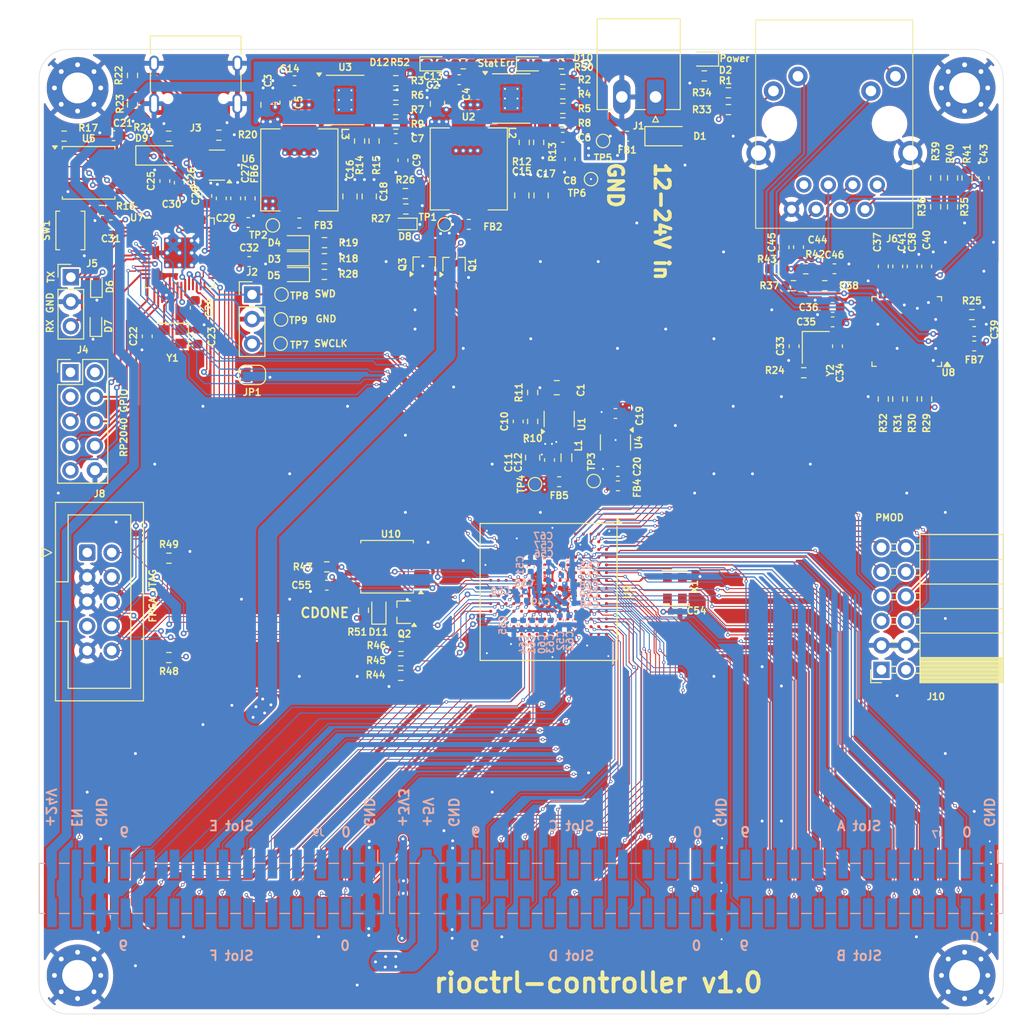
<source format=kicad_pcb>
(kicad_pcb (version 20240108) (generator "pcbnew") (generator_version "8.0")
  (layers (0 "F.Cu" signal) (1 "In1.Cu" signal) (2 "In2.Cu" signal) (31 "B.Cu" signal) (34 "B.Paste" user) (35 "F.Paste" user) (36 "B.SilkS" user "B.Silkscreen") (37 "F.SilkS" user "F.Silkscreen") (38 "B.Mask" user) (39 "F.Mask" user) (44 "Edge.Cuts" user))
  (net 0 "")
  (net 1 "+5V")
  (net 2 "GND")
  (net 3 "+24V")
  (net 4 "Net-(C10-Pad1)")
  (net 5 "Net-(U1-FB)")
  (net 6 "Net-(U2-PH)")
  (net 7 "Net-(U2-BOOT)")
  (net 8 "Net-(U3-BOOT)")
  (net 9 "Net-(U3-PH)")
  (net 10 "Net-(C15-Pad1)")
  (net 11 "Net-(C16-Pad1)")
  (net 12 "+3V3")
  (net 13 "Net-(U4-OUT)")
  (net 14 "Net-(U7-XIN)")
  (net 15 "Net-(U7-XOUT)")
  (net 16 "/RP2040 JTAG/1V1_RP2040")
  (net 17 "Net-(U7-ADC_AVDD)")
  (net 18 "+1V1")
  (net 19 "+2V5")
  (net 20 "Net-(D1-A)")
  (net 21 "Net-(D1-K)")
  (net 22 "Net-(D2-K)")
  (net 23 "/RP2040 JTAG/LED_GRN")
  (net 24 "Net-(D3-K)")
  (net 25 "/RP2040 JTAG/LED_RED")
  (net 26 "Net-(D4-K)")
  (net 27 "/RP2040 JTAG/LED_BLUE")
  (net 28 "Net-(D5-K)")
  (net 29 "/RP2040 JTAG/DBG_UART_TX")
  (net 30 "/RP2040 JTAG/DBG_UART_RX")
  (net 31 "/RP2040 JTAG/VIN_SENSE")
  (net 32 "VBUS")
  (net 33 "Net-(D10-A)")
  (net 34 "Net-(D10-K)")
  (net 35 "/W5500 interface/3V3_ADD")
  (net 36 "/RP2040 JTAG/SWD")
  (net 37 "/RP2040 JTAG/SWCLK")
  (net 38 "Net-(D11-A)")
  (net 39 "/RP2040 JTAG/GPIO10")
  (net 40 "/RP2040 JTAG/GPIO11")
  (net 41 "/RP2040 JTAG/GPIO13")
  (net 43 "Net-(D11-K)")
  (net 44 "/RP2040 JTAG/GPIO12")
  (net 46 "Net-(D12-K)")
  (net 47 "Net-(D12-A)")
  (net 48 "/RP2040 JTAG/GPIO7")
  (net 49 "/RP2040 JTAG/GPIO6")
  (net 50 "Net-(JP1-B)")
  (net 51 "Net-(U1-SW)")
  (net 52 "/FPGA/DONE")
  (net 53 "Net-(SW1-A)")
  (net 54 "/RP2040 JTAG/FLASH_CS")
  (net 55 "Net-(J3-CC1)")
  (net 56 "Net-(J3-CC2)")
  (net 57 "/RP2040 JTAG/VBUS_SENSE")
  (net 58 "/FPGA/FLASH_CS")
  (net 59 "Net-(U2-COMP)")
  (net 60 "Net-(U2-EN)")
  (net 61 "Net-(U2-VSENSE)")
  (net 62 "Net-(U2-RT)")
  (net 63 "Net-(U3-RT)")
  (net 64 "Net-(U3-VSENSE)")
  (net 65 "Net-(U3-EN)")
  (net 66 "Net-(U3-COMP)")
  (net 68 "Net-(U5-DO(IO1))")
  (net 69 "Net-(U5-DI(IO0))")
  (net 70 "Net-(U5-IO3)")
  (net 71 "Net-(U5-IO2)")
  (net 72 "/RP2040 JTAG/FLASH_CLK")
  (net 74 "/RP2040 JTAG/USB_D_P")
  (net 75 "/RP2040 JTAG/USB_D_N")
  (net 78 "Net-(U8-RXP)")
  (net 81 "/W5500 interface/LED_YEL")
  (net 84 "/FPGA/W5500.MISO")
  (net 86 "Net-(U8-PMODE1)")
  (net 87 "Net-(U8-TOCAP)")
  (net 88 "Net-(U8-RXN)")
  (net 91 "/FPGA/W5500.nSCS")
  (net 93 "/FPGA/W5500.SCLK")
  (net 94 "Net-(U8-TXP)")
  (net 97 "/FPGA/W5500.nINT")
  (net 98 "/FPGA/W5500.nRST")
  (net 99 "Net-(U8-XO)")
  (net 101 "/FPGA/W5500.MOSI")
  (net 102 "Net-(U8-XI{slash}CLKIN)")
  (net 103 "Net-(U8-EXRES1)")
  (net 105 "Net-(U8-1V2O)")
  (net 106 "Net-(U8-PMODE0)")
  (net 107 "Net-(U8-PMODE2)")
  (net 109 "Net-(U8-TXN)")
  (net 110 "/W5500 interface/LED_GRN")
  (net 111 "/FPGA/FLASH_IO3")
  (net 112 "/FPGA/FLASH_CLK")
  (net 113 "/FPGA/FLASH_DO")
  (net 114 "/FPGA/FLASH_DI")
  (net 115 "/FPGA/FLASH_IO2")
  (net 116 "/FPGA/MCLK")
  (net 121 "/FPGA/SB9")
  (net 122 "/FPGA/SB0")
  (net 128 "/FPGA/SE9")
  (net 129 "/FPGA/SD8")
  (net 132 "/FPGA/SB8")
  (net 139 "/FPGA/SE6")
  (net 140 "/FPGA/SB7")
  (net 143 "/FPGA/SC2")
  (net 147 "/FPGA/SA0")
  (net 148 "/FPGA/SC4")
  (net 150 "/FPGA/SD3")
  (net 154 "/RP2040 JTAG/JTAG.TDI")
  (net 157 "/FPGA/SA9")
  (net 159 "/FPGA/SC6")
  (net 160 "/FPGA/SF4")
  (net 162 "/FPGA/SF0")
  (net 164 "Net-(U9H-CFG_0)")
  (net 165 "/FPGA/SB1")
  (net 166 "/RP2040 JTAG/JTAG.TCK")
  (net 167 "/FPGA/SD4")
  (net 169 "/FPGA/SD9")
  (net 170 "/FPGA/SA2")
  (net 171 "/RP2040 JTAG/JTAG.TDO")
  (net 172 "/FPGA/SD1")
  (net 173 "/FPGA/SB3")
  (net 175 "/FPGA/SC0")
  (net 179 "/FPGA/SF3")
  (net 180 "/FPGA/SC1")
  (net 184 "/FPGA/SB5")
  (net 186 "/FPGA/SA4")
  (net 190 "/FPGA/CFG_1")
  (net 192 "/FPGA/SE7")
  (net 193 "/FPGA/SE4")
  (net 194 "/FPGA/SA6")
  (net 195 "/FPGA/SF9")
  (net 196 "/FPGA/SD2")
  (net 198 "/RP2040 JTAG/JTAG.TMS")
  (net 203 "/FPGA/SE2")
  (net 205 "/FPGA/SF7")
  (net 206 "/FPGA/SE1")
  (net 207 "/FPGA/SE8")
  (net 208 "/FPGA/SD6")
  (net 209 "/FPGA/SC3")
  (net 215 "/FPGA/SD0")
  (net 216 "/FPGA/SB6")
  (net 217 "/FPGA/SE0")
  (net 220 "/FPGA/SC7")
  (net 221 "/FPGA/SD5")
  (net 224 "/FPGA/SD7")
  (net 226 "/FPGA/SB2")
  (net 229 "/FPGA/SE5")
  (net 230 "/FPGA/SF5")
  (net 239 "/FPGA/SB4")
  (net 242 "/FPGA/SA5")
  (net 244 "/FPGA/SA3")
  (net 245 "/FPGA/CFG_2")
  (net 246 "/FPGA/SC5")
  (net 250 "/FPGA/SF1")
  (net 251 "/FPGA/SA7")
  (net 252 "/FPGA/SC8")
  (net 254 "/FPGA/SA8")
  (net 257 "/FPGA/SC9")
  (net 259 "/FPGA/SF2")
  (net 261 "/FPGA/SF8")
  (net 262 "/FPGA/SA1")
  (net 263 "/RP2040 JTAG/JTAG.RST")
  (net 264 "/FPGA/SF6")
  (net 265 "/FPGA/SE3")
  (net 266 "Net-(C8-Pad1)")
  (net 267 "Net-(C9-Pad1)")
  (net 268 "Net-(J6-TCT)")
  (net 269 "Net-(J6-RD+)")
  (net 270 "Net-(C44-Pad1)")
  (net 271 "Net-(J6-RD-)")
  (net 272 "Net-(C45-Pad1)")
  (net 273 "Net-(J6-RCT)")
  (net 276 "Net-(J6-Pad12)")
  (net 277 "Net-(J6-Pad9)")
  (net 278 "Net-(J6-TD-)")
  (net 279 "Net-(J6-TD+)")
  (net 280 "/RP2040 JTAG/JTAG.RX")
  (net 281 "/RP2040 JTAG/JTAG.TRST")
  (net 285 "/RP2040 JTAG/JTAG.TX")
  (net 289 "/FPGA/PMOD_P4")
  (net 290 "/FPGA/PMOD_P9")
  (net 291 "/FPGA/PMOD_P7")
  (net 292 "/FPGA/PMOD_P10")
  (net 293 "/FPGA/PMOD_P3")
  (net 294 "/FPGA/PMOD_P2")
  (net 295 "/FPGA/PMOD_P1")
  (net 296 "/FPGA/PMOD_P8")
  (net 297 "/FPGA/LED_ERR")
  (net 298 "/FPGA/LED_OK")
  (net 299 "/FPGA/SPI.MOSI")
  (net 300 "/FPGA/SPI.CS")
  (net 301 "/FPGA/SPI.MISO")
  (net 302 "/FPGA/SPI.CLK")
  (net 332 "/Slots/SlotEN")
  (footprint "Capacitor_SMD:C_0603_1608Metric" (layer "F.Cu") (at 207.065 58.5 90)
    (property "Reference" "C41")
    (property "Value" "0.1uF")
  )
  (footprint "Capacitor_SMD:C_0603_1608Metric" (layer "F.Cu") (at 131.05 49.65 90)
    (property "Reference" "C25")
    (property "Value" "0.1uF")
  )
  (footprint "Resistor_SMD:R_0603_1608Metric" (layer "F.Cu") (at 127.7 38.7 90)
    (property "Reference" "R22")
    (property "Value" "5.11K")
  )
  (footprint "Resistor_SMD:R_0603_1608Metric" (layer "F.Cu") (at 214.25 49.33 -90)
    (property "Reference" "R41")
    (property "Value" "10R")
  )
  (footprint "LED_SMD:LED_0603_1608Metric" (layer "F.Cu") (at 153.25 94.1 90)
    (property "Reference" "D11")
    (property "Value" "LED_GREEN")
  )
  (footprint "Resistor_SMD:R_0603_1608Metric" (layer "F.Cu") (at 127.7 41.75 -90)
    (property "Reference" "R23")
    (property "Value" "10K")
  )
  (footprint "Diode_SMD:D_SOD-523" (layer "F.Cu") (at 123.95 60.45 90)
    (property "Reference" "D6")
    (property "Value" "BSD5C031V")
  )
  (footprint "Capacitor_SMD:C_0805_2012Metric" (layer "F.Cu") (at 169.2 78.325 90)
    (property "Reference" "C11")
    (property "Value" "10uF/35V")
  )
  (footprint "hadv-mcu:RP2040-QFN-56" (layer "F.Cu") (at 132.5625 57.1)
    (property "Reference" "U7")
    (property "Value" "RP2040")
  )
  (footprint "TestPoint:TestPoint_Pad_D1.0mm" (layer "F.Cu") (at 143.15 61.4 180)
    (property "Reference" "TP8")
    (property "Value" "TP_1MM")
  )
  (footprint "Resistor_SMD:R_0603_1608Metric" (layer "F.Cu") (at 131.475 88.75)
    (property "Reference" "R49")
    (property "Value" "10K")
  )
  (footprint "Package_TO_SOT_SMD:SOT-23-6" (layer "F.Cu") (at 136.45 48 180)
    (property "Reference" "U6")
    (property "Value" "USBLC6-4SC6")
  )
  (footprint "Resistor_SMD:R_0603_1608Metric" (layer "F.Cu") (at 155.55 97.9)
    (property "Reference" "R46")
    (property "Value" "10K")
  )
  (footprint "Resistor_SMD:R_0603_1608Metric" (layer "F.Cu") (at 197.525 58.75 180)
    (property "Reference" "R42")
    (property "Value" "49.9R")
  )
  (footprint "Resistor_SMD:R_0603_1608Metric" (layer "F.Cu") (at 155 39.25)
    (property "Reference" "R3")
    (property "Value" "47K")
  )
  (footprint "Capacitor_SMD:C_0603_1608Metric" (layer "F.Cu") (at 134.475 65.775 -90)
    (property "Reference" "C23")
    (property "Value" "10pF")
  )
  (footprint "TestPoint:TestPoint_Pad_D1.0mm" (layer "F.Cu") (at 176.5 45.5)
    (property "Reference" "TP5")
    (property "Value" "TP_1MM")
  )
  (footprint "Connector_IDC:IDC-Header_2x05_P2.54mm_Vertical" (layer "F.Cu") (at 122.9975 88.17)
    (property "Reference" "J8")
    (property "Value" "Conn_02x05_PH")
  )
  (footprint "Resistor_SMD:R_0603_1608Metric" (layer "F.Cu") (at 169.2 74.575 90)
    (property "Reference" "R10")
    (property "Value" "47K")
  )
  (footprint "Resistor_SMD:R_0603_1608Metric" (layer "F.Cu") (at 151.25 45.5 90)
    (property "Reference" "R14")
    (property "Value" "100K")
  )
  (footprint "Resistor_SMD:R_0603_1608Metric" (layer "F.Cu") (at 156.05 52.55)
    (property "Reference" "R27")
    (property "Value" "10K")
  )
  (footprint "Inductor_SMD:L_0603_1608Metric" (layer "F.Cu") (at 139.9 51.45 -90)
    (property "Reference" "FB6")
    (property "Value" "FB_100R_3A")
  )
  (footprint "Capacitor_SMD:C_0603_1608Metric" (layer "F.Cu") (at 200.315 62.75 180)
    (property "Reference" "C36")
    (property "Value" "0.1uF")
  )
  (footprint "Diode_SMD:D_SOD-523" (layer "F.Cu") (at 155.95 54.1 180)
    (property "Reference" "D8")
    (property "Value" "BSD5C031V")
  )
  (footprint "Resistor_SMD:R_0603_1608Metric" (layer "F.Cu") (at 147.6 57.7)
    (property "Reference" "R18")
    (property "Value" "1K")
  )
  (footprint "Capacitor_SMD:C_0603_1608Metric" (layer "F.Cu") (at 139.7 53.95)
    (property "Reference" "C29")
    (property "Value" "0.1uF")
  )
  (footprint "Diode_SMD:D_SOD-523" (layer "F.Cu") (at 123.9 64.5 90)
    (property "Reference" "D7")
    (property "Value" "BSD5C031V")
  )
  (footprint "TestPoint:TestPoint_Pad_D1.0mm" (layer "F.Cu") (at 142.25 54.25)
    (property "Reference" "TP2")
    (property "Value" "TP_1MM")
  )
  (footprint "Connector_PinSocket_2.54mm:PinSocket_2x06_P2.54mm_Horizontal" (layer "F.Cu") (at 205.375 100.325 180)
    (property "Reference" "J10")
    (property "Value" "Conn_02x06_Odd_Even")
  )
  (footprint "Diode_SMD:D_SOD-123F" (layer "F.Cu") (at 130.25 47)
    (property "Reference" "D9")
    (property "Value" "DSS34")
  )
  (footprint "Resistor_SMD:R_0603_1608Metric" (layer "F.Cu") (at 212.75 49.33 -90)
    (property "Reference" "R40")
    (property "Value" "49.9R")
  )
  (footprint "Resistor_SMD:R_0603_1608Metric" (layer "F.Cu") (at 172.325 40.62 180)
    (property "Reference" "R4")
    (property "Value" "220K")
  )
  (footprint "Capacitor_SMD:C_0603_1608Metric" (layer "F.Cu") (at 139.8 58)
    (property "Reference" "C32")
    (property "Value" "0.1uF")
  )
  (footprint "Resistor_SMD:R_0603_1608Metric" (layer "F.Cu") (at 205.565 72.25 90)
    (property "Reference" "R32")
    (property "Value" "10K")
  )
  (footprint "LED_SMD:LED_0603_1608Metric" (layer "F.Cu") (at 144.54 57.7 180)
    (property "Reference" "D3")
    (property "Value" "LED_GREEN")
  )
  (footprint "Package_SO:SOIC-8-1EP_3.9x4.9mm_P1.27mm_EP2.29x3mm_ThermalVias" (layer "F.Cu") (at 166.975 41.095)
    (property "Reference" "U2")
    (property "Value" "TPS54335ADDAR")
  )
  (footprint "Capacitor_SMD:C_0603_1608Metric" (layer "F.Cu") (at 161.075 41.895 -90)
    (property "Reference" "C4")
    (property "Value" "0.1uF")
  )
  (footprint "Capacitor_SMD:C_0805_2012Metric" (layer "F.Cu") (at 168.075 51.145 90)
    (property "Reference" "C15")
    (property "Value" "47uF")
  )
  (footprint "hadv-ui:SW_SPST_AR02016" (layer "F.Cu") (at 121.25 54.775 90)
    (property "Reference" "SW1")
    (property "Value" "SW_PUSH_SMALL" (hide yes))
  )
  (footprint "Capacitor_SMD:C_0603_1608Metric" (layer "F.Cu") (at 196.315 66.775 90)
    (property "Reference" "C33")
    (property "Value" "18pF")
  )
  (footprint "Capacitor_SMD:C_0603_1608Metric" (layer "F.Cu") (at 125.45 54.2 180)
    (property "Reference" "C31")
    (property "Value" "0.1uF")
  )
  (footprint "Resistor_SMD:R_0603_1608Metric" (layer "F.Cu") (at 155 40.75 180)
    (property "Reference" "R6")
    (property "Value" "220K")
  )
  (footprint "Resistor_SMD:R_0603_1608Metric" (layer "F.Cu") (at 172.325 42.12)
    (property "Reference" "R5")
    (property "Value" "47K")
  )
  (footprint "Resistor_SMD:R_0603_1608Metric" (layer "F.Cu") (at 162 37.5 180)
    (property "Reference" "R52")
    (property "Value" "330R")
  )
  (footprint "Resistor_SMD:R_0603_1608Metric" (layer "F.Cu") (at 151.65 94.15 90)
    (property "Reference" "R51")
    (property "Value" "330R")
  )
  (footprint "Resistor_SMD:R_0603_1608Metric" (layer "F.Cu") (at 147.5975 59.33)
    (property "Reference" "R28")
    (property "Value" "1K")
  )
  (footprint "Inductor_SMD:L_0603_1608Metric" (layer "F.Cu") (at 145 54 180)
    (property "Reference" "FB3")
    (property "Value" "FB_100R_3A")
  )
  (footprint "Resistor_SMD:R_0603_1608Metric" (layer "F.Cu") (at 211 52.325 90)
    (property "Reference" "R36")
    (property "Value" "0R")
  )
  (footprint "Capacitor_SMD:C_0603_1608Metric" (layer "F.Cu") (at 167.7 74.575 90)
    (property "Reference" "C10")
    (property "Value" "DNP")
  )
  (footprint "Capacitor_SMD:C_0603_1608Metric" (layer "F.Cu") (at 136.9 51.45 90)
    (property "Reference" "C28")
    (property "Value" "0.1uF")
  )
  (footprint "Capacitor_SMD:C_0603_1608Metric" (layer "F.Cu") (at 125.725 44.95 180)
    (property "Reference" "C21")
    (property "Value" "0.1uF")
  )
  (footprint "Inductor_SMD:L_0603_1608Metric" (layer "F.Cu") (at 171.95 80.825 180)
    (property "Reference" "FB5")
    (property "Value" "FB_100R_3A")
  )
  (footprint "Resistor_SMD:R_0603_1608Metric" (layer "F.Cu") (at 124.475 52.7 180)
    (property "Reference" "R16")
    (property "Value" "1K")
  )
  (footprint "Connector_PinHeader_2.54mm:PinHeader_1x03_P2.54mm_Vertical" (layer "F.Cu") (at 140.1 61.425)
    (property "Reference" "J2")
    (property "Value" "PIN_HEADER_3V")
  )
  (footprint "Connector_PinHeader_2.54mm:PinHeader_2x05_P2.54mm_Vertical" (layer "F.Cu") (at 121.26 69.48)
    (property "Reference" "J4")
    (property "Value" "Conn_02x05_Odd_Even")
  )
  (footprint "Package_QFP:LQFP-48_7x7mm_P0.5mm" (layer "F.Cu") (at 208 65.25 180)
    (property "Reference" "U8")
    (property "Value" "W5500")
  )
  (footprint "Capacitor_SMD:C_0603_1608Metric" (layer "F.Cu") (at 147.85 91.55 180)
    (property "Reference" "C55")
    (property "Value" "0.1uF")
  )
  (footprint "Resistor_SMD:R_0603_1608Metric" (layer "F.Cu") (at 208.565 72.25 90)
    (property "Reference" "R30")
    (property "Value" "10K")
  )
  (footprint "Capacitor_SMD:C_0603_1608Metric" (layer "F.Cu") (at 210.065 58.5 90)
    (property "Reference" "C40")
    (property "Value" "0.1uF")
  )
  (footprint "LED_SMD:LED_0603_1608Metric" (layer "F.Cu") (at 187 37 180)
    (property "Reference" "D2")
    (property "Value" "LED_RED")
  )
  (footprint "Resistor_SMD:R_0603_1608Metric" (layer "F.Cu") (at 172.175 37.5 180)
    (property "Reference" "R50")
    (property "Value" "330R")
  )
  (footprint "Resistor_SMD:R_0603_1608Metric" (layer "F.Cu") (at 120.6 45)
    (property "Reference" "R17")
    (property "Value" "10K")
  )
  (footprint "Resistor_SMD:R_0603_1608Metric" (layer "F.Cu") (at 210.065 72.25 90)
    (property "Reference" "R29")
    (property "Value" "10K")
  )
  (footprint "Package_TO_SOT_SMD:SOT-23-5" (layer "F.Cu") (at 171.95 74.325 90)
    (property "Reference" "U1")
    (property "Value" "TD6811")
  )
  (footprint "Capacitor_SMD:C_0805_2012Metric" (layer "F.Cu") (at 170.075 51.145 90)
    (property "Reference" "C17")
    (property "Value" "47uF")
  )
  (footprint "Capacitor_SMD:C_0603_1608Metric" (layer "F.Cu") (at 178.0375 79.75)
    (property "Reference" "C20")
    (property "Value" "1uF")
  )
  (footprint "Resistor_SMD:R_0603_1608Metric" (layer "F.Cu") (at 212.75 52.325 90)
    (property "Reference" "R35")
    (property "Value" "0R")
  )
  (footprint "Capacitor_SMD:C_0603_1608Metric" (layer "F.Cu") (at 200.5 58.75)
    (property "Reference" "C46")
    (property "Value" "10nF")
  )
  (footprint "Resistor_SMD:R_0603_1608Metric" (layer "F.Cu") (at 207.065 72.25 90)
    (property "Reference" "R31")
    (property "Value" "10K")
  )
  (footprint "hadv-connectors:USB_C_Receptacle_HRO_TYPE-C-31-M-12" (layer "F.Cu") (at 134.25 38.5 180)
    (property "Reference" "J3")
    (property "Value" "TYPE-C-31-M-12")
  )
  (footprint "Resistor_SMD:R_0603_1608Metric" (layer "F.Cu") (at 131.475 99.05 180)
    (property "Reference" "R48")
    (property "Value" "10K")
  )
  (footprint "Resistor_SMD:R_0603_1608Metric" (layer "F.Cu") (at 131.45 45 180)
    (property "Reference" "R21")
    (property "Value" "5.11K")
  )
  (footprint "Resistor_SMD:R_0603_1608Metric" (layer "F.Cu") (at 211 49.33 -90)
    (property "Reference" "R39")
    (property "Value" "49.9R")
  )
  (footprint "Capacitor_SMD:C_0805_2012Metric" (layer "F.Cu") (at 141.75 41.75 -90)
    (property "Reference" "C3")
    (property "Value" "10uF")
  )
  (footprint "Capacitor_SMD:C_0402_1005Metric" (layer "F.Cu") (at 184 94.25)
    (property "Reference" "C54")
    (property "Value" "0.1uF")
  )
  (footprint "Inductor_SMD:L_0805_2012Metric" (layer "F.Cu") (at 172.7 78.325 -90)
    (property "Reference" "L1")
    (property "Value" "MLP2012S4R7MT0S1")
  )
  (footprint "Capacitor_SMD:C_0603_1608Metric" (layer "F.Cu") (at 172.325 45.12)
    (property "Reference" "C6")
    (property "Value" "120pF")
  )
  (footprint "MountingHole:MountingHole_3.2mm_M3_Pad_Via" (layer "F.Cu") (at 214 40)
    (property "Reference" "H3" (hide yes))
    (property "Value" "MH_3.2mm")
  )
  (footprint "Resistor_SMD:R_0603_1608Metric" (layer "F.Cu") (at 196.25 60.5 180)
    (property "Reference" "R37")
    (property "Value" "0R")
  )
  (footprint "Inductor_SMD:L_0603_1608Metric" (layer "F.Cu") (at 178.0375 81.25 180)
    (property "Reference" "FB4")
    (property "Value" "FB_100R_3A")
  )
  (footprint "Resistor_SMD:R_0603_1608Metric" (layer "F.Cu") (at 155.525 100.9 180)
    (property "Reference" "R44")
    (property "Value" "10K")
  )
  (footprint "hadv-connectors:RJ45_J0011D21BNL" (layer "F.Cu") (at 204.945 50.046)
    (property "Reference" "J6")
    (property "Value" "RJ45_Pulse_J0011D21BNL")
  )
  (footprint "LED_SMD:LED_0603_1608Metric" (layer "F.Cu") (at 169 37.5)
    (property "Reference" "D10")
    (property "Value" "LED_RED")
  )
  (footprint "Capacitor_SMD:C_0603_1608Metric" (layer "F.Cu") (at 138.4 51.45 90)
    (property "Reference" "C27")
    (property "Value" "0.1uF")
  )
  (footprint "Capacitor_SMD:C_0603_1608Metric" (layer "F.Cu") (at 132.55 49.825 90)
    (property "Reference" "C30")
    (property "Value" "0.1uF")
  )
  (footprint "Capacitor_SMD:C_0603_1608Metric" (layer "F.Cu") (at 195.275 56.525 90)
    (property "Reference" "C45")
    (property "Value" "6.8nF")
  )
  (footprint "TestPoint:TestPoint_Pad_D1.0mm" (layer "F.Cu") (at 175.5375 80.75 -90)
    (property "Reference" "TP3")
    (property "Value" "TP_1MM")
  )
  (footprint "Capacitor_SMD:C_0603_1608Metric" (layer "F.Cu") (at 200.315 64.25 180)
    (property "Reference" "C35")
    (property "Value" "10uF/6.3V")
  )
  (footprint "Resistor_SMD:R_0603_1608Metric" (layer "F.Cu") (at 155 43.75)
    (property "Reference" "R9")
    (property "Value" "3.47K")
  )
  (footprint "Capacitor_SMD:C_0603_1608Metric" (layer "F.Cu") (at 155 45.25)
    (property "Reference" "C7")
    (property "Value" "120pF")
  )
  (footprint "Capacitor_SMD:C_0603_1608Metric" (layer "F.Cu") (at 208.565 58.5 90)
    (property "Reference" "C38")
    (property "Value" "4.7uF")
  )
  (footprint "Resistor_SMD:R_0603_1608Metric" (layer "F.Cu") (at 168.325 45.645 90)
    (property "Reference" "R12")
    (property "Value" "100K")
  )
  (footprint "Package_TO_SOT_SMD:SOT-323_SC-70" (layer "F.Cu") (at 155.85 94.35 180)
    (property "Reference" "Q2")
    (property "Value" "BSS138W")
  )
  (footprint "Resistor_SMD:R_0603_1608Metric" (layer "F.Cu") (at 152.75 45.5 -90)
    (property "Reference" "R15")
    (property "Value" "32K")
  )
  (footprint "MountingHole:MountingHole_3.2mm_M3_Pad_Via" (layer "F.Cu") (at 122 132)
    (property "Reference" "H2" (hide yes))
    (property "Value" "MH_3.2mm")
  )
  (footprint "Capacitor_SMD:C_0805_2012Metric" (layer "F.Cu") (at 171.7 71.075 180)
    (property "Reference" "C1")
    (property "Value" "10uF")
  )
  (footprint "LED_SMD:LED_0603_1608Metric" (layer "F.Cu") (at 159 37.5)
    (property "Reference" "D12")
    (property "Value" "LED_RED")
  )
  (footprint "Capacitor_SMD:C_0603_1608Metric" (layer "F.Cu") (at 134.2 62.8 -90)
    (property "Reference" "C24")
    (property "Value" "0.1uF")
  )
  (footprint "hadv-inductors:SMD_INDUCTOR_8x8.5x5mm" (layer "F.Cu") (at 162.575 48.395 -90)
    (property "Reference" "L2")
    (property "Value" "PSPMAA0805-220M-ANP")
  )
  (footprint "Resistor_SMD:R_0603_1608Metric" (layer "F.Cu") (at 194.525 58.75)
    (property "Reference" "R43")
    (property "Value" "49.9R")
  )
  (footprint "Diode_SMD:D_SOD-123F" (layer "F.Cu") (at 183.05 45)
    (property "Reference" "D1")
    (property "Value" "DSS34")
  )
  (footprint "TestPoint:TestPoint_Pad_D1.0mm" (layer "F.Cu") (at 175.25 49.45)
    (property "Reference" "TP6")
    (property "Value" "TP_1MM")
  )
  (footprint "Package_TO_SOT_SMD:SOT-23-5" (layer "F.Cu") (at 177.7875 76.75 -90)
    (property "Reference" "U4")
    (property "Value" "NCP114ASN250T1G")
  )
  (footprint "Package_SO:SOIC-8_5.23x5.23mm_P1.27mm" (layer "F.Cu") (at 123.15 48.8)
    (property "Reference" "U5")
    (property "Value" "W25Q16JVSS")
  )
  (footprint "Capacitor_SMD:C_0603_1608Metric" (layer "F.Cu") (at 144.5 39.25 180)
    (property "Reference" "C14")
    (property "Value" "0.1uF")
  )
  (footprint "Resistor_SMD:R_0603_1608Metric" (layer "F.Cu") (at 155.525 99.39 180)
    (property "Reference" "R45")
    (property "Value" "10K")
  )
  (footprint "Resistor_SMD:R_0603_1608Metric" (layer "F.Cu") (at 169.825 45.645 -90)
    (property "Reference" "R13")
    (property "Value" "19.1K")
  )
  (footprint "Capacitor_SMD:C_0603_1608Metric" (layer "F.Cu") (at 215 65.25)
    (property "Reference" "C39")
    (property "Value" "10uF/6.3V")
  )
  (footprint "Capacitor_SMD:C_0603_1608Metric" (layer "F.Cu") (at 173.075 47.395 -90)
    (property "Reference" "C8")
    (property "Value" "0.012uF")
  )
  (footprint "Resistor_SMD:R_0603_1608Metric" (layer "F.Cu") (at 189.5 42.25 180)
    (property "Reference" "R33")
    (property "Value" "330R")
  )
  (footprint "Capacitor_SMD:C_0603_1608Metric" (layer "F.Cu") (at 161.575 39.145 180)
    (property "Reference" "C13")
    (property "Value" "0.1uF")
  )
  (footprint "Capacitor_SMD:C_0603_1608Metric" (layer "F.Cu") (at 129.225 65.75 90)
    (property "Reference" "C22")
    (property "Value" "10pF")
  )
  (footprint "Resistor_SMD:R_0603_1608Metric" (layer "F.Cu") (at 172.325 39.12)
    (property "Reference" "R2")
    (property "Value" "47K")
  )
  (footprint "Package_TO_SOT_SMD:SOT-323_SC-70" (layer "F.Cu") (at 157.9525 58.25 90)
    (property "Reference" "Q3")
    (property "Value" "BSS138W")
  )
  (footprint "Capacitor_SMD:C_0603_1608Metric" (layer "F.Cu") (at 135.4 51.2 90)
    (property "Reference" "C26")
    (property "Value" "1uF")
  )
  (footprint "TestPoint:TestPoint_Pad_D1.0mm" (layer "F.Cu") (at 143.05 66.5 180)
    (property "Reference" "TP7")
    (property "Value" "TP_1MM")
  )
  (footprint "Resistor_SMD:R_0603_1608Metric" (layer "F.Cu") (at 147.85 89.65 180)
    (property "Reference" "R47")
    (property "Value" "10K")
  )
  (footprint "MountingHole:MountingHole_3.2mm_M3_Pad_Via" (layer "F.Cu") (at 214 132)
    (property "Reference" "H4" (hide yes))
    (property "Value" "MH_3.2mm")
  )
  (footprint "Resistor_SMD:R_0603_1608Metric" (layer "F.Cu") (at 156 50.95)
    (property "Reference" "R26")
    (property "Value" "100K")
  )
  (footprint "Resistor_SMD:R_0603_1608Metric" (layer "F.Cu") (at 197.315 69.525)
    (property "Reference" "R24")
    (property "Value" "1M")
  )
  (footprint "Resistor_SMD:R_0603_1608Metric" (layer "F.Cu") (at 136.65 44.9 180)
    (property "Reference" "R20")
    (property "Value" "5.11K")
  )
  (footprint "LED_SMD:LED_0603_1608Metric" (layer "F.Cu") (at 144.55 56.05 180)
    (property "Reference" "D4")
    (property "Value" "LED_RED")
  )
  (footprint "Resistor_SMD:R_0603_1608Metric" (layer "F.Cu") (at 199.5 60.5 180)
    (property "Reference" "R38")
    (property "Value" "0R")
  )
  (footprint "Resistor_SMD:R_0603_1608Metric" (layer "F.Cu") (at 147.61 56.04)
    (property "Reference" "R19")
    (property "Value" "1K")
  )
  (footprint "Capacitor_SMD:C_0603_1608Metric" (layer "F.Cu") (at 205.565 58.5 90)
    (property "Reference" "C37")
    (property "Value" "10nF")
  )
  (footprint "LED_SMD:LED_0603_1608Metric" (layer "F.Cu") (at 144.5625 59.35 180)
    (property "Reference" "D5")
    (property "Value" "LED_BLUE")
  )
  (footprint "Resistor_SMD:R_0603_1608Metric" (layer "F.Cu") (at 155 42.25)
    (property "Reference" "R7")
    (property "Value" "47K")
  )
  (footprint "Package_SO:SOIC-8-1EP_3.9x4.9mm_P1.27mm_EP2.29x3mm_ThermalVias" (layer "F.Cu") (at 149.75 41.25)
    (property "Reference" "U3")
    (property "Value" "TPS54335ADDAR")
  )
  (footprint "Capacitor_SMD:C_0603_1608Metric" (layer "F.Cu") (at 177.7875 73.75)
    (property "Reference" "C19")
    (property "Value" "1uF")
  )
  (footprint "TestPoint:TestPoint_Pad_D1.0mm" (layer "F.Cu") (at 169.45 81.075 90)
    (property "Reference" "TP4")
    (property "Value" "TP_1MM")
  )
  (footprint "Resistor_SMD:R_0603_1608Metric" (layer "F.Cu") (at 169.2 71.575 90)
    (property "Reference" "R11")
    (property "Value" "56.2K")
  )
  (footprint "Capacitor_SMD:C_0805_2012Metric" (layer "F.Cu") (at 152.25 51.25 90)
    (property "Reference" "C18")
    (property "Value" "47uF")
  )
  (footprint "Capacitor_SMD:C_0603_1608Metric" (layer "F.Cu") (at 155.75 47.5 -90)
    (property "Reference" "C9")
    (property "Value" "0.012uF")
  )
  (footprint "TestPoint:TestPoint_Pad_D1.0mm" (layer "F.Cu") (at 143.1 64 180)
    (property "Reference" "TP9")
    (property "Value" "TP_1MM")
  )
  (footprint "Oscillator:Oscillator_SMD_EuroQuartz_XO32-4Pin_3.2x2.5mm" (layer "F.Cu") (at 183.95 91.85 180)
    (property "Reference" "X1")
    (property "Value" "OSC_25MHz")
  )
  (footprint "Resistor_SMD:R_0603_1608Metric" (layer "F.Cu") (at 187 38.75 180)
    (property "Reference" "R1")
    (property "Value" "10K")
  )
  (footprint "MountingHole:MountingHole_3.2mm_M3_Pad_Via" (layer "F.Cu") (at 122 40)
    (property "Reference" "H1" (hide yes))
    (property "Value" "MH_3.2mm")
  )
  (footprint "hadv-inductors:SMD_INDUCTOR_8x8.5x5mm" (layer "F.Cu") (at 145 48.5 -90)
    (property "Reference" "L3")
    (property "Value" "PSPMAA0805-220M-ANP")
  )
  (footprint "Inductor_SMD:L_0603_1608Metric" (layer "F.Cu") (at 215 66.75 180)
    (property "Reference" "FB7")
    (property "Value" "FB_100R_3A")
  )
  (footprint "Package_SO:SOIC-8_5.23x5.23mm_P1.27mm" (layer "F.Cu") (at 154.1 89.635 180)
    (property "Reference" "U10")
    (property "Value" "W25Q16JVSS")
  )
  (footprint "Capacitor_SMD:C_0805_2012Metric" (layer "F.Cu") (at 150.25 51.25 90)
    (property "Reference" "C16")
    (property "Value" "47uF")
  )
  (footprint "Resistor_SMD:R_0603_1608Metric" (layer "F.Cu") (at 172.325 43.62)
    (property "Reference" "R8")
    (property "Value" "3.47K")
  )
  (footprint "Crystal:Crystal_SMD_2520-4Pin_2.5x2.0mm" (layer "F.Cu") (at 198.565 66.9 -90)
    (property "Reference" "Y2")
    (property "Value" "Crystal_25MHz")
  )
  (footprint "Capacitor_SMD:C_0603_1608Metric" (layer "F.Cu") (at 170.95 78.575 90)
    (property "Reference" "C12")
    (property "Value" "0.1uF")
  )
  (footprint "Capacitor_SMD:C_0603_1608Metric" (layer "F.Cu") (at 200.815 66.775 90)
    (property "Reference" "C34")
    (property "Value" "18pF")
  )
  (footprint "Resistor_SMD:R_0603_1608Metric" (layer "F.Cu") (at 214.75 63.5)
    (property "Reference" "R25")
    (property "Value" "12.4K")
  )
  (footprint "Inductor_SMD:L_0603_1608Metric" (layer "F.Cu") (at 179 45 180)
    (property "Reference" "FB1")
    (property "Value" "FB_100R_3A")
  )
  (footprint "Jumper:SolderJumper-2_P1.3mm_Open_RoundedPad1.0x1.5mm" (layer "F.Cu") (at 140.1 69.75 180)
    (property "Reference" "JP1")
    (property "Value" "SolderJumper_2_Open")
  )
  (footprint "Package_BGA:BGA-256_14.0x14.0mm_Layout16x16_P0.8mm_Ball0.45mm_Pad0.32mm_NSMD" (layer "F.Cu") (at 170.85 92.25 -90)
    (property "Reference" "U9")
    (property "Value" "ECP5U_45_CABGA256")
  )
  (footprint "Capacitor_SMD:C_0603_1608Metric" (layer "F.Cu") (at 216 49.325 90)
    (property "Reference" "C43")
    (property "Value" "22nF")
  )
  (footprint "Resistor_SMD:R_0603_1608Metric" (layer "F.Cu") (at 189.5 40.5 180)
    (property "Reference" "R34")
    (property "Value" "330R")
  )
  (footprint "TestPoint:TestPoint_Pad_D1.0mm" (layer "F.Cu") (at 160.075 54.145)
    (property "Reference" "TP1")
    (property "Value" "TP_1MM")
  )
  (footprint "Capacitor_SMD:C_0603_1608Metric" (layer "F.Cu") (at 143.5 41.5 -90)
    (property "Reference" "C5")
    (property "Value" "0.1uF")
  )
  (footprint "Connector_PinHeader_2.54mm:PinHeader_1x03_P2.54mm_Vertical" (layer "F.Cu") (at 121.3 59.62)
    (property "Reference" "J5")
    (property "Value" "PIN_HEADER_3V")
  )
  (footprint "Package_TO_SOT_SMD:SOT-323_SC-70" (layer "F.Cu") (at 161.05 58.3 90)
    (property "Reference" "Q1")
    (property "Value" "BSS138W")
  )
  (footprint "Capacitor_SMD:C_0805_2012Metric" (layer "F.Cu") (at 159.325 41.645 -90)
    (property "Reference" "C2")
    (property "Value" "10uF")
  )
  (footprint "Connector_Phoenix_MC:PhoenixContact_MC_1,5_2-G-3.5_1x02_P3.50mm_Horizontal" (layer "F.Cu") (at 181.945 40.9325 180)
    (property "Reference" "J1")
    (property "Value" "TERM-BLK-2H")
  )
  (footprint "Capacitor_SMD:C_0603_1608Metric" (layer "F.Cu") (at 196.775 56.5 90)
    (property "Reference" "C44")
    (property "Value" "6.8nF")
  )
  (footprint "Crystal:Crystal_SMD_2520-4Pin_2.5x2.0mm" (layer "F.Cu") (at 131.85 65.8 180)
    (property "Reference" "Y1")
    (property "Value" "Crystal_12MHz")
  )
  (footprint "Inductor_SMD:L_0603_1608Metric" (layer "F.Cu") (at 162.575 54.145 180)
    (property "Reference" "FB2")
    (property "Value" "FB_100R_3A")
  )
  (footprint "Capacitor_SMD:C_0402_1005Metric" (layer "B.Cu") (at 171.05 95.68 -90)
    (property "Reference" "C63")
    (property "Value" "0.1uF")
  )
  (footprint "Connector_PinSocket_2.54mm:PinSocket_2x25_P2.54mm_Vertical_SMD" (layer "B.Cu") (at 186.17 122.98 90)
    (property "Reference" "J7")
    (property "Value" "Conn_02x25_Odd_Even")
  )
  (footprint "Capacitor_SMD:C_0402_1005Metric" (layer "B.Cu") (at 172.65 90.55)
    (property "Reference" "C47")
    (property "Value" "0.1uF")
  )
  (footprint "Capacitor_SMD:C_0402_1005Metric" (layer "B.Cu") (at 173.02 92.45)
    (property "Reference" "C59")
    (property "Value" "0.1uF")
  )
  (footprint "Capacitor_SMD:C_0402_1005Metric" (layer "B.Cu") (at 170.37 91.1 180)
    (property "Reference" "C56")
    (property "Value" "0.1uF")
  )
  (footprint "Capacitor_SMD:C_0402_1005Metric" (layer "B.Cu") (at 170.1 95.68 -90)
    (property "Reference" "C60")
    (property "Value" "0.1uF")
  )
  (footprint "Capacitor_SMD:C_0402_1005Metric" (layer "B.Cu") (at 169 89.65 90)
    (property "Reference" "C51")
    (property "Value" "0.1uF")
  )
  (footprint "Capacitor_SMD:C_0402_1005Metric" (layer "B.Cu") (at 170.37 90.15 180)
    (property "Reference" "C57")
    (property "Value" "0.1uF")
  )
  (footprint "Capacitor_SMD:C_0402_1005Metric" (layer "B.Cu") (at 168.1 93.15 180)
    (property "Reference" "C49")
    (property "Value" "0.1uF")
  )
  (footprint "Capacitor_SMD:C_0402_1005Metric" (layer "B.Cu") (at 168.2 95.68 -90)
    (property "Reference" "C64")
    (property "Value" "0.1uF")
  )
  (footprint "Capacitor_SMD:C_0402_1005Metric" (layer "B.Cu") (at 167.25 95.68 -90)
    (property "Reference" "C65")
    (property "Value" "0.1uF")
  )
  (footprint "Capacitor_SMD:C_0402_1005Metric" (layer "B.Cu") (at 173.02 91.5)
    (property "Reference" "C58")
    (property "Value" "0.1uF")
  )
  (footprint "Capacitor_SMD:C_0402_1005Metric" (layer "B.Cu") (at 170.38 89.2 180)
    (property "Reference" "C67")
    (property "Value" "0.1uF")
  )
  (footprint "Capacitor_SMD:C_0402_1005Metric" (layer "B.Cu") (at 173.02 93.4)
    (property "Reference" "C48")
    (property "Value" "0.1uF")
  )
  (footprint "Capacitor_SMD:C_0402_1005Metric" (layer "B.Cu") (at 169.15 95.67 -90)
    (property "Reference" "C61")
    (property "Value" "0.1uF")
  )
  (footprint "Capacitor_SMD:C_0402_1005Metric" (layer "B.Cu") (at 167.9 92.2 180)
    (property "Reference" "C50")
    (property "Value" "0.1uF")
  )
  (footprint "Capacitor_SMD:C_0402_1005Metric" (layer "B.Cu") (at 172 95.18 -90)
    (property "Reference" "C52")
    (property "Value" "0.1uF")
  )
  (footprint "Connector_PinSocket_2.54mm:PinSocket_2x14_P2.54mm_Vertical_SMD" (layer "B.Cu") (at 135.86 122.98 90)
    (property "Reference" "J9")
    (property "Value" "Conn_02x14_Odd_Even")
  )
  (footprint "Capacitor_SMD:C_0402_1005Metric" (layer "B.Cu") (at 170.38 92.03 180)
    (property "Reference" "C66")
    (property "Value" "0.1uF")
  )
  (footprint "Capacitor_SMD:C_0402_1005Metric" (layer "B.Cu") (at 172.8 89.4)
    (property "Reference" "C53")
    (property "Value" "0.1uF")
  )
  (footprint "Capacitor_SMD:C_0402_1005Metric" (layer "B.Cu") (at 173 95.18 -90)
    (property "Reference" "C62")
    (property "Value" "0.1uF")
  )
  (gr_arc (start 218 133) (mid 217.12132 135.12132) (end 215 136) (stroke (width 0.05)) (layer "Edge.Cuts"))
  (gr_line (start 121 136) (end 215 136) (stroke (width 0.05)) (layer "Edge.Cuts"))
  (gr_line (start 118 39) (end 118 133) (stroke (width 0.05)) (layer "Edge.Cuts"))
  (gr_arc (start 215 36) (mid 217.12132 36.87868) (end 218 39) (stroke (width 0.05)) (layer "Edge.Cuts"))
  (gr_line (start 218 133) (end 218 39) (stroke (width 0.05)) (layer "Edge.Cuts"))
  (gr_arc (start 118 39) (mid 118.87868 36.87868) (end 121 36) (stroke (width 0.05)) (layer "Edge.Cuts"))
  (gr_line (start 121 36) (end 215 36) (stroke (width 0.05)) (layer "Edge.Cuts"))
  (gr_arc (start 121 136) (mid 118.87868 135.12132) (end 118 133) (stroke (width 0.05)) (layer "Edge.Cuts"))
  (gr_text "9" (at 127.35 129.5 0) (layer "B.SilkS") (effects (font (size 1 1) (thickness 0.2) (bold yes)) (justify left bottom mirror)))
  (gr_text "9" (at 163.8 129.5 0) (layer "B.SilkS") (effects (font (size 1 1) (thickness 0.2) (bold yes)) (justify left bottom mirror)))
  (gr_text "0" (at 150.35 129.5 0) (layer "B.SilkS") (effects (font (size 1 1) (thickness 0.2) (bold yes)) (justify left bottom mirror)))
  (gr_text "Slot A" (at 205.478571 117.1 0) (layer "B.SilkS") (effects (font (size 1 1) (thickness 0.2) (bold yes)) (justify left bottom mirror)))
  (gr_text "Slot F" (at 140.37619 130.55 0) (layer "B.SilkS") (effects (font (size 1 1) (thickness 0.2) (bold yes)) (justify left bottom mirror)))
  (gr_text "Slot C" (at 175.7 117.1 0) (layer "B.SilkS") (effects (font (size 1 1) (thickness 0.2) (bold yes)) (justify left bottom mirror)))
  (gr_text "+24V" (at 118.65 116.75 270) (layer "B.SilkS") (effects (font (size 1 1) (thickness 0.2) (bold yes)) (justify left bottom mirror)))
  (gr_text "0" (at 150.45 117.75 0) (layer "B.SilkS") (effects (font (size 1 1) (thickness 0.2) (bold yes)) (justify left bottom mirror)))
  (gr_text "GND" (at 188.1 116.75 270) (layer "B.SilkS") (effects (font (size 1 1) (thickness 0.2) (bold yes)) (justify left bottom mirror)))
  (gr_text "9" (at 191.75 129.5 0) (layer "B.SilkS") (effects (font (size 1 1) (thickness 0.2) (bold yes)) (justify left bottom mirror)))
  (gr_text "GND" (at 215.95 116.75 270) (layer "B.SilkS") (effects (font (size 1 1) (thickness 0.2) (bold yes)) (justify left bottom mirror)))
  (gr_text "Slot E" (at 140.4 117.1 0) (layer "B.SilkS") (effects (font (size 1 1) (thickness 0.2) (bold yes)) (justify left bottom mirror)))
  (gr_text "0" (at 215.65 128.65 0) (layer "B.SilkS") (effects (font (size 1 1) (thickness 0.2) (bold yes)) (justify left bottom mirror)))
  (gr_text "0" (at 186.9 117.75 0) (layer "B.SilkS") (effects (font (size 1 1) (thickness 0.2) (bold yes)) (justify left bottom mirror)))
  (gr_text "Slot B" (at 205.55 130.55 0) (layer "B.SilkS") (effects (font (size 1 1) (thickness 0.2) (bold yes)) (justify left bottom mirror)))
  (gr_text "GND" (at 160.4 116.75 270) (layer "B.SilkS") (effects (font (size 1 1) (thickness 0.2) (bold yes)) (justify left bottom mirror)))
  (gr_text "GND" (at 151.65 116.75 270) (layer "B.SilkS") (effects (font (size 1 1) (thickness 0.2) (bold yes)) (justify left bottom mirror)))
  (gr_text "GND" (at 123.85 116.75 270) (layer "B.SilkS") (effects (font (size 1 1) (thickness 0.2) (bold yes)) (justify left bottom mirror)))
  (gr_text "9" (at 127.45 117.75 0) (layer "B.SilkS") (effects (font (size 1 1) (thickness 0.2) (bold yes)) (justify left bottom mirror)))
  (gr_text "+3V3" (at 155.2 116.75 -90) (layer "B.SilkS") (effects (font (size 1 1) (thickness 0.2) (bold yes)) (justify left bottom mirror)))
  (gr_text "0" (at 214.85 117.75 0) (layer "B.SilkS") (effects (font (size 1 1) (thickness 0.2) (bold yes)) (justify left bottom mirror)))
  (gr_text "9" (at 191.85 117.75 0) (layer "B.SilkS") (effects (font (size 1 1) (thickness 0.2) (bold yes)) (justify left bottom mirror)))
  (gr_text "9" (at 163.9 117.75 0) (layer "B.SilkS") (effects (font (size 1 1) (thickness 0.2) (bold yes)) (justify left bottom mirror)))
  (gr_text "0" (at 186.8 129.5 0) (layer "B.SilkS") (effects (font (size 1 1) (thickness 0.2) (bold yes)) (justify left bottom mirror)))
  (gr_text "Slot D" (at 175.7 130.55 0) (layer "B.SilkS") (effects (font (size 1 1) (thickness 0.2) (bold yes)) (justify left bottom mirror)))
  (gr_text "EN" (at 121.3 116.75 270) (layer "B.SilkS") (effects (font (size 1 1) (thickness 0.2) (bold yes)) (justify left bottom mirror)))
  (gr_text "+5V" (at 157.75 116.75 270) (layer "B.SilkS") (effects (font (size 1 1) (thickness 0.2) (bold yes)) (justify left bottom mirror)))
  (gr_text "RP2040 GPIO" (at 127.2 78.35 90) (layer "F.SilkS") (effects (font (size 0.7 0.7) (thickness 0.15) (bold yes)) (justify left bottom)))
  (gr_text "PMOD" (at 204.65 84.95 0) (layer "F.SilkS") (effects (font (size 0.7 0.7) (thickness 0.15) (bold yes)) (justify left bottom)))
  (gr_text "TX" (at 119.65 60.3 90) (layer "F.SilkS") (effects (font (size 0.7 0.7) (thickness 0.15) (bold yes)) (justify left bottom)))
  (gr_text "FPGA JTAG" (at 130.2 95.5 90) (layer "F.SilkS") (effects (font (size 0.7 0.7) (thickness 0.15) (bold yes)) (justify left bottom)))
  (gr_text "RX" (at 119.55 65.5 90) (layer "F.SilkS") (effects (font (size 0.7 0.7) (thickness 0.15) (bold yes)) (justify left bottom)))
  (gr_text "GND" (at 146.6 64.35 0) (layer "F.SilkS") (effects (font (size 0.7 0.7) (thickness 0.15) (bold yes)) (justify left bottom)))
  (gr_text "Err" (at 165.7 37.8 0) (layer "F.SilkS") (effects (font (size 0.7 0.7) (thickness 0.15) (bold yes)) (justify left bottom)))
  (gr_text "rioctrl-controller v1.0" (at 158.75 133.925 0) (layer "F.SilkS") (effects (font (size 2 2) (thickness 0.4) (bold yes)) (justify left bottom)))
  (gr_text "GND" (at 119.55 63.45 90) (layer "F.SilkS") (effects (font (size 0.7 0.7) (thickness 0.15) (bold yes)) (justify left bottom)))
  (gr_text "SWCLK" (at 146.45 66.9 0) (layer "F.SilkS") (effects (font (size 0.7 0.7) (thickness 0.15) (bold yes)) (justify left bottom)))
  (gr_text "CDONE" (at 145 95 0) (layer "F.SilkS") (effects (font (size 1 1) (thickness 0.2) (bold yes)) (justify left bottom)))
  (gr_text "Stat" (at 163.4 37.85 0) (layer "F.SilkS") (effects (font (size 0.7 0.7) (thickness 0.15) (bold yes)) (justify left bottom)))
  (gr_text "12-24V in\n\nGND" (at 176.9 47.55 270) (layer "F.SilkS") (effects (font (size 1.5 1.5) (thickness 0.375) (bold yes)) (justify left bottom)))
  (gr_text "Power" (at 188.485 37.35 0) (layer "F.SilkS") (effects (font (size 0.7 0.7) (thickness 0.15) (bold yes)) (justify left bottom)))
  (gr_text "SWD" (at 146.5 61.75 0) (layer "F.SilkS") (effects (font (size 0.7 0.7) (thickness 0.15) (bold yes)) (justify left bottom)))
  (segment (start 161.8 54.1575) (end 161.8 54.75) (width 0.8) (layer "F.Cu") (net 1))
  (segment (start 172.65 65.6) (end 172.65 71.075) (width 0.8) (layer "F.Cu") (net 1))
  (segment (start 171 74.800001) (end 172.612501 73.1875) (width 0.3) (layer "F.Cu") (net 1))
  (segment (start 126.55 125.4) (end 126.35 125.2) (width 2) (layer "F.Cu") (net 1))
  (segment (start 160.905 54.145) (end 160.9 54.15) (width 0.3) (layer "F.Cu") (net 1))
  (segment (start 129.8 47) (end 128.85 47) (width 0.3) (layer "F.Cu") (net 1))
  (segment (start 161.7875 54.145) (end 161.8 54.1575) (width 0.8) (layer "F.Cu") (net 1))
  (segment (start 161.8 54.75) (end 172.65 65.6) (width 0.8) (layer "F.Cu") (net 1))
  (segment (start 160.895 54.145) (end 160.9 54.15) (width 0.3) (layer "F.Cu") (net 1))
  (segment (start 161.7875 54.145) (end 160.905 54.145) (width 0.3) (layer "F.Cu") (net 1))
  (segment (start 152.9 130.6) (end 152.85 130.55) (width 2) (layer "F.Cu") (net 1))
  (segment (start 172.9 71.325) (end 172.65 71.075) (width 0.5) (layer "F.Cu") (net 1))
  (segment (start 152.85 130.55) (end 131.2 130.55) (width 2) (layer "F.Cu") (net 1))
  (segment (start 160.075 54.145) (end 160.895 54.145) (width 0.3) (layer "F.Cu") (net 1))
  (segment (start 129.9 47.1) (end 129.8 47) (width 0.3) (layer "F.Cu") (net 1))
  (segment (start 152.95 130.55) (end 152.9 130.6) (width 2) (layer "F.Cu") (net 1))
  (segment (start 131.2 130.55) (end 126.55 125.9) (width 2) (layer "F.Cu") (net 1))
  (segment (start 126.35 119.05) (end 141.7 103.7) (width 2) (layer "F.Cu") (net 1))
  (segment (start 171 75.4625) (end 171 74.800001) (width 0.3) (layer "F.Cu") (net 1))
  (segment (start 172.612501 73.1875) (end 172.9 73.1875) (width 0.3) (layer "F.Cu") (net 1))
  (segment (start 172.9 73.1875) (end 172.9 71.325) (width 0.5) (layer "F.Cu") (net 1))
  (segment (start 154.95 130.55) (end 152.95 130.55) (width 2) (layer "F.Cu") (net 1))
  (segment (start 126.55 125.9) (end 126.55 125.4) (width 2) (layer "F.Cu") (net 1))
  (segment (start 126.35 125.2) (end 126.35 119.05) (width 2) (layer "F.Cu") (net 1))
  (via (at 140.2 105.25) (size 0.6) (drill 0.3) (layers "F.Cu" "B.Cu") (net 1))
  (via (at 141.4 104.8) (size 0.6) (drill 0.3) (layers "F.Cu" "B.Cu") (net 1))
  (via (at 155 131.1) (size 0.6) (drill 0.3) (layers "F.Cu" "B.Cu") (net 1))
  (via (at 160.9 54.15) (size 0.6) (drill 0.3) (layers "F.Cu" "B.Cu") (net 1))
  (via (at 153.9 131.15) (size 0.6) (drill 0.3) (layers "F.Cu" "B.Cu") (net 1))
  (via (at 153.95 130.05) (size 0.6) (drill 0.3) (layers "F.Cu" "B.Cu") (net 1))
  (via (at 141.2 103.35) (size 0.6) (drill 0.3) (layers "F.Cu" "B.Cu") (net 1))
  (via (at 160.55 55.05) (size 0.6) (drill 0.3) (layers "F.Cu" "B.Cu") (net 1))
  (via (at 142.05 103.95) (size 0.6) (drill 0.3) (layers "F.Cu" "B.Cu") (net 1))
  (via (at 160.65 53.55) (size 0.6) (drill 0.3) (layers "F.Cu" "B.Cu") (net 1))
  (via (at 159.65 55.1) (size 0.6) (drill 0.3) (layers "F.Cu" "B.Cu") (net 1))
  (via (at 152.9 130.6) (size 0.6) (drill 0.3) (layers "F.Cu" "B.Cu") (net 1))
  (via (at 129.9 47.1) (size 0.6) (drill 0.3) (layers "F.Cu" "B.Cu") (net 1))
  (via (at 155 130.05) (size 0.6) (drill 0.3) (layers "F.Cu" "B.Cu") (net 1))
  (via (at 140.5 104.15) (size 0.6) (drill 0.3) (layers "F.Cu" "B.Cu") (net 1))
  (segment (start 160.9 54.15) (end 160.2 54.85) (width 2) (layer "B.Cu") (net 1))
  (segment (start 158.25 129.05) (end 156.7 130.6) (width 2) (layer "B.Cu") (net 1))
  (segment (start 158.25 120.54) (end 158.31 120.48) (width 2) (layer "B.Cu") (net 1))
  (segment (start 160.2 54.85) (end 160.2 67.6) (width 2) (layer "B.Cu") (net 1))
  (segment (start 141.7 86.1) (end 141.7 103.65) (width 2) (layer "B.Cu") (net 1))
  (segment (start 141.7 103.65) (end 140.45 104.9) (width 2) (layer "B.Cu") (net 1))
  (segment (start 158.25 129.05) (end 158.25 120.54) (width 2) (layer "B.Cu") (net 1))
  (segment (start 158.31 120.48) (end 158.31 125.52) (width 1) (layer "B.Cu") (net 1))
  (segment (start 160.2 67.6) (end 141.7 86.1) (width 2) (layer "B.Cu") (net 1))
  (segment (start 156.7 130.6) (end 153.4 130.6) (width 2) (layer "B.Cu") (net 1))
  (segment (start 197.865 67.5) (end 198.465 66.9) (width 0.2) (layer "F.Cu") (net 2))
  (segment (start 127.7 42.575) (end 127.7 43.4) (width 0.2) (layer "F.Cu") (net 2))
  (segment (start 210.75 69.4125) (end 210.75 68.25) (width 0.2) (layer "F.Cu") (net 2))
  (segment (start 157.8 58.45) (end 157.8025 58.45) (width 0.1) (layer "F.Cu") (net 2))
  (segment (start 210.065 57.725) (end 210.065 57.685) (width 0.2) (layer "F.Cu") (net 2))
  (segment (start 169.825 46.825) (end 170.25 47.25) (width 0.2) (layer "F.Cu") (net 2))
  (segment (start 123.9 65.75) (end 123.9 65.2) (width 0.2) (layer "F.Cu") (net 2))
  (segment (start 186.175 38.75) (end 186.175 38.825) (width 0.2) (layer "F.Cu") (net 2))
  (segment (start 173.15 38.85) (end 173.5 38.5) (width 0.2) (layer "F.Cu") (net 2))
  (segment (start 157.7 87.73) (end 157.72 87.73) (width 0.2) (layer "F.Cu") (net 2))
  (segment (start 130.975 66.5) (end 129.25 66.5) (width 0.2) (layer "F.Cu") (net 2))
  (segment (start 210.065 57.685) (end 210.75 57) (width 0.2) (layer "F.Cu") (net 2))
  (segment (start 155.825 39.175) (end 156.5 38.5) (width 0.2) (layer "F.Cu") (net 2))
  (segment (start 177.7875 76.4875) (end 177.8 76.5) (width 0.3) (layer "F.Cu") (net 2))
  (segment (start 169.525 71.075) (end 169.2 70.75) (width 0.5) (layer "F.Cu") (net 2))
  (segment (start 155.275 48.75) (end 155.75 48.275) (width 0.2) (layer "F.Cu") (net 2))
  (segment (start 199.265 66.025) (end 200.79 66.025) (width 0.2) (layer "F.Cu") (net 2))
  (segment (start 169.65 92.65) (end 169.7 92.65) (width 0.2) (layer "F.Cu") (net 2))
  (segment (start 169.95 71.075) (end 169.525 71.075) (width 0.5) (layer "F.Cu") (net 2))
  (segment (start 170.45 91.85) (end 169.65 91.85) (width 0.2) (layer "F.Cu") (net 2))
  (segment (start 132.95 88.75) (end 133.65 88.05) (width 0.1) (layer "F.Cu") (net 2))
  (segment (start 154.7 99.39) (end 154.7 100.9) (width 0.2) (layer "F.Cu") (net 2))
  (segment (start 167.25 87.05) (end 167.25 87) (width 0.2) (layer "F.Cu") (net 2))
  (segment (start 186.4 94.35) (end 186.3 94.25) (width 0.2) (layer "F.Cu") (net 2))
  (segment (start 170.45 92.65) (end 171.25 92.65) (width 0.2) (layer "F.Cu") (net 2))
  (segment (start 164.85 95.05) (end 164.35 95.05) (width 0.2) (layer "F.Cu") (net 2))
  (segment (start 164.8 98.25) (end 164.45 98.6) (width 0.2) (layer "F.Cu") (net 2))
  (segment (start 212.1625 67) (end 211 67) (width 0.2) (layer "F.Cu") (net 2))
  (segment (start 170.45 93.45) (end 170 93.45) (width 0.2) (layer "F.Cu") (net 2))
  (segment (start 176.85 86.25) (end 177.15 85.95) (width 0.2) (layer "F.Cu") (net 2))
  (segment (start 131.05 48.875) (end 130.375 48.875) (width 0.2) (layer "F.Cu") (net 2))
  (segment (start 122.15 56.85) (end 122.7 57.4) (width 0.2) (layer "F.Cu") (net 2))
  (segment (start 173.15 39.12) (end 173.15 38.85) (width 0.2) (layer "F.Cu") (net 2))
  (segment (start 164.85 89.45) (end 164.3 89.45) (width 0.2) (layer "F.Cu") (net 2))
  (segment (start 199.5 64.25) (end 198.75 63.5) (width 0.2) (layer "F.Cu") (net 2))
  (segment (start 162.05 59.65) (end 161.7 59.3) (width 0.1) (layer "F.Cu") (net 2))
  (segment (start 135.4 50.276309) (end 135.813591 49.862718) (width 0.2) (layer "F.Cu") (net 2))
  (segment (start 207.065 57.725) (end 207.065 57.685) (width 0.2) (layer "F.Cu") (net 2))
  (segment (start 201.275 58.75) (end 201.5 58.75) (width 0.2) (layer "F.Cu") (net 2))
  (segment (start 176.75 79.75) (end 176.5 79.5) (width 0.3) (layer "F.Cu") (net 2))
  (segment (start 170.85 93.45) (end 170.45 93.45) (width 0.2) (layer "F.Cu") (net 2))
  (segment (start 143.1 64) (end 140.135 64) (width 0.2) (layer "F.Cu") (net 2))
  (segment (start 150.25 50.3) (end 150.25 49.925) (width 0.2) (layer "F.Cu") (net 2))
  (segment (start 156 42.25) (end 156.75 43) (width 0.2) (layer "F.Cu") (net 2))
  (segment (start 146.8 91.55) (end 146.15 92.2) (width 0.1) (layer "F.Cu") (net 2))
  (segment (start 169.65 91.05) (end 169.65 92.65) (width 0.2) (layer "F.Cu") (net 2))
  (segment (start 169.65 92.65) (end 170.45 92.65) (width 0.2) (layer "F.Cu") (net 2))
  (segment (start 155.825 42.25) (end 156 42.25) (width 0.2) (layer "F.Cu") (net 2))
  (segment (start 171.25 91.85) (end 170.45 91.85) (width 0.2) (layer "F.Cu") (net 2))
  (segment (start 140.135 64) (end 140.1 63.965) (width 0.2) (layer "F.Cu") (net 2))
  (segment (start 154.7 101.65) (end 154.3 102.05) (width 0.2) (layer "F.Cu") (net 2))
  (segment (start 150.25 49.925) (end 149.825 49.5) (width 0.2) (layer "F.Cu") (net 2))
  (segment (start 156.875 52.55) (end 157.4 52.55) (width 0.2) (layer "F.Cu") (net 2))
  (segment (start 153.25 47.25) (end 153.25 46.825) (width 0.2) (layer "F.Cu") (net 2))
  (segment (start 164.8 86.25) (end 164.45 85.9) (width 0.2) (layer "F.Cu") (net 2))
  (segment (start 131.5625 60.5375) (end 131.5625 61.123286) (width 0.2) (layer "F.Cu") (net 2))
  (segment (start 141.7 69.75) (end 141.95 70) (width 0.2) (layer "F.Cu") (net 2))
  (segment (start 174.45 97.45) (end 174.495069 97.45) (width 0.2) (layer "F.Cu") (net 2))
  (segment (start 137.5 42.545) (end 137.5 43.6) (width 0.4) (layer "F.Cu") (net 2))
  (segment (start 177.0125 73.75) (end 176.5 73.75) (width 0.3) (layer "F.Cu") (net 2))
  (segment (start 135.4 50.425) (end 135.4 50.276309) (width 0.2) (layer "F.Cu") (net 2))
  (segment (start 129.225 66.6) (end 128.675 67.15) (width 0.2) (layer "F.Cu") (net 2))
  (segment (start 134.675 65) (end 135.125 64.55) (width 0.2) (layer "F.Cu") (net 2))
  (segment (start 173.249999 93.094716) (end 173.249999 93.049999) (width 0.1) (layer "F.Cu") (net 2))
  (segment (start 208.775 57.725) (end 209.25 57.25) (width 0.2) (layer "F.Cu") (net 2))
  (segment (start 123.6 66.05) (end 123.9 65.75) (width 0.2) (layer "F.Cu") (net 2))
  (segment (start 167.25 97.45) (end 167.15 97.45) (width 0.2) (layer "F.Cu") (net 2))
  (segment (start 152.25 50.3) (end 152.25 50) (width 0.2) (layer "F.Cu") (net 2))
  (segment (start 186.55 90.65) (end 186.425 90.775) (width 0.2) (layer "F.Cu") (net 2))
  (segment (start 174.495069 97.45) (end 174.84737 97.802301) (width 0.2) (layer "F.Cu") (net 2))
  (segment (start 216 48.55) (end 216 48.25) (width 0.2) (layer "F.Cu") (net 2))
  (segment (start 215.775 64.975) (end 215.775 65.25) (width 0.2) (layer "F.Cu") (net 2))
  (segment (start 173.38 42.12) (end 173.75 41.75) (width 0.2) (layer "F.Cu") (net 2))
  (segment (start 148.75 57.7) (end 149.25 57.2) (width 0.3) (layer "F.Cu") (net 2))
  (segment (start 199.54 64.25) (end 199.5 64.25) (width 0.2) (layer "F.Cu") (net 2))
  (segment (start 169.825 46.47) (end 169.825 46.825) (width 0.2) (layer "F.Cu") (net 2))
  (segment (start 136.9 50.675) (end 136.9 50.4) (width 0.2) (layer "F.Cu") (net 2))
  (segment (start 164.5 43) (end 165.42 43) (width 0.2) (layer "F.Cu") (net 2))
  (segment (start 196.315 67.55) (end 196.315 67.685) (width 0.2) (layer "F.Cu") (net 2))
  (segment (start 129.225 66.525) (end 129.225 66.6) (width 0.2) (layer "F.Cu") (net 2))
  (segment (start 172.05 93.45) (end 171.65 93.45) (width 0.2) (layer "F.Cu") (net 2))
  (segment (start 208.565 57.725) (end 208.775 57.725) (width 0.2) (layer "F.Cu") (net 2))
  (segment (start 152.25 50) (end 151.75 49.5) (width 0.2) (layer "F.Cu") (net 2))
  (segment (start 169.65 93.45) (end 169.65 92.65) (width 0.2) (layer "F.Cu") (net 2))
  (segment (start 132.3 88.75) (end 132.95 88.75) (width 0.1) (layer "F.Cu") (net 2))
  (segment (start 136.9 50.4) (end 136.5 50) (width 0.2) (layer "F.Cu") (net 2))
  (segment (start 176.85 98.25) (end 177.05 98.45) (width 0.2) (layer "F.Cu") (net 2))
  (segment (start 157.4 52.55) (end 157.75 52.2) (width 0.2) (layer "F.Cu") (net 2))
  (segment (start 150.25 50.3) (end 150.25 50) (width 0.2) (layer "F.Cu") (net 2))
  (segment (start 210.25 61.0875) (end 210.25 62.25) (width 0.2) (layer "F.Cu") (net 2))
  (segment (start 147.075 91.55) (end 146.8 91.55) (width 0.1) (layer "F.Cu") (net 2))
  (segment (start 157.45 54.1) (end 157.5 54.15) (width 0.2) (layer "F.Cu") (net 2))
  (segment (start 148.435 56.04) (end 149.46 56.04) (width 0.3) (layer "F.Cu") (net 2))
  (segment (start 131.225 49.05) (end 131.05 48.875) (width 0.2) (layer "F.Cu") (net 2))
  (segment (start 196.315 67.685) (end 195.75 68.25) (width 0.2) (layer "F.Cu") (net 2))
  (segment (start 173.15 42.12) (end 173.38 42.12) (width 0.2) (layer "F.Cu") (net 2))
  (segment (start 167.15 97.45) (end 166.95 97.65) (width 0.2) (layer "F.Cu") (net 2))
  (segment (start 148.4225 59.33) (end 148.62 59.33) (width 0.3) (layer "F.Cu") (net 2))
  (segment (start 124.95 44.95) (end 124.6 44.95) (width 0.2) (layer "F.Cu") (net 2))
  (segment (start 169.7 92.65) (end 170 92.95) (width 0.2) (layer "F.Cu") (net 2))
  (segment (start 131 42.545) (end 131 43.65) (width 0.4) (layer "F.Cu") (net 2))
  (segment (start 207.065 57.685) (end 207.75 57) (width 0.2) (layer "F.Cu") (net 2))
  (segment (start 137.475 44.9) (end 138.2 44.9) (width 0.4) (layer "F.Cu") (net 2))
  (segment (start 119.55 50.705) (end 120.955 50.705) (width 0.2) (layer "F.Cu") (net 2))
  (segment (start 148.425 57.7) (end 148.75 57.7) (width 0.3) (layer "F.Cu") (net 2))
  (segment (start 150.25 50) (end 150.75 49.5) (width 0.2) (layer "F.Cu") (net 2))
  (segment (start 162.55 59.65) (end 162.05 59.65) (width 0.1) (layer "F.Cu") (net 2))
  (segment (start 174.45 87.05) (end 174.15 87.35) (width 0.2) (layer "F.Cu") (net 2))
  (segment (start 127.7 43.4) (end 127.75 43.45) (width 0.2) (layer "F.Cu") (net 2))
  (segment (start 134.2 63.625) (end 135.125 64.55) (width 0.2) (layer "F.Cu") (net 2))
  (segment (start 173.1 45.12) (end 173.13 45.12) (width 0.2) (layer "F.Cu") (net 2))
  (segment (start 197.865 67.775) (end 196.54 67.775) (width 0.2) (layer "F.Cu") (net 2))
  (segment (start 124.6 44.95) (end 124.3 44.65) (width 0.2) (layer "F.Cu") (net 2))
  (segment (start 199.25 62.75) (end 199.54 62.75) (width 0.2) (layer "F.Cu") (net 2))
  (segment (start 130.625 44.025) (end 130.95 43.7) (width 0.2) (layer "F.Cu") (net 2))
  (segment (start 176.5 73.75) (end 176.35 73.6) (width 0.3) (layer "F.Cu") (net 2))
  (segment (start 134.375 65.1) (end 134.475 65) (width 0.2) (layer "F.Cu") (net 2))
  (segment (start 164.85 98.25) (end 164.8 98.25) (width 0.2) (layer "F.Cu") (net 2))
  (segment (start 171.25 86.25) (end 171.25 85.6) (width 0.2) (layer "F.Cu") (net 2))
  (segment (start 207.065 57.725) (end 205.565 57.725) (width 0.127) (layer "F.Cu") (net 2))
  (segment (start 167.25 87) (end 167.55 86.7) (width 0.2) (layer "F.Cu") (net 2))
  (segment (start 156.65 54.1) (end 157.45 54.1) (width 0.2) (layer "F.Cu") (net 2))
  (segment (start 169.65 90.25) (end 169.65 91.05) (width 0.2) (layer "F.Cu") (net 2))
  (segment (start 171.65 93.45) (end 171.25 93.45) (width 0.2) (layer "F.Cu") (net 2))
  (segment (start 177.05 98.45) (end 177.05 98.9) (width 0.2) (layer "F.Cu") (net 2))
  (segment (start 198.465 66.9) (end 199.165 66.9) (width 0.2) (layer "F.Cu") (net 2))
  (segment (start 203.8375 64.5) (end 205 64.5) (width 0.2) (layer "F.Cu") (net 2))
  (segment (start 124 61.2) (end 123.95 61.15) (width 0.2) (layer "F.Cu") (net 2))
  (segment (start 170 93.45) (end 169.65 93.45) (width 0.2) (layer "F.Cu") (net 2))
  (segment (start 156.85 93.7) (end 156.85 93.6875) (width 0.2) (layer "F.Cu") (net 2))
  (segment (start 138.2 44.9) (end 138.25 44.85) (width 0.4) (layer "F.Cu") (net 2))
  (segment (start 130.625 45) (end 130.625 44.025) (width 0.2) (layer "F.Cu") (net 2))
  (segment (start 152.25 50) (end 152.75 49.5) (width 0.2) (layer "F.Cu") (net 2))
  (segment (start 165.42 43) (end 166.325 42.095) (width 0.2) (layer "F.Cu") (net 2))
  (segment (start 196.54 67.775) (end 196.315 67.55) (width 0.2) (layer "F.Cu") (net 2))
  (segment (start 157.8025 58.45) (end 158.6025 59.25) (width 0.1) (layer "F.Cu") (net 2))
  (segment (start 197.865 67.775) (end 197.865 67.5) (width 0.2) (layer "F.Cu") (net 2))
  (segment (start 173.249999 93.049999) (end 172.85 92.65) (width 0.127) (layer "F.Cu") (net 2))
  (segment (start 149.46 56.04) (end 149.6 55.9) (width 0.3) (layer "F.Cu") (net 2))
  (segment (start 173.075 48.17) (end 173.075 48.175) (width 0.2) (layer "F.Cu") (net 2))
  (segment (start 141.25 58) (end 141.5 58.25) (width 0.2) (layer "F.Cu") (net 2))
  (segment (start 124 62) (end 124 61.2) (width 0.2) (layer "F.Cu") (net 2))
  (segment (start 216 62.75) (end 216 63.075) (width 0.2) (layer "F.Cu") (net 2))
  (segment (start 129.25 66.5) (end 129.225 66.525) (width 0.2) (layer "F.Cu") (net 2))
  (segment (start 209.098529 62.848529) (end 209.25 62.697058) (width 0.2) (layer "F.Cu") (net 2))
  (segment (start 148.62 59.33) (end 149.15 58.8) (width 0.3) (layer "F.Cu") (net 2))
  (segment (start 171.25 98.25) (end 171.25 99) (width 0.2) (layer "F.Cu") (net 2))
  (segment (start 124.225 53.75) (end 124.675 54.2) (width 0.2) (layer "F.Cu") (net 2))
  (segment (start 186.425 90.775) (end 184.725 90.775) (width 0.2) (layer "F.Cu") (net 2))
  (segment (start 131.5625 61.123286) (end 131.210786 61.475) (width 0.2) (layer "F.Cu") (net 2))
  (segment (start 120.955 50.705) (end 121 50.75) (width 0.2) (layer "F.Cu") (net 2))
  (segment (start 209.25 62.697058) (end 209.25 61.0875) (width 0.2) (layer "F.Cu") (net 2))
  (segment (start 207.75 61.0875) (end 207.75 62.5) (width 0.2) (layer "F.Cu") (net 2))
  (segment (start 186.175 38.825) (end 185.5 39.5) (width 0.2) (layer "F.Cu") (net 2))
  (segment (start 134.475 65) (end 134.675 65) (width 0.2) (layer "F.Cu") (net 2))
  (segment (start 131 43.65) (end 130.95 43.7) (width 0.4) (layer "F.Cu") (net 2))
  (segment (start 134.2 63.575) (end 134.2 63.625) (width 0.2) (layer "F.Cu") (net 2))
  (segment (start 200.79 66.025) (end 200.815 66) (width 0.2) (layer "F.Cu") (net 2))
  (segment (start 216 48.25) (end 215.5 47.75) (width 0.2) (layer "F.Cu") (net 2))
  (segment (start 164.85 86.25) (end 164.8 86.25) (width 0.2) (layer "F.Cu") (net 2))
  (segment (start 155.825 39.25) (end 155.825 39.175) (width 0.2) (layer "F.Cu") (net 2))
  (segment (start 216.25 64.5) (end 215.775 64.975) (width 0.2) (layer "F.Cu") (net 2))
  (segment (start 198.5 62) (end 199.25 62.75) (width 0.2) (layer "F.Cu") (net 2))
  (segment (start 153.25 46.825) (end 152.75 46.325) (width 0.2) (layer "F.Cu") (net 2))
  (segment (start 177.7875 75.6125) (end 177.7875 76.4875) (width 0.3) (layer "F.Cu") (net 2))
  (segment (start 212.1625 64) (end 211 64) (width 0.2) (layer "F.Cu") (net 2))
  (segment (start 140.475 53.475) (end 140.25 53.25) (width 0.2) (layer "F.Cu") (net 2))
  (segment (start 140.575 58) (end 141.25 58) (width 0.2) (layer "F.Cu") (net 2))
  (segment (start 156.85 93.6875) (end 156.2 93.0375) (width 0.2) (layer "F.Cu") (net 2))
  (segment (start 186.3 94.25) (end 184.48 94.25) (width 0.2) (layer "F.Cu") (net 2))
  (segment (start 155 48.75) (end 155.275 48.75) (width 0.2) (layer "F.Cu") (net 2))
  (segment (start 177.2625 79.75) (end 176.75 79.75) (width 0.3) (layer "F.Cu") (net 2))
  (segment (start 169.7 92.65) (end 170.1 92.25) (width 0.2) (layer "F.Cu") (net 2))
  (segment (start 132.55 49.05) (end 131.225 49.05) (width 0.2) (layer "F.Cu") (net 2))
  (segment (start 173.13 45.12) (end 173.75 44.5) (width 0.2) (layer "F.Cu") (net 2))
  (segment (start 155.775 45.25) (end 156.25 45.25) (width 0.2) (layer "F.Cu") (net 2))
  (segment (start 132.725 65.1) (end 134.375 65.1) (width 0.2) (layer "F.Cu") (net 2))
  (segment (start 138.4 50.675) (end 138.4 50) (width 0.2) (layer "F.Cu") (net 2))
  (segment (start 137.5875 48) (end 138.7 48) (width 0.2) (layer "F.Cu") (net 2))
  (segment (start 199.265 66.8) (end 199.265 66.025) (width 0.2) (layer "F.Cu") (net 2))
  (segment (start 172.85 91.85) (end 172.85 92.65) (width 0.2) (layer "F.Cu") (net 2))
  (segment (start 157.72 87.73) (end 158.35 87.1) (width 0.2) (layer "F.Cu") (net 2))
  (segment (start 216 63.075) (end 215.575 63.5) (width 0.2) (layer "F.Cu") (net 2))
  (segment (start 121.25 56.85) (end 122.15 56.85) (width 0.2) (layer "F.Cu") (net 2))
  (segment (start 154.7 100.9) (end 154.7 101.65) (width 0.2) (layer "F.Cu") (net 2))
  (segment (start 130.375 48.875) (end 130 48.5) (width 0.2) (layer "F.Cu") (net 2))
  (segment (start 140.75 69.75) (end 141.7 69.75) (width 0.2) (layer "F.Cu") (net 2))
  (segment (start 170.75 71.075) (end 169.95 71.075) (width 0.5) (layer "F.Cu") (net 2))
  (segment (start 173.075 48.175) (end 172.5 48.75) (width 0.2) (layer "F.Cu") (net 2))
  (segment (start 172.05 91.85) (end 172.85 91.85) (width 0.2) (layer "F.Cu") (net 2))
  (segment (start 138.4 50) (end 138.6 49.8) (width 0.2) (layer "F.Cu") (net 2))
  (segment (start 123.8 53.75) (end 124.225 53.75) (width 0.2) (layer "F.Cu") (net 2))
  (segment (start 140.475 53.95) (end 140.475 53.475) (width 0.2) (layer "F.Cu") (net 2))
  (segment (start 156.25 45.25) (end 156.75 44.75) (width 0.2) (layer "F.Cu") (net 2))
  (segment (start 171.25 93.45) (end 170.85 93.45) (width 0.2) (layer "F.Cu") (net 2))
  (segment (start 199.165 66.9) (end 199.265 66.8) (width 0.2) (layer "F.Cu") (net 2))
  (segment (start 201.5 58.75) (end 202 58.25) (width 0.2) (layer "F.Cu") (net 2))
  (via (at 160 117) (size 0.6) (drill 0.3) (layers "F.Cu" "B.Cu") (net 2))
  (via (at 188.8 122.4) (size 0.35) (drill 0.2) (layers "F.Cu" "B.Cu") (net 2))
  (via (at 183 65) (size 0.6) (drill 0.3) (layers "F.Cu" "B.Cu") (net 2))
  (via (at 150.75 49.5) (size 0.6) (drill 0.3) (layers "F.Cu" "B.Cu") (net 2))
  (via (at 193 100) (size 0.6) (drill 0.3) (layers "F.Cu" "B.Cu") (net 2))
  (via (at 157.75 52.2) (size 0.6) (drill 0.3) (layers "F.Cu" "B.Cu") (net 2))
  (via (at 156.75 43) (size 0.6) (drill 0.3) (layers "F.Cu" "B.Cu") (net 2))
  (via (at 190 45) (size 0.6) (drill 0.3) (layers "F.Cu" "B.Cu") (net 2))
  (via (at 169.75 49) (size 0.6) (drill 0.3) (layers "F.Cu" "B.Cu") (net 2))
  (via (at 133 128) (size 0.6) (drill 0.3) (layers "F.Cu" "B.Cu") (net 2))
  (via (at 162 89) (size 0.6) (drill 0.3) (layers "F.Cu" "B.Cu") (net 2))
  (via (at 136.5 50) (size 0.6) (drill 0.3) (layers "F.Cu" "B.Cu") (net 2))
  (via (at 209.098529 62.848529) (size 0.6) (drill 0.3) (layers "F.Cu" "B.Cu") (net 2))
  (via (at 130 79) (size 0.6) (drill 0.3) (layers "F.Cu" "B.Cu") (net 2))
  (via (at 171.25 99) (size 0.35) (drill 0.2) (layers "F.Cu" "B.Cu") (net 2))
  (via (at 138.7 48) (size 0.6) (drill 0.3) (layers "F.Cu" "B.Cu") (net 2))
  (via (at 166.95 97.65) (size 0.35) (drill 0.2) (layers "F.Cu" "B.Cu") (net 2))
  (via (at 122.7 57.4) (size 0.6) (drill 0.3) (layers "F.Cu" "B.Cu") (net 2))
  (via (at 170 93.45) (size 0.35) (drill 0.2) (layers "F.Cu" "B.Cu") (net 2))
  (via (at 205 64.5) (size 0.6) (drill 0.3) (layers "F.Cu" "B.Cu") (net 2))
  (via (at 124.4 117.85) (size 0.6) (drill 0.3) (layers "F.Cu" "B.Cu") (net 2))
  (via (at 188 66) (size 0.6) (drill 0.3) (layers "F.Cu" "B.Cu") (net 2))
  (via (at 216.8 121.6) (size 0.35) (drill 0.2) (layers "F.Cu" "B.Cu") (net 2))
  (via (at 180 54) (size 0.6) (drill 0.3) (layers "F.Cu" "B.Cu") (net 2))
  (via (at 204 60) (size 0.6) (drill 0.3) (layers "F.Cu" "B.Cu") (net 2))
  (via (at 173.75 44.5) (size 0.6) (drill 0.3) (layers "F.Cu" "B.Cu") (net 2))
  (via (at 184 75) (size 0.6) (drill 0.3) (layers "F.Cu" "B.Cu") (net 2))
  (via (at 186 82) (size 0.6) (drill 0.3) (layers "F.Cu" "B.Cu") (net 2))
  (via (at 149.825 49.5) (size 0.6) (drill 0.3) (layers "F.Cu" "B.Cu") (net 2))
  (via (at 211 67) (size 0.6) (drill 0.3) (layers "F.Cu" "B.Cu") (net 2))
  (via (at 151 101) (size 0.6) (drill 0.3) (layers "F.Cu" "B.Cu") (net 2))
  (via (at 177.05 98.9) (size 0.35) (drill 0.2) (layers "F.Cu" "B.Cu") (net 2))
  (via (at 202 58.25) (size 0.6) (drill 0.3) (layers "F.Cu" "B.Cu") (net 2))
  (via (at 160.25 43.5) (size 0.6) (drill 0.3) (layers "F.Cu" "B.Cu") (net 2))
  (via (at 141.95 70) (size 0.6) (drill 0.3) (layers "F.Cu" "B.Cu") (net 2))
  (via (at 131.210786 61.475) (size 0.6) (drill 0.3) (layers "F.Cu" "B.Cu") (net 2))
  (via (at 167.5 49) (size 0.6) (drill 0.3) (layers "F.Cu" "B.Cu") (net 2))
  (via (at 154 58) (size 0.6) (drill 0.3) (layers "F.Cu" "B.Cu") (net 2))
  (via (at 174.84737 97.802301) (size 0.35) (drill 0.2) (layers "F.Cu" "B.Cu") (net 2))
  (via (at 160.85 128.15) (size 0.6) (drill 0.3) (layers "F.Cu" "B.Cu") (net 2))
  (via (at 160.9 118.8) (size 0.6) (drill 0.3) (layers "F.Cu" "B.Cu") (net 2))
  (via (at 151.75 49.5) (size 0.6) (drill 0.3) (layers "F.Cu" "B.Cu") (net 2))
  (via (at 198 79) (size 0.6) (drill 0.3) (layers "F.Cu" "B.Cu") (net 2))
  (via (at 185.5 39.5) (size 0.6) (drill 0.3) (layers "F.Cu" "B.Cu") (net 2))
  (via (at 207.75 57) (size 0.6) (drill 0.3) (layers "F.Cu" "B.Cu") (net 2))
  (via (at 171.65 76.7) (size 0.35) (drill 0.2) (layers "F.Cu" "B.Cu") (net 2))
  (via (at 127.75 43.45) (size 0.6) (drill 0.3) (layers "F.Cu" "B.Cu") (net 2))
  (via (at 162 67) (size 0.6) (drill 0.3) (layers "F.Cu" "B.Cu") (net 2))
  (via (at 175 111) (size 0.6) (drill 0.3) (layers "F.Cu" "B.Cu") (net 2))
  (via (at 157.5 54.15) (size 0.6) (drill 0.3) (layers "F.Cu" "B.Cu") (net 2))
  (via (at 123.8 53.75) (size 0.6) (drill 0.3) (layers "F.Cu" "B.Cu") (net 2))
  (via (at 176.5 79.5) (size 0.35) (drill 0.2) (layers "F.Cu" "B.Cu") (net 2))
  (via (at 160.9 118.05) (size 0.6) (drill 0.3) (layers "F.Cu" "B.Cu") (net 2))
  (via (at 170.15 78) (size 0.35) (drill 0.2) (layers "F.Cu" "B.Cu") (net 2))
  (via (at 156.5 38.5) (size 0.6) (drill 0.3) (layers "F.Cu" "B.Cu") (net 2))
  (via (at 156.2 93.0375) (size 0.6) (drill 0.3) (layers "F.Cu" "B.Cu") (net 2))
  (via (at 189 57) (size 0.6) (drill 0.3) (layers "F.Cu" "B.Cu") (net 2))
  (via (at 141.25 43.5) (size 0.6) (drill 0.3) (layers "F.Cu" "B.Cu") (net 2))
  (via (at 188.85 117.8) (size 0.35) (drill 0.2) (layers "F.Cu" "B.Cu") (net 2))
  (via (at 216.75 120.45) (size 0.35) (drill 0.2) (layers "F.Cu" "B.Cu") (net 2))
  (via (at 135 73) (size 0.6) (drill 0.3) (layers "F.Cu" "B.Cu") (net 2))
  (via (at 166 128) (size 0.6) (drill 0.3) (layers "F.Cu" "B.Cu") (net 2))
  (via (at 169.95 71.075) (size 0.6) (drill 0.3) (layers "F.Cu" "B.Cu") (net 2))
  (via (at 216.8 122.7) (size 0.35) (drill 0.2) (layers "F.Cu" "B.Cu") (net 2))
  (via (at 138 104) (size 0.6) (drill 0.3) (layers "F.Cu" "B.Cu") (net 2))
  (via (at 139 93) (size 0.6) (drill 0.3) (layers "F.Cu" "B.Cu") (net 2))
  (via (at 195.75 68.25) (size 0.6) (drill 0.3) (layers "F.Cu" "B.Cu") (net 2))
  (via (at 145 101) (size 0.6) (drill 0.3) (layers "F.Cu" "B.Cu") (net 2))
  (via (at 188.8 118.75) (size 0.6) (drill 0.3) (layers "F.Cu" "B.Cu") (net 2))
  (via (at 170.805285 96.25) (size 0.35) (drill 0.2) (layers "F.Cu" "B.Cu") (net 2))
  (via (at 173.249999 93.094716) (size 0.35) (drill 0.2) (layers "F.Cu" "B.Cu") (net 2))
  (via (at 154.3 102.05) (size 0.6) (drill 0.3) (layers "F.Cu" "B.Cu") (net 2))
  (via (at 167.65 96.205285) (size 0.35) (drill 0.2) (layers "F.Cu" "B.Cu") (net 2))
  (via (at 177.15 85.95) (size 0.35) (drill 0.2) (layers "F.Cu" "B.Cu") (net 2))
  (via (at 147 128) (size 0.6) (drill 0.3) (layers "F.Cu" "B.Cu") (net 2))
  (via (at 176.35 73.6) (size 0.35) (drill 0.2) (layers "F.Cu" "B.Cu") (net 2))
  (via (at 161 71) (size 0.6) (drill 0.3) (layers "F.Cu" "B.Cu") (net 2))
  (via (at 156 76) (size 0.6) (drill 0.3) (layers "F.Cu" "B.Cu") (net 2))
  (via (at 164.45 98.6) (size 0.35) (drill 0.2) (layers "F.Cu" "B.Cu") (net 2))
  (via (at 130.95 43.7) (size 0.6) (drill 0.3) (layers "F.Cu" "B.Cu") (net 2))
  (via (at 178 67) (size 0.6) (drill 0.3) (layers "F.Cu" "B.Cu") (net 2))
  (via (at 174.15 87.35) (size 0.35) (drill 0.2) (layers "F.Cu" "B.Cu") (net 2))
  (via (at 153.25 47.25) (size 0.6) (drill 0.3) (layers "F.Cu" "B.Cu") (net 2))
  (via (at 210.75 68.25) (size 0.6) (drill 0.3) (layers "F.Cu" "B.Cu") (net 2))
  (via (at 204 72) (size 0.6) (drill 0.3) (layers "F.Cu" "B.Cu") (net 2))
  (via (at 168.4 76.7) (size 0.35) (drill 0.2) (layers "F.Cu" "B.Cu") (net 2))
  (via (at 135.813591 49.862718) (size 0.6) (drill 0.3) (layers "F.Cu" "B.Cu") (net 2))
  (via (at 124.3 44.65) (size 0.6) (drill 0.3) (layers "F.Cu" "B.Cu") (net 2))
  (via (at 207.75 62.5) (size 0.6) (drill 0.3) (layers "F.Cu" "B.Cu") (net 2))
  (via (at 138.25 44.85) (size 0.6) (drill 0.3) (layers "F.Cu" "B.Cu") (net 2))
  (via (at 170.5 76.9) (size 0.35) (drill 0.2) (layers "F.Cu" "B.Cu") (net 2))
  (via (at 164.35 95.05) (size 0.35) (drill 0.2) (layers "F.Cu" "B.Cu") (net 2))
  (via (at 135.125 64.55) (size 0.6) (drill 0.3) (layers "F.Cu" "B.Cu") (net 2))
  (via (at 171.2 76.9) (size 0.35) (drill 0.2) (layers "F.Cu" "B.Cu") (net 2))
  (via (at 165 79) (size 0.6) (drill 0.3) (layers "F.Cu" "B.Cu") (net 2))
  (via (at 209.25 57.25) (size 0.6) (drill 0.3) (layers "F.Cu" "B.Cu") (net 2))
  (via (at 123.6 66.05) (size 0.6) (drill 0.3) (layers "F.Cu" "B.Cu") (net 2))
  (via (at 216 59) (size 0.6) (drill 0.3) (layers "F.Cu" "B.Cu") (net 2))
  (via (at 195 102) (size 0.6) (drill 0.3) (layers "F.Cu" "B.Cu") (net 2))
  (via (at 128 131) (size 0.6) (drill 0.3) (layers "F.Cu" "B.Cu") (net 2))
  (via (at 173.5 38.5) (size 0.6) (drill 0.3) (layers "F.Cu" "B.Cu") (net 2))
  (via (at 170.25 47.25) (size 0.6) (drill 0.3) (layers "F.Cu" "B.Cu") (net 2))
  (via (at 140.25 53.25) (size 0.6) (drill 0.3) (layers "F.Cu" "B.Cu") (net 2))
  (via (at 188.75 123.25) (size 0.35) (drill 0.2) (layers "F.Cu" "B.Cu") (net 2))
  (via (at 212 84) (size 0.6) (drill 0.3) (layers "F.Cu" "B.Cu") (net 2))
  (via (at 123 113) (size 0.6) (drill 0.3) (layers "F.Cu" "B.Cu") (net 2))
  (via (at 149.15 58.8) (size 0.6) (drill 0.3) (layers "F.Cu" "B.Cu") (net 2))
  (via (at 157 65) (size 0.6) (drill 0.3) (layers "F.Cu" "B.Cu") (net 2))
  (via (at 198.5 62) (size 0.6) (drill 0.3) (layers "F.Cu" "B.Cu") (net 2))
  (via (at 175.25 49.45) (size 0.35) (drill 0.2) (layers "F.Cu" "B.Cu") (net 2))
  (via (at 128 109) (size 0.6) (drill 0.3) (layers "F.Cu" "B.Cu") (net 2))
  (via (at 210.75 57) (size 0.6) (drill 0.3) (layers "F.Cu" "B.Cu") (net 2))
  (via (at 165 113) (size 0.6) (drill 0.3) (layers "F.Cu" "B.Cu") (net 2))
  (via (at 152.2 127.85) (size 0.6) (drill 0.3) (layers "F.Cu" "B.Cu") (net 2))
  (via (at 207 67) (size 0.6) (drill 0.3) (layers "F.Cu" "B.Cu") (net 2))
  (via (at 173.75 41.75) (size 0.6) (drill 0.3) (layers "F.Cu" "B.Cu") (net 2))
  (via (at 159.5 43.5) (size 0.6) (drill 0.3) (layers "F.Cu" "B.Cu") (net 2))
  (via (at 188 80) (size 0.6) (drill 0.3) (layers "F.Cu" "B.Cu") (net 2))
  (via (at 120 82) (size 0.6) (drill 0.3) (layers "F.Cu" "B.Cu") (net 2))
  (via (at 170.85 93.45) (size 0.35) (drill 0.2) (layers "F.Cu" "B.Cu") (net 2))
  (via (at 157.8 58.45) (size 0.6) (drill 0.3) (layers "F.Cu" "B.Cu") (net 2))
  (via (at 210.25 62.25) (size 0.6) (drill 0.3) (layers "F.Cu" "B.Cu") (net 2))
  (via (at 216.6 118.1) (size 0.35) (drill 0.2) (layers "F.Cu" "B.Cu") (net 2))
  (via (at 162.55 59.65) (size 0.6) (drill 0.3) (layers "F.Cu" "B.Cu") (net 2))
  (via (at 171.694716 96.249999) (size 0.35) (drill 0.2) (layers "F.Cu" "B.Cu") (net 2))
  (via (at 174.005284 89.050001) (size 0.35) (drill 0.2) (layers "F.Cu" "B.Cu") (net 2))
  (via (at 164.45 85.9) (size 0.35) (drill 0.2) (layers "F.Cu" "B.Cu") (net 2))
  (via (at 212 56) (size 0.6) (drill 0.3) (layers "F.Cu" "B.Cu") (net 2))
  (via (at 216.8 124.65) (size 0.35) (drill 0.2) (layers "F.Cu" "B.Cu") (net 2))
  (via (at 209 128) (size 0.6) (drill 0.3) (layers "F.Cu" "B.Cu") (net 2))
  (via (at 208 82) (size 0.6) (drill 0.3) (layers "F.Cu" "B.Cu") (net 2))
  (via (at 215 115) (size 0.6) (drill 0.3) (layers "F.Cu" "B.Cu") (net 2))
  (via (at 217 56) (size 0.6) (drill 0.3) (layers "F.Cu" "B.Cu") (net 2))
  (via (at 171.65 93.45) (size 0.35) (drill 0.2) (layers "F.Cu" "B.Cu") (net 2))
  (via (at 124.15 127.55) (size 0.6) (drill 0.3) (layers "F.Cu" "B.Cu") (net 2))
  (via (at 170 92.95) (size 0.35) (drill 0.2) (layers "F.Cu" "B.Cu") (net 2))
  (via (at 176 58) (size 0.6) (drill 0.3) (layers "F.Cu" "B.Cu") (net 2))
  (via (at 192 80) (size 0.6) (drill 0.3) (layers "F.Cu" "B.Cu") (net 2))
  (via (at 216.7 119.25) (size 0.35) (drill 0.2) (layers "F.Cu" "B.Cu") (net 2))
  (via (at 142 43.5) (size 0.6) (drill 0.3) (layers "F.Cu" "B.Cu") (net 2))
  (via (at 130 48.5) (size 0.6) (drill 0.3) (layers "F.Cu" "B.Cu") (net 2))
  (via (at 146.15 92.2) (size 0.6) (drill 0.3) (layers "F.Cu" "B.Cu") (net 2))
  (via (at 186.55 90.65) (size 0.6) (drill 0.3) (layers "F.Cu" "B.Cu") (net 2))
  (via (at 149.6 55.9) (size 0.6) (drill 0.3) (layers "F.Cu" "B.Cu") (net 2))
  (via (at 152.25 118.75) (size 0.6) (drill 0.3) (layers "F.Cu" "B.Cu") (net 2))
  (via (at 177.8 76.5) (size 0.35) (drill 0.2) (layers "F.Cu" "B.Cu") (net 2))
  (via (at 211 64) (size 0.6) (drill 0.3) (layers "F.Cu" "B.Cu") (net 2))
  (via (at 156.75 44.75) (size 0.6) (drill 0.3) (layers "F.Cu" "B.Cu") (net 2))
  (via (at 150 73) (size 0.6) (drill 0.3) (layers "F.Cu" "B.Cu") (net 2))
  (via (at 124 62) (size 0.6) (drill 0.3) (layers "F.Cu" "B.Cu") (net 2))
  (via (at 142.75 43.25) (size 0.6) (drill 0.3) (layers "F.Cu" "B.Cu") (net 2))
  (via (at 194 63) (size 0.6) (drill 0.3) (layers "F.Cu" "B.Cu") (net 2))
  (via (at 171.25 85.6) (size 0.35) (drill 0.2) (layers "F.Cu" "B.Cu") (net 2))
  (via (at 169 66) (size 0.6) (drill 0.3) (layers "F.Cu" "B.Cu") (net 2))
  (via (at 198.75 63.5) (size 0.6) (drill 0.3) (layers "F.Cu" "B.Cu") (net 2))
  (via (at 215.5 47.75) (size 0.6) (drill 0.3) (layers "F.Cu" "B.Cu") (net 2))
  (via (at 195 72) (size 0.6) (drill 0.3) (layers "F.Cu" "B.Cu") (net 2))
  (via (at 141.5 58.25) (size 0.6) (drill 0.3) (layers "F.Cu" "B.Cu") (net 2))
  (via (at 149.25 57.2) (size 0.6) (drill 0.3) (layers "F.Cu" "B.Cu") (net 2))
  (via (at 121 50.75) (size 0.6) (drill 0.3) (layers "F.Cu" "B.Cu") (net 2))
  (via (at 173.271696 96.228304) (size 0.35) (drill 0.2) (layers "F.Cu" "B.Cu") (net 2))
  (via (at 169.25 96.205285) (size 0.35) (drill 0.2) (layers "F.Cu" "B.Cu") (net 2))
  (via (at 216.75 126.6) (size 0.35) (drill 0.2) (layers "F.Cu" "B.Cu") (net 2))
  (via (at 170 58) (size 0.6) (drill 0.3) (layers "F.Cu" "B.Cu") (net 2))
  (via (at 135 106) (size 0.6) (drill 0.3) (layers "F.Cu" "B.Cu") (net 2))
  (via (at 164.3 89.45) (size 0.35) (drill 0.2) (layers "F.Cu" "B.Cu") (net 2))
  (via (at 185 48) (size 0.6) (drill 0.3) (layers "F.Cu" "B.Cu") (net 2))
  (via (at 188 101) (size 0.6) (drill 0.3) (layers "F.Cu" "B.Cu") (net 2))
  (via (at 167.55 86.7) (size 0.35) (drill 0.2) (layers "F.Cu" "B.Cu") (net 2))
  (via (at 133.65 88.05) (size 0.6) (drill 0.3) (layers "F.Cu" "B.Cu") (net 2))
  (via (at 188.8 128.25) (size 0.35) (drill 0.2) (layers "F.Cu" "B.Cu") (net 2))
  (via (at 138.6 49.8) (size 0.6) (drill 0.3) (layers "F.Cu" "B.Cu") (net 2))
  (via (at 155 48.75) (size 0.6) (drill 0.3) (layers "F.Cu" "B.Cu") (net 2))
  (via (at 214 54) (size 0.6) (drill 0.3) (layers "F.Cu" "B.Cu") (net 2))
  (via (at 144 80) (size 0.6) (drill 0.3) (layers "F.Cu" "B.Cu") (net 2))
  (via (at 186.4 94.35) (size 0.6) (drill 0.3) (layers "F.Cu" "B.Cu") (net 2))
  (via (at 144 93) (size 0.6) (drill 0.3) (layers "F.Cu" "B.Cu") (net 2))
  (via (at 160.85 127.25) (size 0.6) (drill 0.3) (layers "F.Cu" "B.Cu") (net 2))
  (via (at 216.25 64.5) (size 0.6) (drill 0.3) (layers "F.Cu" "B.Cu") (net 2))
  (via (at 207 103) (size 0.6) (drill 0.3) (layers "F.Cu" "B.Cu") (net 2))
  (via (at 168.25 49) (size 0.6) (drill 0.3) (layers "F.Cu" "B.Cu") (net 2))
  (via (at 193 116) (size 0.6) (drill 0.3) (layers "F.Cu" "B.Cu") (net 2))
  (via (at 195 116) (size 0.6) (drill 0.3) (layers "F.Cu" "B.Cu") (net 2))
  (via (at 172.5 48.75) (size 0.6) (drill 0.3) (layers "F.Cu" "B.Cu") (net 2))
  (via (at 216.6 127.75) (size 0.6) (drill 0.3) (layers "F.Cu" "B.Cu") (net 2))
  (via (at 126 85) (size 0.6) (drill 0.3) (layers "F.Cu" "B.Cu") (net 2))
  (via (at 152.2 127.15) (size 0.6) (drill 0.3) (layers "F.Cu" "B.Cu") (net 2))
  (via (at 156 84) (size 0.6) (drill 0.3) (layers "F.Cu" "B.Cu") (net 2))
  (via (at 152.75 49.5) (size 0.6) (drill 0.3) (layers "F.Cu" "B.Cu") (net 2))
  (via (at 157 63) (size 0.6) (drill 0.3) (layers "F.Cu" "B.Cu") (net 2))
  (via (at 170.1 92.25) (size 0.35) (drill 0.2) (layers "F.Cu" "B.Cu") (net 2))
  (via (at 170 84) (size 0.6) (drill 0.3) (layers "F.Cu" "B.Cu") (net 2))
  (via (at 216 62.75) (size 0.6) (drill 0.3) (layers "F.Cu" "B.Cu") (net 2))
  (via (at 160.25 42.25) (size 0.6) (drill 0.3) (layers "F.Cu" "B.Cu") (net 2))
  (via (at 212 95) (size 0.6) (drill 0.3) (layers "F.Cu" "B.Cu") (net 2))
  (via (at 158.35 87.1) (size 0.6) (drill 0.3) (layers "F.Cu" "B.Cu") (net 2))
  (via (at 152.25 118.1) (size 0.6) (drill 0.3) (layers "F.Cu" "B.Cu") (net 2))
  (via (at 190 73) (size 0.6) (drill 0.3) (layers "F.Cu" "B.Cu") (net 2))
  (via (at 158.75 43.5) (size 0.6) (drill 0.3) (layers "F.Cu" "B.Cu") (net 2))
  (via (at 166.85 92.25) (size 0.35) (drill 0.2) (layers "F.Cu" "B.Cu") (net 2))
  (via (at 170.5 49) (size 0.6) (drill 0.3) (layers "F.Cu" "B.Cu") (net 2))
  (via (at 168.494716 96.250001) (size 0.35) (drill 0.2) (layers "F.Cu" "B.Cu") (net 2))
  (via (at 137.5 43.6) (size 0.6) (drill 0.3) (layers "F.Cu" "B.Cu") (net 2))
  (via (at 128.675 67.15) (size 0.6) (drill 0.3) (layers "F.Cu" "B.Cu") (net 2))
  (via (at 188 116) (size 0.6) (drill 0.3) (layers "F.Cu" "B.Cu") (net 2))
  (via (at 169 49) (size 0.6) (drill 0.3) (layers "F.Cu" "B.Cu") (net 2))
  (via (at 151 133) (size 0.6) (drill 0.3) (layers "F.Cu" "B.Cu") (net 2))
  (via (at 216.8 125.6) (size 0.35) (drill 0.2) (layers "F.Cu" "B.Cu") (net 2))
  (via (at 142.5 42) (size 0.6) (drill 0.3) (layers "F.Cu" "B.Cu") (net 2))
  (via (at 212 109) (size 0.6) (drill 0.3) (layers "F.Cu" "B.Cu") (net 2))
  (segment (start 160.85 118.1) (end 160.85 128.15) (width 0.8) (layer "B.Cu") (net 2))
  (segment (start 169.9 89.2) (end 169.9 90.14) (width 0.5) (layer "B.Cu") (net 2))
  (segment (start 167.25 96.16) (end 171.05 96.16) (width 0.5) (layer "B.Cu") (net 2))
  (segment (start 170.805285 96.25) (end 170.715285 96.16) (width 0.1) (layer "B.Cu") (net 2))
  (segment (start 170.715285 96.16) (end 170.1 96.16) (width 0.1) (layer "B.Cu") (net 2))
  (segment (start 169.9 90.14) (end 169.89 90.15) (width 0.5) (layer "B.Cu") (net 2))
  (segment (start 124.32 125.52) (end 124.32 120.48) (width 0.8) (layer "B.Cu") (net 2))
  (segment (start 152.25 118.75) (end 152.26 118.74) (width 0.8) (layer "B.Cu") (net 2))
  (segment (start 152.26 118.11) (end 152.25 118.1) (width 0.8) (layer "B.Cu") (net 2))
  (segment (start 188.79 128.24) (end 188.8 128.25) (width 1) (layer "B.Cu") (net 2))
  (segment (start 173.28 89.4) (end 173.35 89.47) (width 0.5) (layer "B.Cu") (net 2))
  (segment (start 188.79 125.52) (end 188.79 128.24) (width 0.3) (layer "B.Cu") (net 2))
  (segment (start 188.79 120.48) (end 188.79 118.76) (width 0.3) (layer "B.Cu") (net 2))
  (segment (start 167.65 93.12) (end 167.62 93.15) (width 0.5) (layer "B.Cu") (net 2))
  (segment (start 216.73 120.48) (end 216.73 122.63) (width 0.3) (layer "B.Cu") (net 2))
  (segment (start 167.25 96.16) (end 168.2 96.16) (width 0.1) (layer "B.Cu") (net 2))
  (segment (start 216.6 127.75) (end 216.6 127.6) (width 1) (layer "B.Cu") (net 2))
  (segment (start 167.65 92.43) (end 167.65 93.12) (width 0.5) (layer "B.Cu") (net 2))
  (segment (start 124.32 127.38) (end 124.32 125.52) (width 0.8) (layer "B.Cu") (net 2))
  (segment (start 173.655285 89.4) (end 174.005284 89.050001) (width 0.3) (layer "B.Cu") (net 2))
  (segment (start 173 95.956608) (end 173.271696 96.228304) (width 0.1) (layer "B.Cu") (net 2))
  (segment (start 152.26 118.74) (end 152.26 118.11) (width 0.8) (layer "B.Cu") (net 2))
  (segment (start 216.73 120.48) (end 216.73 118.23) (width 0.3) (layer "B.Cu") (net 2))
  (segment (start 188.79 117.86) (end 188.85 117.8) (width 0.3) (layer "B.Cu") (net 2))
  (segment (start 172 95.944715) (end 172 95.66) (width 0.1) (layer "B.Cu") (net 2))
  (segment (start 167.37 92.25) (end 166.85 92.25) (width 0.127) (layer "B.Cu") (net 2))
  (segment (start 188.79 120.48) (end 188.79 122.39) (width 0.3) (layer "B.Cu") (net 2))
  (segment (start 152.25 118.1) (end 152.25 127.8) (width 0.8) (layer "B.Cu") (net 2))
  (segment (start 160.9 118.05) (end 160.85 118.1) (width 0.8) (layer "B.Cu") (net 2))
  (segment (start 152.26 118.76) (end 152.25 118.75) (width 0.8) (layer "B.Cu") (net 2))
  (segment (start 169.15 96.15) (end 168.594717 96.15) (width 0.1) (layer "B.Cu") (net 2))
  (segment (start 188.79 125.52) (end 188.79 123.29) (width 0.3) (layer "B.Cu") (net 2))
  (segment (start 169.89 91.1) (end 169.89 92.02) (width 0.5) (layer "B.Cu") (net 2))
  (segment (start 188.8 118.75) (end 188.79 118.74) (width 0.3) (layer "B.Cu") (net 2))
  (segment (start 167.604715 96.16) (end 167.65 96.205285) (width 0.1) (layer "B.Cu") (net 2))
  (segment (start 160.85 125.52) (end 160.85 127.25) (width 0.8) (layer "B.Cu") (net 2))
  (segment (start 173.35 92.3) (end 173.5 92.45) (width 0.5) (layer "B.Cu") (net 2))
  (segment (start 188.79 117.9) (end 188.79 117.86) (width 0.3) (layer "B.Cu") (net 2))
  (segment (start 167.42 92.2) (end 167.37 92.25) (width 0.127) (layer "B.Cu") (net 2))
  (segment (start 171.5 96.16) (end 172 95.66) (width 0.5) (layer "B.Cu") (net 2))
  (segment (start 152.26 125.52) (end 152.26 127.09) (width 0.8) (layer "B.Cu") (net 2))
  (segment (start 216.6 118.1) (end 216.6 127.75) (width 1) (layer "B.Cu") (net 2))
  (segment (start 216.73 122.63) (end 216.8 122.7) (width 0.3) (layer "B.Cu") (net 2))
  (segment (start 152.2 127.15) (end 152.26 127.21) (width 0.8) (layer "B.Cu") (net 2))
  (segment (start 173.35 89.47) (end 173.35 92.3) (width 0.5) (layer "B.Cu") (net 2))
  (segment (start 169.03 89.2) (end 169.9 89.2) (width 0.5) (layer "B.Cu") (net 2))
  (segment (start 160.85 120.48) (end 160.85 118.85) (width 0.8) (layer "B.Cu") (net 2))
  (segment (start 171.05 96.16) (end 171.5 96.16) (width 0.5) (layer "B.Cu") (net 2))
  (segment (start 216.73 118.23) (end 216.6 118.1) (width 0.3) (layer "B.Cu") (net 2))
  (segment (start 168.594717 96.15) (end 168.494716 96.250001) (width 0.1) (layer "B.Cu") (net 2))
  (segment (start 188.79 118.76) (end 188.8 118.75) (width 0.3) (layer "B.Cu") (net 2))
  (segment (start 152.26 120.48) (end 152.26 118.76) (width 0.8) (layer "B.Cu") (net 2))
  (segment (start 169.15 96.15) (end 169.194715 96.15) (width 0.1) (layer "B.Cu") (net 2))
  (segment (start 188.79 123.29) (end 188.75 123.25) (width 0.3) (layer "B.Cu") (net 2))
  (segment (start 124.32 117.93) (end 124.4 117.85) (width 0.8) (layer "B.Cu") (net 2))
  (segment (start 167.25 96.16) (end 167.604715 96.16) (width 0.1) (layer "B.Cu") (net 2))
  (segment (start 172 95.66) (end 173 95.66) (width 0.5) (layer "B.Cu") (net 2))
  (segment (start 160.85 118.75) (end 160.85 118.1) (width 0.8) (layer "B.Cu") (net 2))
  (segment (start 188.79 120.48) (end 188.79 128.24) (width 1) (layer "B.Cu") (net 2))
  (segment (start 160.85 127.25) (end 160.85 128.15) (width 0.8) (layer "B.Cu") (net 2))
  (segment (start 152.25 127.8) (end 152.2 127.85) (width 0.8) (layer "B.Cu") (net 2))
  (segment (start 169.89 92.02) (end 169.9 92.03) (width 0.5) (layer "B.Cu") (net 2))
  (segment (start 152.26 127.79) (end 152.2 127.85) (width 0.8) (layer "B.Cu") (net 2))
  (segment (start 152.26 127.09) (end 152.2 127.15) (width 0.8) (layer "B.Cu") (net 2))
  (segment (start 152.26 127.21) (end 152.26 127.79) (width 0.8) (layer "B.Cu") (net 2))
  (segment (start 188.79 118.74) (end 188.79 117.9) (width 0.3) (layer "B.Cu") (net 2))
  (segment (start 173.28 89.4) (end 173.655285 89.4) (width 0.3) (layer "B.Cu") (net 2))
  (segment (start 160.85 118.85) (end 160.9 118.8) (width 0.8) (layer "B.Cu") (net 2))
  (segment (start 188.79 122.39) (end 188.8 122.4) (width 0.3) (layer "B.Cu") (net 2))
  (segment (start 171.694716 96.249999) (end 172 95.944715) (width 0.1) (layer "B.Cu") (net 2))
  (segment (start 167.42 92.2) (end 167.65 92.43) (width 0.5) (layer "B.Cu") (net 2))
  (segment (start 169.89 90.15) (end 169.89 91.1) (width 0.5) (layer "B.Cu") (net 2))
  (segment (start 124.32 120.48) (end 124.32 117.93) (width 0.8) (layer "B.Cu") (net 2))
  (segment (start 169 89.17) (end 169.03 89.2) (width 0.5) (layer "B.Cu") (net 2))
  (segment (start 160.9 118.8) (end 160.85 118.75) (width 0.8) (layer "B.Cu") (net 2))
  (segment (start 173 95.66) (end 173 95.956608) (width 0.1) (layer "B.Cu") (net 2))
  (segment (start 188.79 120.48) (end 188.79 117.9) (width 1) (layer "B.Cu") (net 2))
  (segment (start 124.15 127.55) (end 124.32 127.38) (width 0.8) (layer "B.Cu") (net 2))
  (segment (start 169.194715 96.15) (end 169.25 96.205285) (width 0.1) (layer "B.Cu") (net 2))
  (segment (start 158 40.75) (end 158.25 41) (width 0.2) (layer "F.Cu") (net 3))
  (segment (start 158.15 49.625) (end 158.15 41.1) (width 0.2) (layer "F.Cu") (net 3))
  (segment (start 173.15 40.62) (end 173.38 40.62) (width 0.2) (layer "F.Cu") (net 3))
  (segment (start 156.825 50.95) (end 158.15 49.625) (width 0.2) (layer "F.Cu") (net 3))
  (segment (start 186.2125 37) (end 178.75 37) (width 0.2) (layer "F.Cu") (net 3))
  (segment (start 176.75 43.5375) (end 178.2125 45) (width 0.2) (layer "F.Cu") (net 3))
  (segment (start 155.7 40.75) (end 155.15 40.2) (width 0.1) (layer "F.Cu") (net 3))
  (segment (start 155.825 40.75) (end 155.7 40.75) (width 0.1) (layer "F.Cu") (net 3))
  (segment (start 158.15 41.1) (end 158.25 41) (width 0.2) (layer "F.Cu") (net 3))
  (segment (start 173.38 40.62) (end 174 40) (width 0.2) (layer "F.Cu") (net 3))
  (segment (start 186.175 37.0375) (end 186.2125 37) (width 0.2) (layer "F.Cu") (net 3))
  (segment (start 178.75 37) (end 176.75 39) (width 0.2) (layer "F.Cu") (net 3))
  (segment (start 176.75 39) (end 176.75 43.5375) (width 0.2) (layer "F.Cu") (net 3))
  (via (at 158.25 40.25) (size 0.6) (drill 0.3) (layers "F.Cu" "B.Cu") (net 3))
  (via (at 175 45) (size 0.6) (drill 0.3) (layers "F.Cu" "B.Cu") (net 3))
  (via (at 141.25 40) (size 0.6) (drill 0.3) (layers "F.Cu" "B.Cu") (net 3))
  (via (at 141.25 39.25) (size 0.6) (drill 0.3) (layers "F.Cu" "B.Cu") (net 3))
  (via (at 175 46.25) (size 0.6) (drill 0.3) (layers "F.Cu" "B.Cu") (net 3))
  (via (at 174 40) (size 0.6) (drill 0.3) (layers "F.Cu" "B.Cu") (net 3))
  (via (at 142.25 39.25) (size 0.6) (drill 0.3) (layers "F.Cu" "B.Cu") (net 3))
  (via (at 158.25 41) (size 0.6) (drill 0.3) (layers "F.Cu" "B.Cu") (net 3))
  (via (at 158.75 39.75) (size 0.6) (drill 0.3) (layers "F.Cu" "B.Cu") (net 3))
  (via (at 178.25 46) (size 0.6) (drill 0.3) (layers "F.Cu" "B.Cu") (net 3))
  (via (at 178 47) (size 0.6) (drill 0.3) (layers "F.Cu" "B.Cu") (net 3))
  (via (at 155.15 40.2) (size 0.6) (drill 0.3) (layers "F.Cu" "B.Cu") (net 3))
  (via (at 142.25 40) (size 0.6) (drill 0.3) (layers "F.Cu" "B.Cu") (net 3))
  (via (at 177.25 45) (size 0.6) (drill 0.3) (layers "F.Cu" "B.Cu") (net 3))
  (via (at 175 47) (size 0.6) (drill 0.3) (layers "F.Cu" "B.Cu") (net 3))
  (via (at 159.5 39.75) (size 0.6) (drill 0.3) (layers "F.Cu" "B.Cu") (net 3))
  (segment (start 119.24 125.52) (end 119.24 120.48) (width 0.8) (layer "B.Cu") (net 3))
  (segment (start 120.85 86.1) (end 120.85 117.45) (width 1) (layer "B.Cu") (net 3))
  (segment (start 141.45 39.45) (end 141.5 39.45) (width 2) (layer "B.Cu") (net 3))
  (segment (start 121.75 49.864214) (end 126.375 54.489214) (width 1) (layer "B.Cu") (net 3))
  (segment (start 120.85 117.45) (end 119.24 119.06) (width 1) (layer "B.Cu") (net 3))
  (segment (start 127.85 68.75) (end 127.85 79.1) (width 1) (layer "B.Cu") (net 3))
  (segment (start 141.13 39.88) (end 129.42 39.88) (width 1) (layer "B.Cu") (net 3))
  (segment (start 129.42 39.88) (end 126.2 43.1) (width 1) (layer "B.Cu") (net 3))
  (segment (start 127.85 79.1) (end 120.85 86.1) (width 1) (layer "B.Cu") (net 3))
  (segment (start 141.25 40) (end 141.13 39.88) (width 1) (layer "B.Cu") (net 3))
  (segment (start 119.24 119.06) (end 119.24 120.48) (width 1) (layer "B.Cu") (net 3))
  (segment (start 126.375 67.275) (end 127.85 68.75) (width 1) (layer "B.Cu") (net 3))
  (segment (start 123.95 45.65) (end 121.75 47.85) (width 1) (layer "B.Cu") (net 3))
  (segment (start 121.75 47.85) (end 121.75 49.864214) (width 1) (layer "B.Cu") (net 3))
  (segment (start 126.375 54.489214) (end 126.375 67.275) (width 1) (layer "B.Cu") (net 3))
  (segment (start 125.85 45.65) (end 123.95 45.65) (width 1) (layer "B.Cu") (net 3))
  (segment (start 126.2 45.3) (end 125.85 45.65) (width 1) (layer "B.Cu") (net 3))
  (segment (start 126.2 43.1) (end 126.2 45.3) (width 1) (layer "B.Cu") (net 3))
  (segment (start 141.25 39.25) (end 141.45 39.45) (width 2) (layer "B.Cu") (net 3))
  (segment (start 169.2 75.4) (end 167.75 75.4) (width 0.5) (layer "F.Cu") (net 4))
  (segment (start 167.75 75.4) (end 167.7 75.35) (width 0.5) (layer "F.Cu") (net 4))
  (segment (start 167.7 77.775) (end 169.2 79.275) (width 0.5) (layer "F.Cu") (net 4))
  (segment (start 167.7 75.35) (end 167.7 77.775) (width 0.5) (layer "F.Cu") (net 4))
  (segment (start 167.7 73.8) (end 169.15 73.8) (width 0.5) (layer "F.Cu") (net 5))
  (segment (start 169.2 73.75) (end 170.4375 73.75) (width 0.5) (layer "F.Cu") (net 5))
  (segment (start 169.15 73.8) (end 169.2 73.75) (width 0.5) (layer "F.Cu") (net 5))
  (segment (start 169.2 72.4) (end 169.2 73.75) (width 0.5) (layer "F.Cu") (net 5))
  (segment (start 170.4375 73.75) (end 171 73.1875) (width 0.5) (layer "F.Cu") (net 5))
  (segment (start 160.8 39.145) (end 160.8 39.05) (width 0.2) (layer "F.Cu") (net 6))
  (segment (start 160.8 39.05) (end 160.25 38.5) (width 0.2) (layer "F.Cu") (net 6))
  (via (at 162.75 46.5) (size 0.6) (drill 0.3) (layers "F.Cu" "B.Cu") (net 6))
  (via (at 162 46.5) (size 0.6) (drill 0.3) (layers "F.Cu" "B.Cu") (net 6))
  (via (at 163.5 46.5) (size 0.6) (drill 0.3) (layers "F.Cu" "B.Cu") (net 6))
  (via (at 163.5 41.75) (size 0.6) (drill 0.3) (layers "F.Cu" "B.Cu") (net 6))
  (via (at 161.25 46.5) (size 0.6) (drill 0.3) (layers "F.Cu" "B.Cu") (net 6))
  (via (at 160.25 38.5) (size 0.6) (drill 0.3) (layers "F.Cu" "B.Cu") (net 6))
  (via (at 162 41.75) (size 0.6) (drill 0.3) (layers "F.Cu" "B.Cu") (net 6))
  (via (at 162.75 41.75) (size 0.6) (drill 0.3) (layers "F.Cu" "B.Cu") (net 6))
  (segment (start 164.455 39.145) (end 164.5 39.19) (width 0.2) (layer "F.Cu") (net 7))
  (segment (start 162.35 39.145) (end 164.455 39.145) (width 0.2) (layer "F.Cu") (net 7))
  (segment (start 145.37 39.345) (end 145.275 39.25) (width 0.2) (layer "F.Cu") (net 8))
  (segment (start 147.275 39.345) (end 145.37 39.345) (width 0.2) (layer "F.Cu") (net 8))
  (segment (start 143.725 39.25) (end 143.725 38.725) (width 0.2) (layer "F.Cu") (net 9))
  (segment (start 143.725 38.725) (end 143.25 38.25) (width 0.2) (layer "F.Cu") (net 9))
  (via (at 143.5 46.75) (size 0.6) (drill 0.3) (layers "F.Cu" "B.Cu") (net 9))
  (via (at 146 41.75) (size 0.6) (drill 0.3) (layers "F.Cu" "B.Cu") (net 9))
  (via (at 145.5 46.75) (size 0.6) (drill 0.3) (layers "F.Cu" "B.Cu") (net 9))
  (via (at 143.25 38.25) (size 0.6) (drill 0.3) (layers "F.Cu" "B.Cu") (net 9))
  (via (at 145.25 41.75) (size 0.6) (drill 0.3) (layers "F.Cu" "B.Cu") (net 9))
  (via (at 146.5 46.75) (size 0.6) (drill 0.3) (layers "F.Cu" "B.Cu") (net 9))
  (via (at 144.5 41.75) (size 0.6) (drill 0.3) (layers "F.Cu" "B.Cu") (net 9))
  (via (at 144.5 46.75) (size 0.6) (drill 0.3) (layers "F.Cu" "B.Cu") (net 9))
  (segment (start 168.325 46.47) (end 166.9 47.895) (width 0.2) (layer "F.Cu") (net 10))
  (segment (start 166.9 50.92) (end 168.075 52.095) (width 0.2) (layer "F.Cu") (net 10))
  (segment (start 166.9 47.895) (end 166.9 50.92) (width 0.2) (layer "F.Cu") (net 10))
  (segment (start 151.25 46.325) (end 149 48.575) (width 0.2) (layer "F.Cu") (net 11))
  (segment (start 149 48.575) (end 149 50.95) (width 0.2) (layer "F.Cu") (net 11))
  (segment (start 149 50.95) (end 150.25 52.2) (width 0.2) (layer "F.Cu") (net 11))
  (segment (start 137.5 53.95) (end 137 54.45) (width 0.2) (layer "F.Cu") (net 12))
  (segment (start 188.675 40.5) (end 188.675 42.25) (width 0.2) (layer "F.Cu") (net 12))
  (segment (start 134.815476 54.5) (end 134.807674 54.507802) (width 0.2) (layer "F.Cu") (net 12))
  (segment (start 134.7625 52.9875) (end 134.7625 53.6625) (width 0.1) (layer "F.Cu") (net 12))
  (segment (start 132.7625 60.5375) (end 132.7625 62.1125) (width 0.2) (layer "F.Cu") (net 12))
  (segment (start 150.95 94.95) (end 150.975 94.975) (width 0.2) (layer "F.Cu") (net 12))
  (segment (start 122.8 45) (end 123.525 45.725) (width 0.2) (layer "F.Cu") (net 12))
  (segment (start 169.3 94.6) (end 169.65 94.25) (width 0.1) (layer "F.Cu") (net 12))
  (segment (start 150.325 91.715) (end 150.5 91.54) (width 0.2) (layer "F.Cu") (net 12))
  (segment (start 150.975 94.975) (end 151.65 94.975) (width 0.2) (layer "F.Cu") (net 12))
  (segment (start 170.45 91.05) (end 170.45 91) (width 0.2) (layer "F.Cu") (net 12))
  (segment (start 136.9 52.225) (end 136.375 52.75) (width 0.1) (layer "F.Cu") (net 12))
  (segment (start 135 52.75) (end 134.7625 52.9875) (width 0.1) (layer "F.Cu") (net 12))
  (segment (start 201.09 64.25) (end 201.6 64.25) (width 0.2) (layer "F.Cu") (net 12))
  (segment (start 168.428304 94.628304) (end 168.471696 94.628304) (width 0.1) (layer "F.Cu") (net 12))
  (segment (start 171.602301 89.897699) (end 171.25 90.25) (width 0.127) (layer "F.Cu") (net 12))
  (segment (start 215.7875 66.6625) (end 216.25 66.2) (width 0.2) (layer "F.Cu") (net 12))
  (segment (start 132.7625 62.1125) (end 132.85 62.2) (width 0.2) (layer "F.Cu") (net 12))
  (segment (start 132.55 50.6) (end 132.7625 50.8125) (width 0.2) (layer "F.Cu") (net 12))
  (segment (start 138.75 53.95) (end 138.25 54.45) (width 0.2) (layer "F.Cu") (net 12))
  (segment (start 121.425 45) (end 122.8 45) (width 0.2) (layer "F.Cu") (net 12))
  (segment (start 172.225 36.725) (end 173 37.5) (width 0.2) (layer "F.Cu") (net 12))
  (segment (start 148.4 90.7) (end 149.415 91.715) (width 0.2) (layer "F.Cu") (net 12))
  (segment (start 170.45 91.05) (end 170.45 90.25) (width 0.2) (layer "F.Cu") (net 12))
  (segment (start 139.025 58) (end 139.025 58.475) (width 0.2) (layer "F.Cu") (net 12))
  (segment (start 138.925 53.95) (end 138.75 53.95) (width 0.2) (layer "F.Cu") (net 12))
  (segment (start 148.625 91.55) (end 148.625 90.925) (width 0.2) (layer "F.Cu") (net 12))
  (segment (start 136 54.5) (end 134.815476 54.5) (width 0.2) (layer "F.Cu") (net 12))
  (segment (start 182.75 94.3) (end 183.47 94.3) (width 0.2) (layer "F.Cu") (net 12))
  (segment (start 133.125 53) (end 133.0125 53) (width 0.2) (layer "F.Cu") (net 12))
  (segment (start 210.065 73.075) (end 205.565 73.075) (width 0.2) (layer "F.Cu") (net 12))
  (segment (start 169.65 94.25) (end 169.7 94.25) (width 0.2) (layer "F.Cu") (net 12))
  (segment (start 173.185487 94.515436) (end 173.115436 94.515436) (width 0.1) (layer "F.Cu") (net 12))
  (segment (start 201.6 64.25) (end 201.75 64.4) (width 0.2) (layer "F.Cu") (net 12))
  (segment (start 210.875 73.075) (end 210.9 73.1) (width 0.2) (layer "F.Cu") (net 12))
  (segment (start 170.45 94.25) (end 170.55 94.25) (width 0.2) (layer "F.Cu") (net 12))
  (segment (start 136.75 54.5) (end 136 54.5) (width 0.2) (layer "F.Cu") (net 12))
  (segment (start 148.625 90.925) (end 148.4 90.7) (width 0.2) (layer "F.Cu") (net 12))
  (segment (start 133.15 99.05) (end 133.25 98.95) (width 0.1) (layer "F.Cu") (net 12))
  (segment (start 178.6 73.75) (end 179.2 73.15) (width 0.3) (layer "F.Cu") (net 12))
  (segment (start 132.3 99.05) (end 133.15 99.05) (width 0.1) (layer "F.Cu") (net 12))
  (segment (start 134.7625 53.6625) (end 134.7625 54.462628) (width 0.2) (layer "F.Cu") (net 12))
  (segment (start 127.45 44.95) (end 127.5 45) (width 0.2) (layer "F.Cu") (net 12))
  (segment (start 178.7375 75.188738) (end 178.7375 75.6125) (width 0.3) (layer "F.Cu") (net 12))
  (segment (start 138.925 58.1) (end 136 58.1) (width 0.2) (layer "F.Cu") (net 12))
  (segment (start 133.125 53.625) (end 133.125 53) (width 0.2) (layer "F.Cu") (net 12))
  (segment (start 173.115436 94.515436) (end 172.85 94.25) (width 0.1) (layer "F.Cu") (net 12))
  (segment (start 126.95 53.65) (end 126.775 53.65) (width 0.2) (layer "F.Cu") (net 12))
  (segment (start 188.675 43.075) (end 188.5 43.25) (width 0.2) (layer "F.Cu") (net 12))
  (segment (start 126.5 46.645) (end 126.75 46.895) (width 0.2) (layer "F.Cu") (net 12))
  (segment (start 123.525 45.725) (end 125.725 45.725) (width 0.2) (layer "F.Cu") (net 12))
  (segment (start 178.148762 74.6) (end 178.7375 75.188738) (width 0.3) (layer "F.Cu") (net 12))
  (segment (start 137.7 51.425) (end 136.9 52.225) (width 0.2) (layer "F.Cu") (net 12))
  (segment (start 154.275 98.35) (end 154.725 97.9) (width 0.2) (layer "F.Cu") (net 12))
  (segment (start 171.571002 91.371002) (end 171.25 91.05) (width 0.127) (layer "F.Cu") (net 12))
  (segment (start 139.9 50.6625) (end 139.1375 51.425) (width 0.2) (layer "F.Cu") (net 12))
  (segment (start 178.7375 75.6125) (end 178.7375 73.925) (width 0.3) (layer "F.Cu") (net 12))
  (segment (start 172.525 91.375) (end 172.85 91.05) (width 0.127) (layer "F.Cu") (net 12))
  (segment (start 201.09 64.25) (end 201.34 64) (width 0.2) (layer "F.Cu") (net 12))
  (segment (start 129.125 58.1) (end 129.880789 58.1) (width 0.2) (layer "F.Cu") (net 12))
  (segment (start 163.6 36.725) (end 172.225 36.725) (width 0.2) (layer "F.Cu") (net 12))
  (segment (start 170.45 94.25) (end 169.65 94.25) (width 0.2) (layer "F.Cu") (net 12))
  (segment (start 132.7625 50.8125) (end 132.7625 52.75) (width 0.2) (layer "F.Cu") (net 12))
  (segment (start 136.375 52.75) (end 135 52.75) (width 0.1) (layer "F.Cu") (net 12))
  (segment (start 178.5625 73.75) (end 178.5625 72.8125) (width 0.3) (layer "F.Cu") (net 12))
  (segment (start 126.525 54.5) (end 129.125 54.5) (width 0.2) (layer "F.Cu") (net 12))
  (segment (start 136.8 54.45) (end 136.75 54.5) (width 0.2) (layer "F.Cu") (net 12))
  (segment (start 215.7875 66.75) (end 215.7875 66.6625) (width 0.2) (layer "F.Cu") (net 12))
  (segment (start 170.45 91) (end 170.85 90.6) (width 0.2) (layer "F.Cu") (net 12))
  (segment (start 172.474972 91.375) (end 172.525 91.375) (width 0.1) (layer "F.Cu") (net 12))
  (segment (start 132.7625 52.75) (end 132.7625 53.6625) (width 0.2) (layer "F.Cu") (net 12))
  (segment (start 169.65 94.25) (end 168.85 94.25) (width 0.2) (layer "F.Cu") (net 12))
  (segment (start 126.5 44.95) (end 126.5 46.645) (width 0.2) (layer "F.Cu") (net 12))
  (segment (start 169.7 94.25) (end 170 94.55) (width 0.2) (layer "F.Cu") (net 12))
  (segment (start 126.5 44.95) (end 127.45 44.95) (width 0.2) (layer "F.Cu") (net 12))
  (segment (start 183.52 94.25) (end 183.52 93.27) (width 0.2) (layer "F.Cu") (net 12))
  (segment (start 183.52 93.27) (end 183.175 92.925) (width 0.2) (layer "F.Cu") (net 12))
  (segment (start 149.415 91.715) (end 150.325 91.715) (width 0.2) (layer "F.Cu") (net 12))
  (segment (start 133.1625 53.6625) (end 133.125 53.625) (width 0.2) (layer "F.Cu") (net 12))
  (segment (start 132.55 50.6) (end 132.55 51.152782) (width 0.2) (layer "F.Cu") (net 12))
  (segment (start 126.775 53.65) (end 126.225 54.2) (width 0.2) (layer "F.Cu") (net 12))
  (segment (start 137 54.45) (end 136.8 54.45) (width 0.2) (layer "F.Cu") (net 12))
  (segment (start 178.7375 73.925) (end 178.5625 73.75) (width 0.3) (layer "F.Cu") (net 12))
  (segment (start 126.225 54.2) (end 126.525 54.5) (width 0.2) (layer "F.Cu") (net 12))
  (segment (start 168.471696 94.628304) (end 168.85 94.25) (width 0.1) (layer "F.Cu") (net 12))
  (segment (start 170.55 94.25) (end 170.85 94.55) (width 0.2) (layer "F.Cu") (net 12))
  (segment (start 173 37.5) (end 174.75 37.5) (width 0.2) (layer "F.Cu") (net 12))
  (segment (start 177.187501 74.6) (end 178.148762 74.6) (width 0.3) (layer "F.Cu") (net 12))
  (segment (start 178.5625 72.8125) (end 178.55 72.8) (width 0.3) (layer "F.Cu") (net 12))
  (segment (start 172.85 94.25) (end 172.85 93.45) (width 0.2) (layer "F.Cu") (net 12))
  (segment (start 162.825 37.5) (end 163.6 36.725) (width 0.2) (layer "F.Cu") (net 12))
  (segment (start 139.025 58) (end 138.925 58.1) (width 0.2) (layer "F.Cu") (net 12))
  (segment (start 183.47 94.3) (end 183.52 94.25) (width 0.2) (layer "F.Cu") (net 12))
  (segment (start 171.25 91.05) (end 171.25 90.25) (width 0.2) (layer "F.Cu") (net 12))
  (segment (start 132.55 51.152782) (end 132.847029 51.449811) (width 0.2) (layer "F.Cu") (net 12))
  (segment (start 210.065 73.075) (end 210.875 73.075) (width 0.2) (layer "F.Cu") (net 12))
  (segment (start 188.675 42.25) (end 188.675 43.075) (width 0.2) (layer "F.Cu") (net 12))
  (segment (start 171.25 94.25) (end 170.45 94.25) (width 0.2) (layer "F.Cu") (net 12))
  (segment (start 134.7625 54.462628) (end 134.807674 54.507802) (width 0.2) (layer "F.Cu") (net 12))
  (segment (start 201.09 62.75) (end 201.09 64.25) (width 0.2) (layer "F.Cu") (net 12))
  (segment (start 139.1375 51.425) (end 137.7 51.425) (width 0.2) (layer "F.Cu") (net 12))
  (segment (start 138.925 53.95) (end 137.5 53.95) (width 0.2) (layer "F.Cu") (net 12))
  (segment (start 154.05 98.35) (end 154.275 98.35) (width 0.2) (layer "F.Cu") (net 12))
  (segment (start 139.025 58.475) (end 138.75 58.75) (width 0.2) (layer "F.Cu") (net 12))
  (segment (start 168.85 90.25) (end 168.45 90.65) (width 0.1) (layer "F.Cu") (net 12))
  (segment (start 201.34 64) (end 203.8375 64) (width 0.2) (layer "F.Cu") (net 12))
  (segment (start 125.725 45.725) (end 126.5 44.95) (width 0.2) (layer "F.Cu") (net 12))
  (segment (start 129.880789 58.1) (end 130.022655 58.241866) (width 0.2) (layer "F.Cu") (net 12))
  (segment (start 171.571002 91.421998) (end 171.571002 91.371002) (width 0.1) (layer "F.Cu") (net 12))
  (segment (start 178.5625 73.75) (end 178.6 73.75) (width 0.3) (layer "F.Cu") (net 12))
  (segment (start 171.602301 89.85263) (end 171.602301 89.897699) (width 0.1) (layer "F.Cu") (net 12))
  (segment (start 176.8375 74.950001) (end 177.187501 74.6) (width 0.3) (layer "F.Cu") (net 12))
  (segment (start 172.405284 89.849999) (end 172.449999 89.849999) (width 0.1) (layer "F.Cu") (net 12))
  (segment (start 133.0125 53) (end 132.7625 52.75) (width 0.2) (layer "F.Cu") (net 12))
  (segment (start 147.025 89.65) (end 146.05 89.65) (width 0.1) (layer "F.Cu") (net 12))
  (segment (start 172.449999 89.849999) (end 172.85 90.25) (width 0.127) (layer "F.Cu") (net 12))
  (segment (start 172.85 91.05) (end 172.85 90.25) (width 0.2) (layer "F.Cu") (net 12))
  (segment (start 146.05 89.65) (end 145.85 89.85) (width 0.1) (layer "F.Cu") (net 12))
  (segment (start 176.8375 75.6125) (end 176.8375 74.950001) (width 0.3) (layer "F.Cu") (net 12))
  (via (at 145.85 89.85) (size 0.6) (drill 0.3) (layers "F.Cu" "B.Cu") (net 12))
  (via (at 170.85 94.55) (size 0.35) (drill 0.2) (layers "F.Cu" "B.Cu") (net 12))
  (via (at 126.95 53.65) (size 0.6) (drill 0.3) (layers "F.Cu" "B.Cu") (net 12))
  (via (at 142.25 52.5) (size 0.6) (drill 0.3) (layers "F.Cu" "B.Cu") (net 12))
  (via (at 155.75 117.85) (size 0.6) (drill 0.3) (layers "F.Cu" "B.Cu") (net 12))
  (via (at 188.5 43.25) (size 0.6) (drill 0.3) (layers "F.Cu" "B.Cu") (net 12))
  (via (at 216.25 66.2) (size 0.6) (drill 0.3) (layers "F.Cu" "B.Cu") (net 12))
  (via (at 155.65 128.15) (size 0.6) (drill 0.3) (layers "F.Cu" "B.Cu") (net 12))
  (via (at 170 94.55) (size 0.35) (drill 0.2) (layers "F.Cu" "B.Cu") (net 12))
  (via (at 155.77 123.5) (size 0.6) (drill 0.3) (layers "F.Cu" "B.Cu") (net 12))
  (via (at 178.55 72.8) (size 0.35) (drill 0.2) (layers "F.Cu" "B.Cu") (net 12))
  (via (at 182.75 94.3) (size 0.6) (drill 0.3) (layers "F.Cu" "B.Cu") (net 12))
  (via (at 155.8 122.2) (size 0.6) (drill 0.3) (layers "F.Cu" "B.Cu") (net 12))
  (via (at 127.5 45) (size 0.6) (drill 0.3) (layers "F.Cu" "B.Cu") (net 12))
  (via (at 141.5 51.75) (size 0.6) (drill 0.3) (layers "F.Cu" "B.Cu") (net 12))
  (via (at 141.5 52.5) (size 0.6) (drill 0.3) (layers "F.Cu" "B.Cu") (net 12))
  (via (at 172.474972 91.375) (size 0.35) (drill 0.2) (layers "F.Cu" "B.Cu") (net 12))
  (via (at 142.25 51.75) (size 0.6) (drill 0.3) (layers "F.Cu" "B.Cu") (net 12))
  (via (at 174.75 37.5) (size 0.6) (drill 0.3) (layers "F.Cu" "B.Cu") (net 12))
  (via (at 179.2 73.15) (size 0.35) (drill 0.2) (layers "F.Cu" "B.Cu") (net 12))
  (via (at 138.75 58.75) (size 0.6) (drill 0.3) (layers "F.Cu" "B.Cu") (net 12))
  (via (at 132.847029 51.449811) (size 0.6) (drill 0.3) (layers "F.Cu" "B.Cu") (net 12))
  (via (at 168.45 90.65) (size 0.35) (drill 0.2) (layers "F.Cu" "B.Cu") (net 12))
  (via (at 171.571002 91.421998) (size 0.35) (drill 0.2) (layers "F.Cu" "B.Cu") (net 12))
  (via (at 133.25 98.95) (size 0.6) (drill 0.3) (layers "F.Cu" "B.Cu") (net 12))
  (via (at 171.602301 89.85263) (size 0.35) (drill 0.2) (layers "F.Cu" "B.Cu") (net 12))
  (via (at 169.3 94.6) (size 0.35) (drill 0.2) (layers "F.Cu" "B.Cu") (net 12))
  (via (at 154.05 98.35) (size 0.6) (drill 0.3) (layers "F.Cu" "B.Cu") (net 12))
  (via (at 168.428304 94.628304) (size 0.35) (drill 0.2) (layers "F.Cu" "B.Cu") (net 12))
  (via (at 210.9 73.1) (size 0.6) (drill 0.3) (layers "F.Cu" "B.Cu") (net 12))
  (via (at 172.405284 89.849999) (size 0.35) (drill 0.2) (layers "F.Cu" "B.Cu") (net 12))
  (via (at 148.4 90.7) (size 0.6) (drill 0.3) (layers "F.Cu" "B.Cu") (net 12))
  (via (at 132.85 62.2) (size 0.6) (drill 0.3) (layers "F.Cu" "B.Cu") (net 12))
  (via (at 138.25 54.45) (size 0.6) (drill 0.3) (layers "F.Cu" "B.Cu") (net 12))
  (via (at 201.75 64.4) (size 0.6) (drill 0.3) (layers "F.Cu" "B.Cu") (net 12))
  (via (at 170.85 90.6) (size 0.35) (drill 0.2) (layers "F.Cu" "B.Cu") (net 12))
  (via (at 150.95 94.95) (size 0.6) (drill 0.3) (layers "F.Cu" "B.Cu") (net 12))
  (via (at 173.185487 94.515436) (size 0.35) (drill 0.2) (layers "F.Cu" "B.Cu") (net 12))
  (via (at 130.022655 58.241866) (size 0.6) (drill 0.3) (layers "F.Cu" "B.Cu") (net 12))
  (segment (start 170.85 92.02) (end 170.86 92.03) (width 0.2) (layer "B.Cu") (net 12))
  (segment (start 170.85 91.1) (end 170.85 92.02) (width 0.2) (layer "B.Cu") (net 12))
  (segment (start 170.86 89.2) (end 170.86 90.14) (width 0.2) (layer "B.Cu") (net 12))
  (segment (start 172.54 92.45) (end 172.54 91.5) (width 0.1) (layer "B.Cu") (net 12))
  (segment (start 170.86 92.03) (end 171.271041 92.03) (width 0.3) (layer "B.Cu") (net 12))
  (segment (start 155.77 128.03) (end 155.65 128.15) (width 0.8) (layer "B.Cu") (net 12))
  (segment (start 169.15 95.19) (end 169.15 94.75) (width 0.1) (layer "B.Cu") (net 12))
  (segment (start 173 94.7) (end 173.000923 94.7) (width 0.1) (layer "B.Cu") (net 12))
  (segment (start 172.54 91.440028) (end 172.474972 91.375) (width 0.1) (layer "B.Cu") (net 12))
  (segment (start 155.77 125.52) (end 155.77 128.03) (width 0.8) (layer "B.Cu") (net 12))
  (segment (start 155.77 117.87) (end 155.75 117.85) (width 0.8) (layer "B.Cu") (net 12))
  (segment (start 155.77 123.5) (end 155.77 122.23) (width 0.8) (layer "B.Cu") (net 12))
  (segment (start 170.85 91.1) (end 170.85 90.6) (width 0.2) (layer "B.Cu") (net 12))
  (segment (start 169.15 94.75) (end 169.3 94.6) (width 0.1) (layer "B.Cu") (net 12))
  (segment (start 172.405284 89.485284) (end 172.405284 89.849999) (width 0.1) (layer "B.Cu") (net 12))
  (segment (start 171.05 94.75) (end 170.85 94.55) (width 0.1) (layer "B.Cu") (net 12))
  (segment (start 172.54 91.5) (end 172.54 91.440028) (width 0.1) (layer "B.Cu") (net 12))
  (segment (start 155.77 122.23) (end 155.8 122.2) (width 0.8) (layer "B.Cu") (net 12))
  (segment (start 168.2 95.2) (end 168.2 94.856608) (width 0.1) (layer "B.Cu") (net 12))
  (segment (start 172.32 89.4) (end 172.405284 89.485284) (width 0.1) (layer "B.Cu") (net 12))
  (segment (start 155.77 120.48) (end 155.77 117.87) (width 0.8) (layer "B.Cu") (net 12))
  (segment (start 168.2 94.856608) (end 168.428304 94.628304) (width 0.1) (layer "B.Cu") (net 12))
  (segment (start 171.571002 91.730039) (end 171.571002 91.421998) (width 0.3) (layer "B.Cu") (net 12))
  (segment (start 171.05 95.2) (end 171.05 94.75) (width 0.1) (layer "B.Cu") (net 12))
  (segment (start 155.77 122.17) (end 155.77 120.48) (width 0.8) (layer "B.Cu") (net 12))
  (segment (start 155.8 122.2) (end 155.77 122.17) (width 0.8) (layer "B.Cu") (net 12))
  (segment (start 170.1 94.65) (end 170 94.55) (width 0.1) (layer "B.Cu") (net 12))
  (segment (start 170.86 90.14) (end 170.85 90.15) (width 0.2) (layer "B.Cu") (net 12))
  (segment (start 173.000923 94.7) (end 173.185487 94.515436) (width 0.1) (layer "B.Cu") (net 12))
  (segment (start 171.271041 92.03) (end 171.571002 91.730039) (width 0.3) (layer "B.Cu") (net 12))
  (segment (start 170.1 95.2) (end 170.1 94.65) (width 0.1) (layer "B.Cu") (net 12))
  (segment (start 170.949671 89.2) (end 171.602301 89.85263) (width 0.3) (layer "B.Cu") (net 12))
  (segment (start 170.85 90.15) (end 170.85 90.6) (width 0.2) (layer "B.Cu") (net 12))
  (segment (start 167.25 95.2) (end 168.2 95.2) (width 0.1) (layer "B.Cu") (net 12))
  (segment (start 155.77 123.5) (end 155.77 125.52) (width 0.8) (layer "B.Cu") (net 12))
  (segment (start 170.86 89.2) (end 170.949671 89.2) (width 0.1) (layer "B.Cu") (net 12))
  (segment (start 178.7375 79.675) (end 178.8125 79.75) (width 0.3) (layer "F.Cu") (net 13))
  (segment (start 178.8125 81.2375) (end 178.825 81.25) (width 0.3) (layer "F.Cu") (net 13))
  (segment (start 178.7375 77.8875) (end 178.7375 79.675) (width 0.3) (layer "F.Cu") (net 13))
  (segment (start 178.8125 79.75) (end 178.8125 81.2375) (width 0.3) (layer "F.Cu") (net 13))
  (segment (start 130.85 64.975) (end 130.975 65.1) (width 0.2) (layer "F.Cu") (net 14))
  (segment (start 131.9625 61.571814) (end 130.975 62.559314) (width 0.2) (layer "F.Cu") (net 14))
  (segment (start 129.225 64.975) (end 130.85 64.975) (width 0.2) (layer "F.Cu") (net 14))
  (segment (start 131.9625 60.5375) (end 131.9625 61.571814) (width 0.2) (layer "F.Cu") (net 14))
  (segment (start 130.975 62.559314) (end 130.975 65.1) (width 0.2) (layer "F.Cu") (net 14))
  (segment (start 134.425 66.5) (end 134.475 66.55) (width 0.2) (layer "F.Cu") (net 15))
  (segment (start 131.85 66.4) (end 131.95 66.5) (width 0.2) (layer "F.Cu") (net 15))
  (segment (start 131.95 66.5) (end 132.725 66.5) (width 0.2) (layer "F.Cu") (net 15))
  (segment (start 132.725 66.5) (end 134.425 66.5) (width 0.2) (layer "F.Cu") (net 15))
  (segment (start 132.3625 60.5375) (end 132.3625 61.7375) (width 0.2) (layer "F.Cu") (net 15))
  (segment (start 132.3625 61.7375) (end 131.85 62.25) (width 0.2) (layer "F.Cu") (net 15))
  (segment (start 131.85 62.25) (end 131.85 66.4) (width 0.2) (layer "F.Cu") (net 15))
  (segment (start 133.1625 60.5375) (end 133.1625 61.4625) (width 0.2) (layer "F.Cu") (net 16))
  (segment (start 134.3625 53.6625) (end 134.3625 54.19636) (width 0.2) (layer "F.Cu") (net 16))
  (segment (start 132.3625 53.6625) (end 132.3625 51.7375) (width 0.127) (layer "F.Cu") (net 16))
  (segment (start 132.3625 54.3625) (end 132.3625 53.6625) (width 0.2) (layer "F.Cu") (net 16))
  (segment (start 132.5 54.75) (end 132.5 54.5) (width 0.2) (layer "F.Cu") (net 16))
  (segment (start 135.025 51.975) (end 134.3625 52.6375) (width 0.1) (layer "F.Cu") (net 16))
  (segment (start 135.4 51.975) (end 135.025 51.975) (width 0.1) (layer "F.Cu") (net 16))
  (segment (start 133.1625 59.905155) (end 132.859083 59.601738) (width 0.2) (layer "F.Cu") (net 16))
  (segment (start 132.3625 51.7375) (end 131.05 50.425) (width 0.127) (layer "F.Cu") (net 16))
  (segment (start 135.4 51.975) (end 135.4 52.09114) (width 0.2) (layer "F.Cu") (net 16))
  (segment (start 133.80886 54.75) (end 132.5 54.75) (width 0.2) (layer "F.Cu") (net 16))
  (segment (start 133.725 62.025) (end 134.2 62.025) (width 0.2) (layer "F.Cu") (net 16))
  (segment (start 134.3625 53.12864) (end 134.3625 53.6625) (width 0.2) (layer "F.Cu") (net 16))
  (segment (start 132.5 54.5) (end 132.3625 54.3625) (width 0.2) (layer "F.Cu") (net 16))
  (segment (start 133.1625 60.5375) (end 133.1625 59.905155) (width 0.2) (layer "F.Cu") (net 16))
  (segment (start 134.3625 52.6375) (end 134.3625 53.12864) (width 0.1) (layer "F.Cu") (net 16))
  (segment (start 134.3625 54.19636) (end 133.80886 54.75) (width 0.2) (layer "F.Cu") (net 16))
  (segment (start 133.1625 61.4625) (end 133.725 62.025) (width 0.2) (layer "F.Cu") (net 16))
  (via (at 132.859083 59.601738) (size 0.6) (drill 0.3) (layers "F.Cu" "B.Cu") (net 16))
  (via (at 132.5 54.75) (size 0.6) (drill 0.3) (layers "F.Cu" "B.Cu") (net 16))
  (segment (start 133.1625 55.4125) (end 132.5 54.75) (width 0.2) (layer "B.Cu") (net 16))
  (segment (start 132.859083 58.926946) (end 133.1625 58.623529) (width 0.2) (layer "B.Cu") (net 16))
  (segment (start 133.1625 58.623529) (end 133.1625 55.4125) (width 0.2) (layer "B.Cu") (net 16))
  (segment (start 132.859083 59.601738) (end 132.859083 58.926946) (width 0.2) (layer "B.Cu") (net 16))
  (segment (start 137.475 53.15) (end 138.4 52.225) (width 0.1) (layer "F.Cu") (net 17))
  (segment (start 139.9 52.2375) (end 138.4125 52.2375) (width 0.2) (layer "F.Cu") (net 17))
  (segment (start 135.675 53.15) (end 137.475 53.15) (width 0.1) (layer "F.Cu") (net 17))
  (segment (start 138.4125 52.2375) (end 138.4 52.225) (width 0.2) (layer "F.Cu") (net 17))
  (segment (start 135.1625 53.6625) (end 135.675 53.15) (width 0.1) (layer "F.Cu") (net 17))
  (segment (start 172.05 90.65) (end 172.05 90.25) (width 0.2) (layer "F.Cu") (net 18))
  (segment (start 168.5 93.8) (end 168.85 93.45) (width 0.127) (layer "F.Cu") (net 18))
  (segment (start 172.05 91.05) (end 172.05 90.65) (width 0.2) (layer "F.Cu") (net 18))
  (segment (start 168.85 92.65) (end 168.85 92.6) (width 0.2) (layer "F.Cu") (net 18))
  (segment (start 172.05 92.65) (end 171.977496 92.65) (width 0.2) (layer "F.Cu") (net 18))
  (segment (start 168.85 92.6) (end 168.5 92.25) (width 0.2) (layer "F.Cu") (net 18))
  (segment (start 171.977496 92.65) (end 171.717676 92.39018) (width 0.2) (layer "F.Cu") (net 18))
  (segment (start 168.85 93.45) (end 168.85 91.85) (width 0.2) (layer "F.Cu") (net 18))
  (via (at 168.5 80.65) (size 0.35) (drill 0.2) (layers "F.Cu" "B.Cu") (net 18))
  (via (at 171.717676 92.39018) (size 0.35) (drill 0.2) (layers "F.Cu" "B.Cu") (net 18))
  (via (at 168.5 92.25) (size 0.35) (drill 0.2) (layers "F.Cu" "B.Cu") (net 18))
  (via (at 170.4 81.05) (size 0.35) (drill 0.2) (layers "F.Cu" "B.Cu") (net 18))
  (via (at 168.5 81.65) (size 0.35) (drill 0.2) (layers "F.Cu" "B.Cu") (net 18))
  (via (at 168.5 93.8) (size 0.35) (drill 0.2) (layers "F.Cu" "B.Cu") (net 18))
  (via (at 172.05 90.65) (size 0.35) (drill 0.2) (layers "F.Cu" "B.Cu") (net 18))
  (via (at 170.45 81.65) (size 0.35) (drill 0.2) (layers "F.Cu" "B.Cu") (net 18))
  (via (at 170.35 80.5) (size 0.35) (drill 0.2) (layers "F.Cu" "B.Cu") (net 18))
  (segment (start 172.45 93.4) (end 171.717676 92.667676) (width 0.3) (layer "B.Cu") (net 18))
  (segment (start 168.5 92.25) (end 168.43 92.25) (width 0.3) (layer "B.Cu") (net 18))
  (segment (start 172.17 90.55) (end 172.15 90.55) (width 0.3) (layer "B.Cu") (net 18))
  (segment (start 168.43 92.25) (end 168.38 92.2) (width 0.3) (layer "B.Cu") (net 18))
  (segment (start 172.15 90.55) (end 172.05 90.65) (width 0.1) (layer "B.Cu") (net 18))
  (segment (start 171.717676 92.667676) (end 171.717676 92.39018) (width 0.3) (layer "B.Cu") (net 18))
  (segment (start 168.58 93.15) (end 168.58 93.72) (width 0.3) (layer "B.Cu") (net 18))
  (segment (start 172.54 93.4) (end 172.45 93.4) (width 0.3) (layer "B.Cu") (net 18))
  (segment (start 168.58 93.72) (end 168.5 93.8) (width 0.3) (layer "B.Cu") (net 18))
  (segment (start 171.750938 94.437852) (end 171.862148 94.437852) (width 0.1) (layer "F.Cu") (net 19))
  (segment (start 168.471696 91.428304) (end 168.85 91.05) (width 0.1) (layer "F.Cu") (net 19))
  (segment (start 168.428304 91.428304) (end 168.471696 91.428304) (width 0.1) (layer "F.Cu") (net 19))
  (segment (start 177.25 81.25) (end 176.0375 81.25) (width 0.3) (layer "F.Cu") (net 19))
  (segment (start 177.25 81.35) (end 176.8 81.8) (width 0.3) (layer "F.Cu") (net 19))
  (segment (start 176.0375 81.25) (end 175.5375 80.75) (width 0.3) (layer "F.Cu") (net 19))
  (segment (start 177.25 81.25) (end 177.25 81.35) (width 0.3) (layer "F.Cu") (net 19))
  (segment (start 171.862148 94.437852) (end 172.05 94.25) (width 0.1) (layer "F.Cu") (net 19))
  (via (at 176.8 81.8) (size 0.35) (drill 0.2) (layers "F.Cu" "B.Cu") (net 19))
  (via (at 171.750938 94.437852) (size 0.35) (drill 0.2) (layers "F.Cu" "B.Cu") (net 19))
  (via (at 168.428304 91.428304) (size 0.35) (drill 0.2) (layers "F.Cu" "B.Cu") (net 19))
  (segment (start 169.832537 94.025) (end 169.4 93.592463) (width 0.3) (layer "B.Cu") (net 19))
  (segment (start 169 90.13) (end 169.15 90.28) (width 0.3) (layer "B.Cu") (net 19))
  (segment (start 172 94.686914) (end 171.750938 94.437852) (width 0.1) (layer "B.Cu") (net 19))
  (segment (start 168.771696 91.428304) (end 168.428304 91.428304) (width 0.3) (layer "B.Cu") (net 19))
  (segment (start 169.4 92.536846) (end 169.27 92.406846) (width 0.3) (layer "B.Cu") (net 19))
  (segment (start 169.27 91.92) (end 168.778304 91.428304) (width 0.3) (layer "B.Cu") (net 19))
  (segment (start 169.15 90.28) (end 169.15 91.05) (width 0.3) (layer "B.Cu") (net 19))
  (segment (start 171.338086 94.025) (end 169.832537 94.025) (width 0.3) (layer "B.Cu") (net 19))
  (segment (start 168.778304 91.428304) (end 168.428304 91.428304) (width 0.3) (layer "B.Cu") (net 19))
  (segment (start 169.4 93.592463) (end 169.4 92.536846) (width 0.3) (layer "B.Cu") (net 19))
  (segment (start 169.27 92.406846) (end 169.27 91.92) (width 0.3) (layer "B.Cu") (net 19))
  (segment (start 171.750938 94.437852) (end 171.338086 94.025) (width 0.3) (layer "B.Cu") (net 19))
  (segment (start 172 94.7) (end 172 94.686914) (width 0.1) (layer "B.Cu") (net 19))
  (segment (start 169.15 91.05) (end 168.771696 91.428304) (width 0.3) (layer "B.Cu") (net 19))
  (segment (start 187.825 38.75) (end 188 38.75) (width 0.2) (layer "F.Cu") (net 22))
  (segment (start 187.825 37.0375) (end 187.7875 37) (width 0.2) (layer "F.Cu") (net 22))
  (segment (start 187.825 38.75) (end 187.825 37.0375) (width 0.2) (layer "F.Cu") (net 22))
  (segment (start 136 57.3) (end 137.465686 57.3) (width 0.2) (layer "F.Cu") (net 23))
  (segment (start 142.3025 56.25) (end 143.7525 57.7) (width 0.2) (layer "F.Cu") (net 23))
  (segment (start 137.465686 57.3) (end 138.515686 56.25) (width 0.2) (layer "F.Cu") (net 23))
  (segment (start 138.515686 56.25) (end 142.3025 56.25) (width 0.2) (layer "F.Cu") (net 23))
  (segment (start 145.3275 57.7) (end 146.775 57.7) (width 0.2) (layer "F.Cu") (net 24))
  (segment (start 137.7 56.5) (end 136 56.5) (width 0.2) (layer "F.Cu") (net 25))
  (segment (start 143.7625 56.05) (end 143.5625 55.85) (width 0.2) (layer "F.Cu") (net 25))
  (segment (start 143.5625 55.85) (end 138.35 55.85) (width 0.2) (layer "F.Cu") (net 25))
  (segment (start 138.35 55.85) (end 137.7 56.5) (width 0.2) (layer "F.Cu") (net 25))
  (segment (start 146.775 56.05) (end 146.785 56.04) (width 0.2) (layer "F.Cu") (net 26))
  (segment (start 145.3375 56.05) (end 146.775 56.05) (width 0.2) (layer "F.Cu") (net 26))
  (segment (start 138.5 56.85) (end 141.45 56.85) (width 0.2) (layer "F.Cu") (net 27))
  (segment (start 143.775 59.175) (end 143.775 59.35) (width 0.2) (layer "F.Cu") (net 27))
  (segment (start 141.45 56.85) (end 143.775 59.175) (width 0.2) (layer "F.Cu") (net 27))
  (segment (start 136 57.7) (end 137.65 57.7) (width 0.2) (layer "F.Cu") (net 27))
  (segment (start 137.65 57.7) (end 138.5 56.85) (width 0.2) (layer "F.Cu") (net 27))
  (segment (start 146.7525 59.35) (end 146.7725 59.33) (width 0.2) (layer "F.Cu") (net 28))
  (segment (start 145.35 59.35) (end 146.7525 59.35) (width 0.2) (layer "F.Cu") (net 28))
  (segment (start 129.125 54.9) (end 126.748696 54.9) (width 0.2) (layer "F.Cu") (net 29))
  (segment (start 126.748696 54.9) (end 126.673696 54.975) (width 0.2) (layer "F.Cu") (net 29))
  (segment (start 126.625 54.975) (end 121.98 59.62) (width 0.2) (layer "F.Cu") (net 29))
  (segment (start 124.6 59.1) (end 123.95 59.75) (width 0.2) (layer "F.Cu") (net 29))
  (segment (start 126.673696 54.975) (end 126.625 54.975) (width 0.2) (layer "F.Cu") (net 29))
  (segment (start 121.98 59.62) (end 121.3 59.62) (width 0.2) (layer "F.Cu") (net 29))
  (via (at 124.6 59.1) (size 0.6) (drill 0.3) (layers "F.Cu" "B.Cu") (net 29))
  (segment (start 121.3 59.62) (end 124.08 59.62) (width 0.2) (layer "B.Cu") (net 29))
  (segment (start 124.08 59.62) (end 124.6 59.1) (width 0.2) (layer "B.Cu") (net 29))
  (segment (start 129.125 55.3) (end 126.914382 55.3) (width 0.2) (layer "F.Cu") (net 30))
  (segment (start 126.790686 55.375) (end 122.45 59.715686) (width 0.2) (layer "F.Cu") (net 30))
  (segment (start 122.45 59.715686) (end 122.45 63.55) (width 0.2) (layer "F.Cu") (net 30))
  (segment (start 126.839382 55.375) (end 126.790686 55.375) (width 0.2) (layer "F.Cu") (net 30))
  (segment (start 122.45 63.55) (end 121.3 64.7) (width 0.2) (layer "F.Cu") (net 30))
  (segment (start 126.914382 55.3) (end 126.839382 55.375) (width 0.2) (layer "F.Cu") (net 30))
  (segment (start 123.65 64.05) (end 121.95 64.05) (width 0.2) (layer "F.Cu") (net 30))
  (segment (start 121.95 64.05) (end 121.3 64.7) (width 0.2) (layer "F.Cu") (net 30))
  (segment (start 123.9 63.8) (end 123.65 64.05) (width 0.2) (layer "F.Cu") (net 30))
  (segment (start 136.68386 55.05) (end 136.53386 54.9) (width 0.2) (layer "F.Cu") (net 31))
  (segment (start 136.53386 54.9) (end 136 54.9) (width 0.2) (layer "F.Cu") (net 31))
  (segment (start 154.3 55.05) (end 136.68386 55.05) (width 0.2) (layer "F.Cu") (net 31))
  (segment (start 155.25 54.1) (end 154.3 55.05) (width 0.2) (layer "F.Cu") (net 31))
  (segment (start 155.175 50.95) (end 155.175 54.025) (width 0.2) (layer "F.Cu") (net 31))
  (segment (start 155.175 54.025) (end 155.25 54.1) (width 0.2) (layer "F.Cu") (net 31))
  (segment (start 135.92 41.02) (end 136.7 41.8) (width 0.4) (layer "F.Cu") (net 32))
  (segment (start 136.7 42.545) (end 136.675 42.57) (width 0.4) (layer "F.Cu") (net 32))
  (segment (start 131.8 41.756016) (end 132.536016 41.02) (width 0.4) (layer "F.Cu") (net 32))
  (segment (start 132.85 41.02) (end 130.38 38.55) (width 0.2) (layer "F.Cu") (net 32))
  (segment (start 131.8 42.545) (end 131.8 41.756016) (width 0.4) (layer "F.Cu") (net 32))
  (segment (start 136.7 41.8) (end 136.7 42.545) (width 0.4) (layer "F.Cu") (net 32))
  (segment (start 136.625 42.62) (end 136.7 42.545) (width 0.2) (layer "F.Cu") (net 32))
  (segment (start 130.38 38.55) (end 128.375 38.55) (width 0.2) (layer "F.Cu") (net 32))
  (segment (start 135.974999 48) (end 135.3125 48) (width 0.4) (layer "F.Cu") (net 32))
  (segment (start 136.675 42.57) (end 136.675 46.518026) (width 0.4) (layer "F.Cu") (net 32))
  (segment (start 131.8 42.545) (end 131.8 44.14593) (width 0.4) (layer "F.Cu") (net 32))
  (segment (start 131.425 46.775) (end 131.65 47) (width 0.4) (layer "F.Cu") (net 32))
  (segment (start 131.425 44.52093) (end 131.425 46.775) (width 0.4) (layer "F.Cu") (net 32))
  (segment (start 136.4 47.574999) (end 135.974999 48) (width 0.4) (layer "F.Cu") (net 32))
  (segment (start 132.536016 41.02) (end 132.85 41.02) (width 0.4) (layer "F.Cu") (net 32))
  (segment (start 136.4 46.793026) (end 136.4 47.574999) (width 0.4) (layer "F.Cu") (net 32))
  (segment (start 128.375 38.55) (end 127.7 37.875) (width 0.2) (layer "F.Cu") (net 32))
  (segment (start 132.85 41.02) (end 135.92 41.02) (width 0.4) (layer "F.Cu") (net 32))
  (segment (start 136.675 46.518026) (end 136.4 46.793026) (width 0.4) (layer "F.Cu") (net 32))
  (segment (start 131.8 44.14593) (end 131.425 44.52093) (width 0.4) (layer "F.Cu") (net 32))
  (segment (start 169.7875 37.5) (end 171.35 37.5) (width 0.2) (layer "F.Cu") (net 33))
  (segment (start 167.7 37.5) (end 167.05 38.15) (width 0.1) (layer "F.Cu") (net 34))
  (segment (start 161.05 56.75) (end 161.05 57.3) (width 0.1) (layer "F.Cu") (net 34))
  (segment (start 168.2125 37.5) (end 167.7 37.5) (width 0.1) (layer "F.Cu") (net 34))
  (segment (start 161.75 56.05) (end 161.05 56.75) (width 0.1) (layer "F.Cu") (net 34))
  (via (at 167.05 38.15) (size 0.6) (drill 0.3) (layers "F.Cu" "B.Cu") (net 34))
  (via (at 161.75 56.05) (size 0.6) (drill 0.3) (layers "F.Cu" "B.Cu") (net 34))
  (segment (start 207.065 59.275) (end 206.75 59.59) (width 0.2) (layer "F.Cu") (net 35))
  (segment (start 211.248529 64.6) (end 210.6 64.6) (width 0.2) (layer "F.Cu") (net 35))
  (segment (start 211 48.505) (end 214.25 48.505) (width 0.2) (layer "F.Cu") (net 35))
  (segment (start 212.75 48.05) (end 213.25 47.55) (width 0.2) (layer "F.Cu") (net 35))
  (segment (start 206.75 62.348529) (end 207.501471 63.1) (width 0.2) (layer "F.Cu") (net 35))
  (segment (start 207.501471 63.1) (end 207.998529 63.1) (width 0.2) (layer "F.Cu") (net 35))
  (segment (start 211.348529 64.5) (end 211.248529 64.6) (width 0.2) (layer "F.Cu") (net 35))
  (segment (start 209.75 61.901471) (end 209.65 62.001471) (width 0.2) (layer "F.Cu") (net 35))
  (segment (start 211.45 59.4) (end 210.19 59.4) (width 0.2) (layer "F.Cu") (net 35))
  (segment (start 212.975 66.5) (end 212.1625 66.5) (width 0.2) (layer "F.Cu") (net 35))
  (segment (start 209.65 62.001471) (end 209.65 62.498529) (width 0.2) (layer "F.Cu") (net 35))
  (segment (start 209.65 62.498529) (end 210.151471 63) (width 0.2) (layer "F.Cu") (net 35))
  (segment (start 212.75 48.505) (end 212.75 48.05) (width 0.2) (layer "F.Cu") (net 35))
  (segment (start 208.75 60.31759) (end 209.01759 60.05) (width 0.2) (layer "F.Cu") (net 35))
  (segment (start 210.151471 63) (end 212.1625 63) (width 0.2) (layer "F.Cu") (net 35))
  (segment (start 207.998529 63.1) (end 208.75 62.348529) (width 0.2) (layer "F.Cu") (net 35))
  (segment (start 210.19 59.4) (end 210.065 59.275) (width 0.2) (layer "F.Cu") (net 35))
  (segment (start 209.01759 60.05) (end 209.48241 60.05) (width 0.2) (layer "F.Cu") (net 35))
  (segment (start 214.225 65.25) (end 212.975 66.5) (width 0.2) (layer "F.Cu") (net 35))
  (segment (start 212.1625 64.5) (end 211.348529 64.5) (width 0.2) (layer "F.Cu") (net 35))
  (segment (start 214.2125 66.75) (end 214.225 66.7375) (width 0.2) (layer "F.Cu") (net 35))
  (segment (start 214.225 66.7375) (end 214.225 65.25) (width 0.2) (layer "F.Cu") (net 35))
  (segment (start 210.065 59.275) (end 209.75 59.59) (width 0.2) (layer "F.Cu") (net 35))
  (segment (start 209.75 60.31759) (end 209.75 61.0875) (width 0.2) (layer "F.Cu") (net 35))
  (segment (start 210.6 64.6) (end 210.151471 64.151471) (width 0.2) (layer "F.Cu") (net 35))
  (segment (start 208.75 62.348529) (end 208.75 61.0875) (width 0.2) (layer "F.Cu") (net 35))
  (segment (start 214.225 65.25) (end 213.475 64.5) (width 0.2) (layer "F.Cu") (net 35))
  (segment (start 208.75 61.0875) (end 208.75 60.31759) (width 0.2) (layer "F.Cu") (net 35))
  (segment (start 209.48241 60.05) (end 209.75 60.31759) (width 0.2) (layer "F.Cu") (net 35))
  (segment (start 209.75 59.59) (end 209.75 61.0875) (width 0.2) (layer "F.Cu") (net 35))
  (segment (start 213.475 64.5) (end 212.1625 64.5) (width 0.2) (layer "F.Cu") (net 35))
  (segment (start 210.151471 64.151471) (end 210.151471 63) (width 0.2) (layer "F.Cu") (net 35))
  (segment (start 206.75 61.0875) (end 206.75 62.348529) (width 0.2) (layer "F.Cu") (net 35))
  (segment (start 209.75 61.0875) (end 209.75 61.901471) (width 0.2) (layer "F.Cu") (net 35))
  (segment (start 206.75 59.59) (end 206.75 61.0875) (width 0.2) (layer "F.Cu") (net 35))
  (via (at 213.25 47.55) (size 0.6) (drill 0.3) (layers "F.Cu" "B.Cu") (net 35))
  (via (at 211.45 59.4) (size 0.6) (drill 0.3) (layers "F.Cu" "B.Cu") (net 35))
  (segment (start 215.6 49.9) (end 215.6 55.25) (width 0.2) (layer "B.Cu") (net 35))
  (segment (start 213.25 47.55) (end 215.6 49.9) (width 0.2) (layer "B.Cu") (net 35))
  (segment (start 215.6 55.25) (end 211.45 59.4) (width 0.2) (layer "B.Cu") (net 35))
  (segment (start 140.125 61.4) (end 140.1 61.425) (width 0.2) (layer "F.Cu") (net 36))
  (segment (start 133.9625 59.8375) (end 134.474265 59.325735) (width 0.2) (layer "F.Cu") (net 36))
  (segment (start 143.15 61.4) (end 140.125 61.4) (width 0.2) (layer "F.Cu") (net 36))
  (segment (start 133.9625 60.5375) (end 133.9625 59.8375) (width 0.2) (layer "F.Cu") (net 36))
  (via (at 134.474265 59.325735) (size 0.6) (drill 0.3) (layers "F.Cu" "B.Cu") (net 36))
  (segment (start 136.57353 61.425) (end 140.1 61.425) (width 0.2) (layer "B.Cu") (net 36))
  (segment (start 134.474265 59.325735) (end 136.57353 61.425) (width 0.2) (layer "B.Cu") (net 36))
  (segment (start 140.105 66.5) (end 140.1 66.505) (width 0.2) (layer "F.Cu") (net 37))
  (segment (start 133.6 59.3) (end 133.5625 59.3375) (width 0.2) (layer "F.Cu") (net 37))
  (segment (start 133.5625 59.3375) (end 133.5625 60.5375) (width 0.2) (layer "F.Cu") (net 37))
  (segment (start 143.05 66.5) (end 140.105 66.5) (width 0.2) (layer "F.Cu") (net 37))
  (via (at 133.6 59.3) (size 0.6) (drill 0.3) (layers "F.Cu" "B.Cu") (net 37))
  (segment (start 136.250001 61.95) (end 138.15 61.95) (width 0.2) (layer "B.Cu") (net 37))
  (segment (start 138.15 61.95) (end 138.65 62.45) (width 0.2) (layer "B.Cu") (net 37))
  (segment (start 133.6 59.3) (end 133.874265 59.3) (width 0.2) (layer "B.Cu") (net 37))
  (segment (start 138.65 62.45) (end 138.65 65.055) (width 0.2) (layer "B.Cu") (net 37))
  (segment (start 133.874265 59.3) (end 133.874265 59.574264) (width 0.2) (layer "B.Cu") (net 37))
  (segment (start 133.874265 59.574264) (end 136.250001 61.95) (width 0.2) (layer "B.Cu") (net 37))
  (segment (start 138.65 65.055) (end 140.1 66.505) (width 0.2) (layer "B.Cu") (net 37))
  (segment (start 153.25 93.3125) (end 151.6625 93.3125) (width 0.2) (layer "F.Cu") (net 38))
  (segment (start 151.6625 93.3125) (end 151.65 93.325) (width 0.2) (layer "F.Cu") (net 38))
  (segment (start 126.45 61.45) (end 126.45 70.681374) (width 0.2) (layer "F.Cu") (net 39))
  (segment (start 126.45 70.681374) (end 126.065687 71.065687) (width 0.2) (layer "F.Cu") (net 39))
  (segment (start 128.3875 59.5125) (end 126.45 61.45) (width 0.2) (layer "F.Cu") (net 39))
  (segment (start 129.125 59.3) (end 128.59114 59.3) (width 0.2) (layer "F.Cu") (net 39))
  (segment (start 128.59114 59.3) (end 128.3875 59.50364) (width 0.2) (layer "F.Cu") (net 39))
  (segment (start 128.3875 59.50364) (end 128.3875 59.5125) (width 0.2) (layer "F.Cu") (net 39))
  (via (at 126.065687 71.065687) (size 0.6) (drill 0.3) (layers "F.Cu" "B.Cu") (net 39))
  (segment (start 122.41 78.49) (end 121.26 79.64) (width 0.2) (layer "B.Cu") (net 39))
  (segment (start 124.036346 78.49) (end 122.41 78.49) (width 0.2) (layer "B.Cu") (net 39))
  (segment (start 126.065687 71.065687) (end 126.065687 76.460659) (width 0.2) (layer "B.Cu") (net 39))
  (segment (start 126.065687 76.460659) (end 124.036346 78.49) (width 0.2) (layer "B.Cu") (net 39))
  (segment (start 129.25 62) (end 129.25 59.825) (width 0.2) (layer "F.Cu") (net 40))
  (segment (start 127.1 71.3) (end 127.1 64.15) (width 0.2) (layer "F.Cu") (net 40))
  (segment (start 129.25 59.825) (end 129.125 59.7) (width 0.2) (layer "F.Cu") (net 40))
  (segment (start 127.1 64.15) (end 129.25 62) (width 0.2) (layer "F.Cu") (net 40))
  (segment (start 126.38 72.02) (end 127.1 71.3) (width 0.2) (layer "F.Cu") (net 40))
  (segment (start 123.8 72.02) (end 126.38 72.02) (width 0.2) (layer "F.Cu") (net 40))
  (segment (start 130.3625 62.6375) (end 130.3625 60.5375) (width 0.2) (layer "F.Cu") (net 41))
  (segment (start 128.075 72.825) (end 128.075 64.901304) (width 0.2) (layer "F.Cu") (net 41))
  (segment (start 123.8 77.1) (end 128.075 72.825) (width 0.2) (layer "F.Cu") (net 41))
  (segment (start 129.976304 63) (end 130 63) (width 0.2) (layer "F.Cu") (net 41))
  (segment (start 128.075 64.901304) (end 129.976304 63) (width 0.2) (layer "F.Cu") (net 41))
  (segment (start 130 63) (end 130.3625 62.6375) (width 0.2) (layer "F.Cu") (net 41))
  (segment (start 153.7875 94.35) (end 153.25 94.8875) (width 0.2) (layer "F.Cu") (net 43))
  (segment (start 154.85 94.35) (end 153.7875 94.35) (width 0.2) (layer "F.Cu") (net 43))
  (segment (start 129.9625 62.2875) (end 127.5 64.75) (width 0.2) (layer "F.Cu") (net 44))
  (segment (start 127.5 64.75) (end 127.5 72.25) (width 0.2) (layer "F.Cu") (net 44))
  (segment (start 127.5 72.25) (end 125.19 74.56) (width 0.2) (layer "F.Cu") (net 44))
  (segment (start 129.9625 60.5375) (end 129.9625 62.2875) (width 0.2) (layer "F.Cu") (net 44))
  (segment (start 125.19 74.56) (end 123.8 74.56) (width 0.2) (layer "F.Cu") (net 44))
  (segment (start 158.2125 37.5) (end 157.65 38.0625) (width 0.1) (layer "F.Cu") (net 46))
  (segment (start 157.65 38.0625) (end 157.65 48.55) (width 0.1) (layer "F.Cu") (net 46))
  (segment (start 157.9525 56.2025) (end 157.9525 57.25) (width 0.1) (layer "F.Cu") (net 46))
  (segment (start 157.65 48.55) (end 157.45 48.75) (width 0.1) (layer "F.Cu") (net 46))
  (segment (start 157.2 55.45) (end 157.9525 56.2025) (width 0.1) (layer "F.Cu") (net 46))
  (via (at 157.2 55.45) (size 0.6) (drill 0.3) (layers "F.Cu" "B.Cu") (net 46))
  (via (at 157.45 48.75) (size 0.6) (drill 0.3) (layers "F.Cu" "B.Cu") (net 46))
  (segment (start 157.2 55.45) (end 158.15 54.5) (width 0.1) (layer "B.Cu") (net 46))
  (segment (start 158.3 52.427818) (end 158.3 49.6) (width 0.1) (layer "B.Cu") (net 46))
  (segment (start 158.3 49.6) (end 157.45 48.75) (width 0.1) (layer "B.Cu") (net 46))
  (segment (start 158.15 52.577818) (end 158.3 52.427818) (width 0.1) (layer "B.Cu") (net 46))
  (segment (start 158.15 54.5) (end 158.15 52.577818) (width 0.1) (layer "B.Cu") (net 46))
  (segment (start 159.7875 37.5) (end 161.175 37.5) (width 0.2) (layer "F.Cu") (net 47))
  (segment (start 125.85 58.965686) (end 125.85 70.15) (width 0.2) (layer "F.Cu") (net 48))
  (segment (start 127.837438 57.7) (end 127.762438 57.775) (width 0.2) (layer "F.Cu") (net 48))
  (segment (start 127.040686 57.775) (end 125.85 58.965686) (width 0.2) (layer "F.Cu") (net 48))
  (segment (start 125.85 70.15) (end 125.5 70.5) (width 0.2) (layer "F.Cu") (net 48))
  (segment (start 129.125 57.7) (end 127.837438 57.7) (width 0.2) (layer "F.Cu") (net 48))
  (segment (start 127.762438 57.775) (end 127.040686 57.775) (width 0.2) (layer "F.Cu") (net 48))
  (via (at 125.5 70.5) (size 0.6) (drill 0.3) (layers "F.Cu" "B.Cu") (net 48))
  (segment (start 124.036346 75.95) (end 122.41 75.95) (width 0.2) (layer "B.Cu") (net 48))
  (segment (start 125.25 70.75) (end 125.25 74.736346) (width 0.2) (layer "B.Cu") (net 48))
  (segment (start 122.41 75.95) (end 121.26 77.1) (width 0.2) (layer "B.Cu") (net 48))
  (segment (start 125.5 70.5) (end 125.25 70.75) (width 0.2) (layer "B.Cu") (net 48))
  (segment (start 125.25 74.736346) (end 124.036346 75.95) (width 0.2) (layer "B.Cu") (net 48))
  (segment (start 125.25 66.25) (end 125.25 59) (width 0.2) (layer "F.Cu") (net 49))
  (segment (start 121.26 74.56) (end 122.65 73.17) (width 0.2) (layer "F.Cu") (net 49))
  (segment (start 122.65 68.85) (end 125.25 66.25) (width 0.2) (layer "F.Cu") (net 49))
  (segment (start 126.875 57.375) (end 127.596752 57.375) (width 0.2) (layer "F.Cu") (net 49))
  (segment (start 127.671752 57.3) (end 129.125 57.3) (width 0.2) (layer "F.Cu") (net 49))
  (segment (start 127.596752 57.375) (end 127.671752 57.3) (width 0.2) (layer "F.Cu") (net 49))
  (segment (start 125.25 59) (end 126.875 57.375) (width 0.2) (layer "F.Cu") (net 49))
  (segment (start 122.65 73.17) (end 122.65 68.85) (width 0.2) (layer "F.Cu") (net 49))
  (segment (start 134.725 61.275) (end 134.525 61.275) (width 0.2) (layer "F.Cu") (net 50))
  (segment (start 135.4 65.07191) (end 135.6885 64.78341) (width 0.127) (layer "F.Cu") (net 50))
  (segment (start 135.4 69.15) (end 135.4 65.07191) (width 0.127) (layer "F.Cu") (net 50))
  (segment (start 138.65 69.8) (end 139.4 69.8) (width 0.127) (layer "F.Cu") (net 50))
  (segment (start 139.4 69.8) (end 139.45 69.75) (width 0.127) (layer "F.Cu") (net 50))
  (segment (start 135.1 69.45) (end 135.4 69.15) (width 0.127) (layer "F.Cu") (net 50))
  (segment (start 134.3625 61.1125) (end 134.3625 60.5375) (width 0.2) (layer "F.Cu") (net 50))
  (segment (start 135.6885 64.78341) (end 135.6885 62.2385) (width 0.127) (layer "F.Cu") (net 50))
  (segment (start 135.6885 62.2385) (end 134.725 61.275) (width 0.127) (layer "F.Cu") (net 50))
  (segment (start 134.525 61.275) (end 134.3625 61.1125) (width 0.2) (layer "F.Cu") (net 50))
  (via (at 138.65 69.8) (size 0.6) (drill 0.3) (layers "F.Cu" "B.Cu") (net 50))
  (via (at 135.1 69.45) (size 0.6) (drill 0.3) (layers "F.Cu" "B.Cu") (net 50))
  (segment (start 135.1 69.45) (end 135.45 69.8) (width 0.127) (layer "B.Cu") (net 50))
  (segment (start 135.45 69.8) (end 138.65 69.8) (width 0.127) (layer "B.Cu") (net 50))
  (segment (start 172.9 77.0625) (end 172.7 77.2625) (width 0.5) (layer "F.Cu") (net 51))
  (segment (start 172.9 75.4625) (end 172.9 77.0625) (width 0.5) (layer "F.Cu") (net 51))
  (segment (start 162.439044 92.50071) (end 161.539754 93.4) (width 0.1) (layer "F.Cu") (net 52))
  (segment (start 160.75 93.4) (end 159.15 95) (width 0.2) (layer "F.Cu") (net 52))
  (segment (start 166.45 92.65) (end 166.1 92.3) (width 0.1) (layer "F.Cu") (net 52))
  (segment (start 161.539754 93.4) (end 160.75 93.4) (width 0.1) (layer "F.Cu") (net 52))
  (segment (start 159.15 95) (end 156.85 95) (width 0.2) (layer "F.Cu") (net 52))
  (via (at 162.439044 92.50071) (size 0.6) (drill 0.3) (layers "F.Cu" "B.Cu") (net 52))
  (via (at 166.1 92.3) (size 0.35) (drill 0.2) (layers "F.Cu" "B.Cu") (net 52))
  (segment (start 165.725 92.675) (end 166.1 92.3) (width 0.1) (layer "B.Cu") (net 52))
  (segment (start 162.439044 92.50071) (end 162.538334 92.6) (width 0.1) (layer "B.Cu") (net 52))
  (segment (start 163.875 92.675) (end 165.725 92.675) (width 0.1) (layer "B.Cu") (net 52))
  (segment (start 162.538334 92.6) (end 163.8 92.6) (width 0.1) (layer "B.Cu") (net 52))
  (segment (start 163.8 92.6) (end 163.875 92.675) (width 0.1) (layer "B.Cu") (net 52))
  (segment (start 123.65 52.7) (end 121.25 52.7) (width 0.2) (layer "F.Cu") (net 53))
  (segment (start 125.3 52.7) (end 125.65 53.05) (width 0.2) (layer "F.Cu") (net 54))
  (segment (start 119.775 46.67) (end 119.55 46.895) (width 0.2) (layer "F.Cu") (net 54))
  (segment (start 122.395 46.895) (end 125.05 49.55) (width 0.127) (layer "F.Cu") (net 54))
  (segment (start 125.65 53.05) (end 129.2 53.05) (width 0.2) (layer "F.Cu") (net 54))
  (segment (start 129.35 53.05) (end 129.9625 53.6625) (width 0.127) (layer "F.Cu") (net 54))
  (segment (start 119.775 45) (end 119.775 46.67) (width 0.2) (layer "F.Cu") (net 54))
  (segment (start 119.55 46.895) (end 122.395 46.895) (width 0.127) (layer "F.Cu") (net 54))
  (segment (start 129.2 53.05) (end 129.35 53.05) (width 0.127) (layer "F.Cu") (net 54))
  (via (at 125.05 49.55) (size 0.6) (drill 0.3) (layers "F.Cu" "B.Cu") (net 54))
  (via (at 129.2 53.05) (size 0.6) (drill 0.3) (layers "F.Cu" "B.Cu") (net 54))
  (segment (start 128.55 53.05) (end 129.2 53.05) (width 0.127) (layer "B.Cu") (net 54))
  (segment (start 125.05 49.55) (end 128.55 53.05) (width 0.127) (layer "B.Cu") (net 54))
  (segment (start 135.5 44.575) (end 135.5 42.545) (width 0.2) (layer "F.Cu") (net 55))
  (segment (start 135.825 44.9) (end 135.5 44.575) (width 0.2) (layer "F.Cu") (net 55))
  (segment (start 132.5 42.545) (end 132.5 44.775) (width 0.2) (layer "F.Cu") (net 56))
  (segment (start 132.5 44.775) (end 132.275 45) (width 0.2) (layer "F.Cu") (net 56))
  (segment (start 135.180769 56.89172) (end 135.189049 56.9) (width 0.2) (layer "F.Cu") (net 57))
  (segment (start 127.7 41.325) (end 129.4 43.025) (width 0.2) (layer "F.Cu") (net 57))
  (segment (start 127.7 40.925) (end 127.7 41.325) (width 0.2) (layer "F.Cu") (net 57))
  (segment (start 127.7 39.525) (end 127.7 40.925) (width 0.2) (layer "F.Cu") (net 57))
  (segment (start 129.4 43.025) (end 129.4 44.6) (width 0.2) (layer "F.Cu") (net 57))
  (segment (start 135.189049 56.9) (end 136 56.9) (width 0.2) (layer "F.Cu") (net 57))
  (via (at 135.180769 56.89172) (size 0.6) (drill 0.3) (layers "F.Cu" "B.Cu") (net 57))
  (via (at 129.4 44.6) (size 0.6) (drill 0.3) (layers "F.Cu" "B.Cu") (net 57))
  (segment (start 135.407674 51.657674) (end 129.4 45.65) (width 0.2) (layer "B.Cu") (net 57))
  (segment (start 135.407674 56.664815) (end 135.407674 51.657674) (width 0.2) (layer "B.Cu") (net 57))
  (segment (start 135.180769 56.89172) (end 135.407674 56.664815) (width 0.2) (layer "B.Cu") (net 57))
  (segment (start 129.4 45.65) (end 129.4 44.6) (width 0.2) (layer "B.Cu") (net 57))
  (segment (start 148.675 89.65) (end 148.697569 89.672569) (width 0.1) (layer "F.Cu") (net 58))
  (segment (start 158.492942 91.54) (end 157.7 91.54) (width 0.1) (layer "F.Cu") (net 58))
  (segment (start 148.697569 89.672569) (end 149.374589 89.672569) (width 0.1) (layer "F.Cu") (net 58))
  (segment (start 167.25 91.85) (end 167.65 91.45) (width 0.1) (layer "F.Cu") (net 58))
  (segment (start 158.801471 91.848529) (end 158.492942 91.54) (width 0.1) (layer "F.Cu") (net 58))
  (via (at 158.801471 91.848529) (size 0.6) (drill 0.3) (layers "F.Cu" "B.Cu") (net 58))
  (via (at 167.65 91.45) (size 0.35) (drill 0.2) (layers "F.Cu" "B.Cu") (net 58))
  (via (at 149.374589 89.672569) (size 0.6) (drill 0.3) (layers "F.Cu" "B.Cu") (net 58))
  (segment (start 151.550549 91.848529) (end 158.801471 91.848529) (width 0.1) (layer "B.Cu") (net 58))
  (segment (start 167.35 91.4) (end 162.65 91.4) (width 0.1) (layer "B.Cu") (net 58))
  (segment (start 161.6 91.4) (end 159.25 91.4) (width 0.1) (layer "B.Cu") (net 58))
  (segment (start 167.4 91.45) (end 167.35 91.4) (width 0.1) (layer "B.Cu") (net 58))
  (segment (start 159.25 91.4) (end 158.801471 91.848529) (width 0.1) (layer "B.Cu") (net 58))
  (segment (start 149.374589 89.672569) (end 151.550549 91.848529) (width 0.1) (layer "B.Cu") (net 58))
  (segment (start 167.65 91.45) (end 167.4 91.45) (width 0.1) (layer "B.Cu") (net 58))
  (segment (start 162.65 91.4) (end 161.6 91.4) (width 0.1) (layer "B.Cu") (net 58))
  (segment (start 170.75 42.055001) (end 170.75 42.87) (width 0.2) (layer "F.Cu") (net 59))
  (segment (start 171.55 45.12) (end 171.55 43.67) (width 0.2) (layer "F.Cu") (net 59))
  (segment (start 169.45 41.73) (end 170.424999 41.73) (width 0.2) (layer "F.Cu") (net 59))
  (segment (start 170.424999 41.73) (end 170.75 42.055001) (width 0.2) (layer "F.Cu") (net 59))
  (segment (start 170.75 42.87) (end 171.5 43.62) (width 0.2) (layer "F.Cu") (net 59))
  (segment (start 171.55 43.67) (end 171.5 43.62) (width 0.2) (layer "F.Cu") (net 59))
  (segment (start 169.45 40.46) (end 171.34 40.46) (width 0.2) (layer "F.Cu") (net 60))
  (segment (start 171.34 40.46) (end 171.5 40.62) (width 0.2) (layer "F.Cu") (net 60))
  (segment (start 171.5 40.62) (end 171.5 42.12) (width 0.2) (layer "F.Cu") (net 60))
  (segment (start 169.45 43) (end 169.45 44.445) (width 0.2) (layer "F.Cu") (net 61))
  (segment (start 169.45 44.445) (end 169.825 44.82) (width 0.2) (layer "F.Cu") (net 61))
  (segment (start 169.825 44.82) (end 168.325 44.82) (width 0.2) (layer "F.Cu") (net 61))
  (segment (start 171.43 39.19) (end 171.5 39.12) (width 0.2) (layer "F.Cu") (net 62))
  (segment (start 169.45 39.19) (end 171.43 39.19) (width 0.2) (layer "F.Cu") (net 62))
  (segment (start 154.08 39.345) (end 154.175 39.25) (width 0.2) (layer "F.Cu") (net 63))
  (segment (start 152.225 39.345) (end 154.08 39.345) (width 0.2) (layer "F.Cu") (net 63))
  (segment (start 152.75 44.675) (end 152.75 43.68) (width 0.2) (layer "F.Cu") (net 64))
  (segment (start 152.75 44.675) (end 151.25 44.675) (width 0.2) (layer "F.Cu") (net 64))
  (segment (start 152.75 43.68) (end 152.225 43.155) (width 0.2) (layer "F.Cu") (net 64))
  (segment (start 154.175 42.25) (end 154.175 40.75) (width 0.2) (layer "F.Cu") (net 65))
  (segment (start 152.36 40.75) (end 152.225 40.615) (width 0.2) (layer "F.Cu") (net 65))
  (segment (start 154.175 40.75) (end 152.36 40.75) (width 0.2) (layer "F.Cu") (net 65))
  (segment (start 152.570552 41.885) (end 152.225 41.885) (width 0.2) (layer "F.Cu") (net 66))
  (segment (start 154.175 43.75) (end 154.175 45.2) (width 0.2) (layer "F.Cu") (net 66))
  (segment (start 154.175 45.2) (end 154.225 45.25) (width 0.2) (layer "F.Cu") (net 66))
  (segment (start 154.175 43.489448) (end 152.570552 41.885) (width 0.2) (layer "F.Cu") (net 66))
  (segment (start 154.175 43.75) (end 154.175 43.489448) (width 0.2) (layer "F.Cu") (net 66))
  (segment (start 130.3625 53.6625) (end 130.3625 53.128186) (width 0.2) (layer "F.Cu") (net 68))
  (segment (start 130.3625 53.128186) (end 130.184314 52.95) (width 0.2) (layer "F.Cu") (net 68))
  (segment (start 123.2 48.835) (end 122.53 48.165) (width 0.127) (layer "F.Cu") (net 68))
  (segment (start 126.534254 52.484254) (end 124.124265 50.074265) (width 0.127) (layer "F.Cu") (net 68))
  (segment (start 122.53 48.165) (end 119.55 48.165) (width 0.127) (layer "F.Cu") (net 68))
  (segment (start 130.184314 52.95) (end 130.090181 52.95) (width 0.127) (layer "F.Cu") (net 68))
  (segment (start 124.124265 50.074265) (end 123.575735 50.074265) (width 0.127) (layer "F.Cu") (net 68))
  (segment (start 130.090181 52.95) (end 129.624435 52.484254) (width 0.127) (layer "F.Cu") (net 68))
  (segment (start 129.624435 52.484254) (end 126.534254 52.484254) (width 0.127) (layer "F.Cu") (net 68))
  (via (at 123.2 48.835) (size 0.6) (drill 0.3) (layers "F.Cu" "B.Cu") (net 68))
  (via (at 123.575735 50.074265) (size 0.6) (drill 0.3) (layers "F.Cu" "B.Cu") (net 68))
  (segment (start 123.575735 50.074265) (end 123.575735 49.210735) (width 0.127) (layer "B.Cu") (net 68))
  (segment (start 123.575735 49.210735) (end 123.2 48.835) (width 0.127) (layer "B.Cu") (net 68))
  (segment (start 129.709315 51.489382) (end 130.369932 52.15) (width 0.2) (layer "F.Cu") (net 69))
  (segment (start 131.1625 52.643872) (end 131.1625 53.6625) (width 0.2) (layer "F.Cu") (net 69))
  (segment (start 130.668628 52.15) (end 131.1625 52.643872) (width 0.2) (layer "F.Cu") (net 69))
  (segment (start 126.75 50.705) (end 129.223628 50.705) (width 0.2) (layer "F.Cu") (net 69))
  (segment (start 129.475 50.956372) (end 129.475 51.255068) (width 0.2) (layer "F.Cu") (net 69))
  (segment (start 129.475 51.255068) (end 129.709315 51.489382) (width 0.2) (layer "F.Cu") (net 69))
  (segment (start 130.369932 52.15) (end 130.668628 52.15) (width 0.2) (layer "F.Cu") (net 69))
  (segment (start 129.223628 50.705) (end 129.475 50.956372) (width 0.2) (layer "F.Cu") (net 69))
  (segment (start 130.701304 51.35) (end 130.275 50.923696) (width 0.2) (layer "F.Cu") (net 70))
  (segment (start 131 51.35) (end 130.701304 51.35) (width 0.2) (layer "F.Cu") (net 70))
  (segment (start 130.275 50.625) (end 127.815 48.165) (width 0.2) (layer "F.Cu") (net 70))
  (segment (start 131.9625 52.3125) (end 131 51.35) (width 0.2) (layer "F.Cu") (net 70))
  (segment (start 130.275 50.923696) (end 130.275 50.625) (width 0.2) (layer "F.Cu") (net 70))
  (segment (start 127.815 48.165) (end 126.75 48.165) (width 0.2) (layer "F.Cu") (net 70))
  (segment (start 131.9625 53.6625) (end 131.9625 52.3125) (width 0.2) (layer "F.Cu") (net 70))
  (segment (start 126.970754 52.120754) (end 126.155 51.305) (width 0.2) (layer "F.Cu") (net 71))
  (segment (start 124.039448 49.435) (end 119.55 49.435) (width 0.2) (layer "F.Cu") (net 71))
  (segment (start 130.204246 52.549999) (end 129.775001 52.120754) (width 0.2) (layer "F.Cu") (net 71))
  (segment (start 130.7625 53.6625) (end 130.7625 52.8125) (width 0.2) (layer "F.Cu") (net 71))
  (segment (start 130.7625 52.8125) (end 130.5 52.55) (width 0.2) (layer "F.Cu") (net 71))
  (segment (start 126.155 51.305) (end 125.909448 51.305) (width 0.2) (layer "F.Cu") (net 71))
  (segment (start 130.5 52.55) (end 130.204246 52.549999) (width 0.2) (layer "F.Cu") (net 71))
  (segment (start 129.775001 52.120754) (end 126.970754 52.120754) (width 0.2) (layer "F.Cu") (net 71))
  (segment (start 125.909448 51.305) (end 124.039448 49.435) (width 0.2) (layer "F.Cu") (net 71))
  (segment (start 130.834314 51.75) (end 131.5625 52.478186) (width 0.2) (layer "F.Cu") (net 72))
  (segment (start 128.519314 49.435) (end 129.875 50.790686) (width 0.2) (layer "F.Cu") (net 72))
  (segment (start 129.875 50.790686) (end 129.875 51.089382) (width 0.2) (layer "F.Cu") (net 72))
  (segment (start 131.5625 52.478186) (end 131.5625 53.6625) (width 0.2) (layer "F.Cu") (net 72))
  (segment (start 129.875 51.089382) (end 130.535618 51.75) (width 0.2) (layer "F.Cu") (net 72))
  (segment (start 130.535618 51.75) (end 130.834314 51.75) (width 0.2) (layer "F.Cu") (net 72))
  (segment (start 126.75 49.435) (end 128.519314 49.435) (width 0.2) (layer "F.Cu") (net 72))
  (segment (start 133.525 48.025) (end 133.525 48.65) (width 0.2) (layer "F.Cu") (net 74))
  (segment (start 134.5 41.57) (end 134.5 42.545) (width 0.2) (layer "F.Cu") (net 74))
  (segment (start 134.625 48.95) (end 134.575 49) (width 0.2) (layer "F.Cu") (net 74))
  (segment (start 134.45 41.52) (end 134.5 41.57) (width 0.2) (layer "F.Cu") (net 74))
  (segment (start 135.3125 48.95) (end 134.625 48.95) (width 0.2) (layer "F.Cu") (net 74))
  (segment (start 133.5625 53.6625) (end 133.5625 53.063959) (width 0.2) (layer "F.Cu") (net 74))
  (segment (start 133.5625 53.063959) (end 133.525 53.026459) (width 0.2) (layer "F.Cu") (net 74))
  (segment (start 133.3 47.8) (end 133.525 48.025) (width 0.2) (layer "F.Cu") (net 74))
  (segment (start 133.5 42.545) (end 133.5 43.632501) (width 0.2) (layer "F.Cu") (net 74))
  (segment (start 133.525 43.657501) (end 133.525 48.65) (width 0.2) (layer "F.Cu") (net 74))
  (segment (start 133.525 48.65) (end 133.525 53.026459) (width 0.2) (layer "F.Cu") (net 74))
  (segment (start 133.5 41.57) (end 133.55 41.52) (width 0.2) (layer "F.Cu") (net 74))
  (segment (start 133.5 42.545) (end 133.5 41.57) (width 0.2) (layer "F.Cu") (net 74))
  (segment (start 133.5 43.632501) (end 133.525 43.657501) (width 0.2) (layer "F.Cu") (net 74))
  (segment (start 133.55 41.52) (end 134.45 41.52) (width 0.2) (layer "F.Cu") (net 74))
  (via (at 133.3 47.8) (size 0.6) (drill 0.3) (layers "F.Cu" "B.Cu") (net 74))
  (via (at 134.575 49) (size 0.6) (drill 0.3) (layers "F.Cu" "B.Cu") (net 74))
  (segment (start 133.3 47.8) (end 134.5 49) (width 0.2) (layer "B.Cu") (net 74))
  (segment (start 134.5 49) (end 134.575 49) (width 0.2) (layer "B.Cu") (net 74))
  (segment (start 134 42.545) (end 134 43.3) (width 0.2) (layer "F.Cu") (net 75))
  (segment (start 133.975 47) (end 134.075 47) (width 0.2) (layer "F.Cu") (net 75))
  (segment (start 135 43.52) (end 134.95 43.57) (width 0.2) (layer "F.Cu") (net 75))
  (segment (start 133.9625 53.038959) (end 133.975 53.026459) (width 0.2) (layer "F.Cu") (net 75))
  (segment (start 133.975 43.657501) (end 133.975 47) (width 0.2) (layer "F.Cu") (net 75))
  (segment (start 135.3125 47.05) (end 134.125 47.05) (width 0.2) (layer "F.Cu") (net 75))
  (segment (start 134.075 47) (end 134.125 47.05) (width 0.2) (layer "F.Cu") (net 75))
  (segment (start 135 42.545) (end 135 43.52) (width 0.2) (layer "F.Cu") (net 75))
  (segment (start 134 43.632501) (end 133.975 43.657501) (width 0.2) (layer "F.Cu") (net 75))
  (segment (start 134 43.3) (end 134 43.632501) (width 0.2) (layer "F.Cu") (net 75))
  (segment (start 134.22 43.57) (end 134 43.35) (width 0.2) (layer "F.Cu") (net 75))
  (segment (start 134.95 43.57) (end 134.22 43.57) (width 0.2) (layer "F.Cu") (net 75))
  (segment (start 134 43.35) (end 134 43.3) (width 0.2) (layer "F.Cu") (net 75))
  (segment (start 133.9625 53.6625) (end 133.9625 53.038959) (width 0.2) (layer "F.Cu") (net 75))
  (segment (start 133.975 47) (end 133.975 53.026459) (width 0.2) (layer "F.Cu") (net 75))
  (segment (start 210.75 65.5) (end 212.1625 65.5) (width 0.2) (layer "F.Cu") (net 78))
  (segment (start 200.325 60.5) (end 201.5 60.5) (width 0.2) (layer "F.Cu") (net 78))
  (via (at 210.75 65.5) (size 0.6) (drill 0.3) (layers "F.Cu" "B.Cu") (net 78))
  (via (at 201.5 60.5) (size 0.6) (drill 0.3) (layers "F.Cu" "B.Cu") (net 78))
  (segment (start 209.25 65.5) (end 210.75 65.5) (width 0.2) (layer "B.Cu") (net 78))
  (segment (start 201.5 60.5) (end 201.75 60.75) (width 0.2) (layer "B.Cu") (net 78))
  (segment (start 201.75 60.75) (end 204.5 60.75) (width 0.2) (layer "B.Cu") (net 78))
  (segment (start 204.5 60.75) (end 209.25 65.5) (width 0.2) (layer "B.Cu") (net 78))
  (segment (start 202.25 63.4) (end 202.35 63.5) (width 0.2) (layer "F.Cu") (net 81))
  (segment (start 202.35 63.5) (end 203.8375 63.5) (width 0.2) (layer "F.Cu") (net 81))
  (via (at 202.25 63.4) (size 0.6) (drill 0.3) (layers "F.Cu" "B.Cu") (net 81))
  (segment (start 201.6 62.75) (end 202.25 63.4) (width 0.2) (layer "B.Cu") (net 81))
  (segment (start 197.35 39.4284) (end 197.35 46.8) (width 0.2) (layer "B.Cu") (net 81))
  (segment (start 196.35 62.75) (end 201.6 62.75) (width 0.2) (layer "B.Cu") (net 81))
  (segment (start 193.45 50.7) (end 193.45 59.85) (width 0.2) (layer "B.Cu") (net 81))
  (segment (start 197.35 46.8) (end 193.45 50.7) (width 0.2) (layer "B.Cu") (net 81))
  (segment (start 193.45 59.85) (end 196.35 62.75) (width 0.2) (layer "B.Cu") (net 81))
  (segment (start 196.715399 38.793799) (end 197.35 39.4284) (width 0.2) (layer "B.Cu") (net 81))
  (segment (start 202.2 67.8) (end 202.2 69.15) (width 0.1) (layer "F.Cu") (net 84))
  (segment (start 175.7 84.2) (end 173.65 86.25) (width 0.1) (layer "F.Cu") (net 84))
  (segment (start 194.9 76.45) (end 187.45 76.45) (width 0.1) (layer "F.Cu") (net 84))
  (segment (start 203.8375 67) (end 203 67) (width 0.1) (layer "F.Cu") (net 84))
  (segment (start 187.45 76.45) (end 179.7 84.2) (width 0.1) (layer "F.Cu") (net 84))
  (segment (start 202.2 69.15) (end 194.9 76.45) (width 0.1) (layer "F.Cu") (net 84))
  (segment (start 203 67) (end 202.2 67.8) (width 0.1) (layer "F.Cu") (net 84))
  (segment (start 179.7 84.2) (end 175.7 84.2) (width 0.1) (layer "F.Cu") (net 84))
  (segment (start 208.75 71.24) (end 208.75 69.4125) (width 0.2) (layer "F.Cu") (net 86))
  (segment (start 208.565 71.425) (end 208.75 71.24) (width 0.2) (layer "F.Cu") (net 86))
  (segment (start 208.565 59.275) (end 208.29259 59.275) (width 0.2) (layer "F.Cu") (net 87))
  (segment (start 208.29259 59.275) (end 207.25 60.31759) (width 0.2) (layer "F.Cu") (net 87))
  (segment (start 207.25 60.31759) (end 207.25 61.0875) (width 0.2) (layer "F.Cu") (net 87))
  (segment (start 211.39259 66) (end 212.1625 66) (width 0.2) (layer "F.Cu") (net 88))
  (segment (start 211.14259 66.25) (end 211.39259 66) (width 0.2) (layer "F.Cu") (net 88))
  (segment (start 197.875003 61.300003) (end 201.5 61.300003) (width 0.2) (layer "F.Cu") (net 88))
  (segment (start 197.075 60.5) (end 197.875003 61.300003) (width 0.2) (layer "F.Cu") (net 88))
  (segment (start 210.25 66.25) (end 211.14259 66.25) (width 0.2) (layer "F.Cu") (net 88))
  (via (at 210.25 66.25) (size 0.6) (drill 0.3) (layers "F.Cu" "B.Cu") (net 88))
  (via (at 201.5 61.300003) (size 0.6) (drill 0.3) (layers "F.Cu" "B.Cu") (net 88))
  (segment (start 209.25 66.25) (end 204.300003 61.300003) (width 0.2) (layer "B.Cu") (net 88))
  (segment (start 204.300003 61.300003) (end 201.5 61.300003) (width 0.2) (layer "B.Cu") (net 88))
  (segment (start 210.25 66.25) (end 209.25 66.25) (width 0.2) (layer "B.Cu") (net 88))
  (segment (start 179.2 83.25) (end 175.05 83.25) (width 0.1) (layer "F.Cu") (net 91))
  (segment (start 187.3 75.15) (end 179.2 83.25) (width 0.1) (layer "F.Cu") (net 91))
  (segment (start 175.05 83.25) (end 172.05 86.25) (width 0.1) (layer "F.Cu") (net 91))
  (segment (start 203.8375 66) (end 203 66) (width 0.1) (layer "F.Cu") (net 91))
  (segment (start 203 66) (end 201.65 67.35) (width 0.1) (layer "F.Cu") (net 91))
  (segment (start 201.65 67.9) (end 194.4 75.15) (width 0.1) (layer "F.Cu") (net 91))
  (segment (start 201.65 67.35) (end 201.65 67.9) (width 0.1) (layer "F.Cu") (net 91))
  (segment (start 194.4 75.15) (end 187.3 75.15) (width 0.1) (layer "F.Cu") (net 91))
  (segment (start 194.65 75.85) (end 201.9 68.6) (width 0.1) (layer "F.Cu") (net 93))
  (segment (start 179.35 83.7) (end 187.2 75.85) (width 0.1) (layer "F.Cu") (net 93))
  (segment (start 175.4 83.7) (end 179.35 83.7) (width 0.1) (layer "F.Cu") (net 93))
  (segment (start 187.2 75.85) (end 194.65 75.85) (width 0.1) (layer "F.Cu") (net 93))
  (segment (start 201.9 67.524264) (end 202.924264 66.5) (width 0.1) (layer "F.Cu") (net 93))
  (segment (start 172.85 86.25) (end 175.4 83.7) (width 0.1) (layer "F.Cu") (net 93))
  (segment (start 201.9 68.6) (end 201.9 67.524264) (width 0.1) (layer "F.Cu") (net 93))
  (segment (start 202.924264 66.5) (end 203.8375 66.5) (width 0.1) (layer "F.Cu") (net 93))
  (segment (start 216.85 67.584314) (end 216.684314 67.75) (width 0.2) (layer "F.Cu") (net 94))
  (segment (start 211.4 53.15) (end 216.85 58.6) (width 0.2) (layer "F.Cu") (net 94))
  (segment (start 216.85 58.6) (end 216.85 67.584314) (width 0.2) (layer "F.Cu") (net 94))
  (segment (start 215.275 67.525) (end 212.1875 67.525) (width 0.2) (layer "F.Cu") (net 94))
  (segment (start 215.5 67.75) (end 215.275 67.525) (width 0.2) (layer "F.Cu") (net 94))
  (segment (start 216.684314 67.75) (end 215.5 67.75) (width 0.2) (layer "F.Cu") (net 94))
  (segment (start 212.1875 67.525) (end 212.1625 67.5) (width 0.2) (layer "F.Cu") (net 94))
  (segment (start 211 53.15) (end 211.4 53.15) (width 0.2) (layer "F.Cu") (net 94))
  (segment (start 187.55 77.8) (end 180.25 85.1) (width 0.1) (layer "F.Cu") (net 97))
  (segment (start 180.25 85.1) (end 176.4 85.1) (width 0.1) (layer "F.Cu") (net 97))
  (segment (start 195.7 77.8) (end 187.55 77.8) (width 0.1) (layer "F.Cu") (net 97))
  (segment (start 176.4 85.1) (end 175.25 86.25) (width 0.1) (layer "F.Cu") (net 97))
  (segment (start 203.8375 68) (end 203.8375 69.6625) (width 0.1) (layer "F.Cu") (net 97))
  (segment (start 203.8375 69.6625) (end 195.7 77.8) (width 0.1) (layer "F.Cu") (net 97))
  (segment (start 205.25 69.4125) (end 196.1125 78.55) (width 0.1) (layer "F.Cu") (net 98))
  (segment (start 176.775 85.525) (end 176.05 86.25) (width 0.1) (layer "F.Cu") (net 98))
  (segment (start 205.25 69.4125) (end 205.25 71.11) (width 0.2) (layer "F.Cu") (net 98))
  (segment (start 180.425 85.525) (end 176.775 85.525) (width 0.1) (layer "F.Cu") (net 98))
  (segment (start 196.1125 78.55) (end 187.4 78.55) (width 0.1) (layer "F.Cu") (net 98))
  (segment (start 205.25 71.11) (end 205.565 71.425) (width 0.2) (layer "F.Cu") (net 98))
  (segment (start 187.4 78.55) (end 180.425 85.525) (width 0.1) (layer "F.Cu") (net 98))
  (segment (start 199.265 68.4) (end 199.265 67.775) (width 0.2) (layer "F.Cu") (net 99))
  (segment (start 200.815 67.55) (end 201.59 66.775) (width 0.2) (layer "F.Cu") (net 99))
  (segment (start 198.14 69.525) (end 199.265 68.4) (width 0.2) (layer "F.Cu") (net 99))
  (segment (start 201.59 66.775) (end 201.59 65.86) (width 0.2) (layer "F.Cu") (net 99))
  (segment (start 199.49 67.55) (end 199.265 67.775) (width 0.2) (layer "F.Cu") (net 99))
  (segment (start 201.95 65.5) (end 203.8375 65.5) (width 0.2) (layer "F.Cu") (net 99))
  (segment (start 200.815 67.55) (end 199.49 67.55) (width 0.2) (layer "F.Cu") (net 99))
  (segment (start 201.59 65.86) (end 201.95 65.5) (width 0.2) (layer "F.Cu") (net 99))
  (segment (start 179.9 84.7) (end 187.5 77.1) (width 0.1) (layer "F.Cu") (net 101))
  (segment (start 195.25 77.1) (end 202.511396 69.838604) (width 0.1) (layer "F.Cu") (net 101))
  (segment (start 174.45 86.25) (end 176 84.7) (width 0.1) (layer "F.Cu") (net 101))
  (segment (start 187.5 77.1) (end 195.25 77.1) (width 0.1) (layer "F.Cu") (net 101))
  (segment (start 203.1 67.5) (end 203.8375 67.5) (width 0.1) (layer "F.Cu") (net 101))
  (segment (start 202.511396 69.838604) (end 202.511396 68.088604) (width 0.1) (layer "F.Cu") (net 101))
  (segment (start 202.511396 68.088604) (end 203.1 67.5) (width 0.1) (layer "F.Cu") (net 101))
  (segment (start 176 84.7) (end 179.9 84.7) (width 0.1) (layer "F.Cu") (net 101))
  (segment (start 201.388696 65.15) (end 197.965 65.15) (width 0.2) (layer "F.Cu") (net 102))
  (segment (start 197.84 66) (end 197.865 66.025) (width 0.2) (layer "F.Cu") (net 102))
  (segment (start 196.315 66) (end 197.84 66) (width 0.2) (layer "F.Cu") (net 102))
  (segment (start 195.15 68.498529) (end 195.15 67.165) (width 0.2) (layer "F.Cu") (net 102))
  (segment (start 201.538696 65) (end 201.388696 65.15) (width 0.2) (layer "F.Cu") (net 102))
  (segment (start 195.15 67.165) (end 196.315 66) (width 0.2) (layer "F.Cu") (net 102))
  (segment (start 197.965 65.15) (end 197.865 65.25) (width 0.2) (layer "F.Cu") (net 102))
  (segment (start 196.49 69.525) (end 196.176471 69.525) (width 0.2) (layer "F.Cu") (net 102))
  (segment (start 196.176471 69.525) (end 195.15 68.498529) (width 0.2) (layer "F.Cu") (net 102))
  (segment (start 203.8375 65) (end 201.538696 65) (width 0.2) (layer "F.Cu") (net 102))
  (segment (start 197.865 65.25) (end 197.865 66.025) (width 0.2) (layer "F.Cu") (net 102))
  (segment (start 212.1625 63.5) (end 213.925 63.5) (width 0.2) (layer "F.Cu") (net 103))
  (segment (start 206.25 59.96) (end 206.25 61.0875) (width 0.2) (layer "F.Cu") (net 105))
  (segment (start 205.565 59.275) (end 206.25 59.96) (width 0.2) (layer "F.Cu") (net 105))
  (segment (start 210.065 71.425) (end 210.065 71.025) (width 0.2) (layer "F.Cu") (net 106))
  (segment (start 209.25 70.21) (end 209.25 69.4125) (width 0.2) (layer "F.Cu") (net 106))
  (segment (start 210.065 71.025) (end 209.25 70.21) (width 0.2) (layer "F.Cu") (net 106))
  (segment (start 207.75 71.215) (end 207.75 70.68241) (width 0.2) (layer "F.Cu") (net 107))
  (segment (start 207.54 71.425) (end 207.75 71.215) (width 0.2) (layer "F.Cu") (net 107))
  (segment (start 207.75 70.68241) (end 208.25 70.18241) (width 0.2) (layer "F.Cu") (net 107))
  (segment (start 207.065 71.425) (end 207.54 71.425) (width 0.2) (layer "F.Cu") (net 107))
  (segment (start 208.25 70.18241) (end 208.25 69.4125) (width 0.2) (layer "F.Cu") (net 107))
  (segment (start 212.75 53.15) (end 212.75 53.934314) (width 0.2) (layer "F.Cu") (net 109))
  (segment (start 217.25 67.75) (end 216.75 68.25) (width 0.2) (layer "F.Cu") (net 109))
  (segment (start 215.25 68.25) (end 215 68) (width 0.2) (layer "F.Cu") (net 109))
  (segment (start 217.25 58.434314) (end 217.25 67.75) (width 0.2) (layer "F.Cu") (net 109))
  (segment (start 216.75 68.25) (end 215.25 68.25) (width 0.2) (layer "F.Cu") (net 109))
  (segment (start 212.75 53.934314) (end 217.25 58.434314) (width 0.2) (layer "F.Cu") (net 109))
  (segment (start 215 68) (end 212.1625 68) (width 0.2) (layer "F.Cu") (net 109))
  (segment (start 202.25 62.25) (end 203.5875 62.25) (width 0.2) (layer "F.Cu") (net 110))
  (segment (start 203.5875 62.25) (end 203.8375 62.5) (width 0.2) (layer "F.Cu") (net 110))
  (via (at 202.25 62.25) (size 0.6) (drill 0.3) (layers "F.Cu" "B.Cu") (net 110))
  (segment (start 194.5 50.8) (end 194.5 59.5) (width 0.2) (layer "B.Cu") (net 110))
  (segment (start 196.4 61.4) (end 200.55 61.4) (width 0.2) (layer "B.Cu") (net 110))
  (segment (start 194.5 59.5) (end 196.4 61.4) (width 0.2) (layer "B.Cu") (net 110))
  (segment (start 201.4 62.25) (end 202.25 62.25) (width 0.2) (layer "B.Cu") (net 110))
  (segment (start 204.2846 41.0154) (end 194.5 50.8) (width 0.2) (layer "B.Cu") (net 110))
  (segment (start 200.55 61.4) (end 201.4 62.25) (width 0.2) (layer "B.Cu") (net 110))
  (segment (start 204.2846 40.317799) (end 204.2846 41.0154) (width 0.2) (layer "B.Cu") (net 110))
  (segment (start 167.225 91.05) (end 166.85 90.675) (width 0.1) (layer "F.Cu") (net 111))
  (segment (start 154.9 90.15) (end 154.78 90.27) (width 0.1) (layer "F.Cu") (net 111))
  (segment (start 154.78 90.27) (end 150.5 90.27) (width 0.1) (layer "F.Cu") (net 111))
  (segment (start 167.25 91.05) (end 167.225 91.05) (width 0.1) (layer "F.Cu") (net 111))
  (via (at 166.85 90.675) (size 0.35) (drill 0.2) (layers "F.Cu" "B.Cu") (net 111))
  (via (at 154.9 90.15) (size 0.6) (drill 0.3) (layers "F.Cu" "B.Cu") (net 111))
  (segment (start 162.85 90.15) (end 163.375 90.675) (width 0.1) (layer "B.Cu") (net 111))
  (segment (start 163.375 90.675) (end 166.85 90.675) (width 0.1) (layer "B.Cu") (net 111))
  (segment (start 154.9 90.15) (end 162.85 90.15) (width 0.1) (layer "B.Cu") (net 111))
  (segment (start 155.85 90.251471) (end 155.85 90.7) (width 0.2) (layer "F.Cu") (net 112))
  (segment (start 155.8 90.75) (end 155.8 91.544975) (width 0.2) (layer "F.Cu") (net 112))
  (segment (start 155.85 90.7) (end 155.8 90.75) (width 0.2) (layer "F.Cu") (net 112))
  (segment (start 155.8 91.544975) (end 157.050025 92.795) (width 0.2) (layer "F.Cu") (net 112))
  (segment (start 154.598529 89) (end 155.85 90.251471) (width 0.2) (layer "F.Cu") (net 112))
  (segment (start 167.214152 92.65) (end 166.813442 93.05071) (width 0.1) (layer "F.Cu") (net 112))
  (segment (start 167.25 92.65) (end 167.214152 92.65) (width 0.1) (layer "F.Cu") (net 112))
  (segment (start 157.050025 92.795) (end 161.15 92.795) (width 0.2) (layer "F.Cu") (net 112))
  (segment (start 150.5 89) (end 154.598529 89) (width 0.2) (layer "F.Cu") (net 112))
  (via (at 161.15 92.795) (size 0.35) (drill 0.2) (layers "F.Cu" "B.Cu") (net 112))
  (via (at 166.813442 93.05071) (size 0.35) (drill 0.2) (layers "F.Cu" "B.Cu") (net 112))
  (segment (start 157.7 90.27) (end 158.071471 90.27) (width 0.2) (layer "F.Cu") (net 113))
  (segment (start 164.85 91.05) (end 162.25 91.05) (width 0.1) (layer "F.Cu") (net 113))
  (segment (start 158.071471 90.27) (end 159.601471 91.8) (width 0.2) (layer "F.Cu") (net 113))
  (segment (start 162.25 91.05) (end 161.5 91.8) (width 0.1) (layer "F.Cu") (net 113))
  (segment (start 159.601471 91.8) (end 161.5 91.8) (width 0.2) (layer "F.Cu") (net 113))
  (segment (start 161.525 92.325) (end 157.075 92.325) (width 0.1) (layer "F.Cu") (net 114))
  (segment (start 164.45 91.45) (end 162.4 91.45) (width 0.1) (layer "F.Cu") (net 114))
  (segment (start 162.4 91.45) (end 161.525 92.325) (width 0.1) (layer "F.Cu") (net 114))
  (segment (start 156.3 89.6) (end 154.43 87.73) (width 0.1) (layer "F.Cu") (net 114))
  (segment (start 156.3 91.55) (end 156.3 89.6) (width 0.1) (layer "F.Cu") (net 114))
  (segment (start 154.43 87.73) (end 150.5 87.73) (width 0.1) (layer "F.Cu") (net 114))
  (segment (start 157.075 92.325) (end 156.3 91.55) (width 0.1) (layer "F.Cu") (net 114))
  (segment (start 164.85 91.85) (end 164.45 91.45) (width 0.1) (layer "F.Cu") (net 114))
  (segment (start 159.35 90.7) (end 159.2 90.55) (width 0.1) (layer "F.Cu") (net 115))
  (segment (start 159.35 89.850001) (end 159.35 90.7) (width 0.2) (layer "F.Cu") (net 115))
  (segment (start 168.05 91.05) (end 167.7 90.7) (width 0.1) (layer "F.Cu") (net 115))
  (segment (start 157.7 89) (end 158.499999 89) (width 0.2) (layer "F.Cu") (net 115))
  (segment (start 158.499999 89) (end 159.35 89.850001) (width 0.2) (layer "F.Cu") (net 115))
  (via (at 159.35 90.7) (size 0.6) (drill 0.3) (layers "F.Cu" "B.Cu") (net 115))
  (via (at 167.7 90.7) (size 0.35) (drill 0.2) (layers "F.Cu" "B.Cu") (net 115))
  (segment (start 162.65 90.7) (end 159.35 90.7) (width 0.1) (layer "B.Cu") (net 115))
  (segment (start 167.7 90.7) (end 167.3 91.1) (width 0.1) (layer "B.Cu") (net 115))
  (segment (start 163.05 91.1) (end 162.65 90.7) (width 0.1) (layer "B.Cu") (net 115))
  (segment (start 167.3 91.1) (end 163.05 91.1) (width 0.1) (layer "B.Cu") (net 115))
  (segment (start 180.675 90.775) (end 180.4 91.05) (width 0.2) (layer "F.Cu") (net 116))
  (segment (start 180.3 91.15) (end 176.95 91.15) (width 0.127) (layer "F.Cu") (net 116))
  (segment (start 183.175 90.775) (end 180.675 90.775) (width 0.2) (layer "F.Cu") (net 116))
  (segment (start 180.4 91.05) (end 180.3 91.15) (width 0.127) (layer "F.Cu") (net 116))
  (segment (start 176.95 91.15) (end 176.85 91.05) (width 0.127) (layer "F.Cu") (net 116))
  (segment (start 174.85 91.45) (end 174.45 91.85) (width 0.1) (layer "F.Cu") (net 121))
  (via (at 174.85 91.45) (size 0.35) (drill 0.2) (layers "F.Cu" "B.Cu") (net 121))
  (segment (start 174.85 91.45) (end 175.1 91.45) (width 0.1) (layer "B.Cu") (net 121))
  (segment (start 185.35 95.05) (end 189.7 99.4) (width 0.1) (layer "B.Cu") (net 121))
  (segment (start 189.7 123.89) (end 191.33 125.52) (width 0.1) (layer "B.Cu") (net 121))
  (segment (start 180.617158 95.05) (end 185.35 95.05) (width 0.1) (layer "B.Cu") (net 121))
  (segment (start 175.1 91.45) (end 175.1 91.698529) (width 0.1) (layer "B.Cu") (net 121))
  (segment (start 189.7 99.4) (end 189.7 123.89) (width 0.1) (layer "B.Cu") (net 121))
  (segment (start 175.1 91.698529) (end 175.451471 92.05) (width 0.1) (layer "B.Cu") (net 121))
  (segment (start 175.451471 92.05) (end 177.617158 92.05) (width 0.1) (layer "B.Cu") (net 121))
  (segment (start 177.617158 92.05) (end 180.617158 95.05) (width 0.1) (layer "B.Cu") (net 121))
  (segment (start 198.55 92) (end 202.9 96.35) (width 0.1) (layer "F.Cu") (net 122))
  (segment (start 213.35 116.8) (end 213.35 123.15) (width 0.1) (layer "F.Cu") (net 122))
  (segment (start 180.3 90.4) (end 180.15 90.25) (width 0.1) (layer "F.Cu") (net 122))
  (segment (start 198.484314 92) (end 198.55 92) (width 0.1) (layer "F.Cu") (net 122))
  (segment (start 198.384314 91.9) (end 198.484314 92) (width 0.1) (layer "F.Cu") (net 122))
  (segment (start 202.9 106.35) (end 213.35 116.8) (width 0.1) (layer "F.Cu") (net 122))
  (segment (start 189.4 91.9) (end 198.384314 91.9) (width 0.1) (layer "F.Cu") (net 122))
  (segment (start 180.15 90.25) (end 176.85 90.25) (width 0.1) (layer "F.Cu") (net 122))
  (segment (start 202.9 96.35) (end 202.9 106.35) (width 0.1) (layer "F.Cu") (net 122))
  (via (at 180.3 90.4) (size 0.35) (drill 0.2) (layers "F.Cu" "B.Cu") (net 122))
  (via (at 213.35 123.15) (size 0.35) (drill 0.2) (layers "F.Cu" "B.Cu") (net 122))
  (via (at 189.4 91.9) (size 0.35) (drill 0.2) (layers "F.Cu" "B.Cu") (net 122))
  (segment (start 180.3 90.4) (end 181.125 91.225) (width 0.1) (layer "B.Cu") (net 122))
  (segment (start 188.725 91.225) (end 189.4 91.9) (width 0.1) (layer "B.Cu") (net 122))
  (segment (start 213.35 124.68) (end 214.19 125.52) (width 0.1) (layer "B.Cu") (net 122))
  (segment (start 181.125 91.225) (end 188.725 91.225) (width 0.1) (layer "B.Cu") (net 122))
  (segment (start 213.35 123.15) (end 213.35 124.68) (width 0.1) (layer "B.Cu") (net 122))
  (segment (start 171.1 103.9) (end 172.85 102.15) (width 0.1) (layer "F.Cu") (net 128))
  (segment (start 172.85 102.15) (end 172.85 98.25) (width 0.1) (layer "F.Cu") (net 128))
  (segment (start 170.15 103.9) (end 171.1 103.9) (width 0.1) (layer "F.Cu") (net 128))
  (via (at 170.15 103.9) (size 0.35) (drill 0.2) (layers "F.Cu" "B.Cu") (net 128))
  (segment (start 128.51 118.83) (end 126.86 120.48) (width 0.1) (layer "B.Cu") (net 128))
  (segment (start 129.62 118.83) (end 128.51 118.83) (width 0.1) (layer "B.Cu") (net 128))
  (segment (start 169.85 104.2) (end 144.25 104.2) (width 0.1) (layer "B.Cu") (net 128))
  (segment (start 170.15 103.9) (end 169.85 104.2) (width 0.1) (layer "B.Cu") (net 128))
  (segment (start 144.25 104.2) (end 129.62 118.83) (width 0.1) (layer "B.Cu") (net 128))
  (segment (start 175.25 95.85) (end 175.3 95.85) (width 0.1) (layer "F.Cu") (net 129))
  (segment (start 175.3 95.85) (end 175.6 96.15) (width 0.1) (layer "F.Cu") (net 129))
  (via (at 175.6 96.15) (size 0.35) (drill 0.2) (layers "F.Cu" "B.Cu") (net 129))
  (segment (start 166.95 124.5) (end 165.93 125.52) (width 0.1) (layer "B.Cu") (net 129))
  (segment (start 166.95 116.25) (end 166.95 124.5) (width 0.1) (layer "B.Cu") (net 129))
  (segment (start 174.4 114.05) (end 169.15 114.05) (width 0.1) (layer "B.Cu") (net 129))
  (segment (start 169.15 114.05) (end 166.95 116.25) (width 0.1) (layer "B.Cu") (net 129))
  (segment (start 177 96.15) (end 178.3 97.45) (width 0.1) (layer "B.Cu") (net 129))
  (segment (start 175.6 96.15) (end 177 96.15) (width 0.1) (layer "B.Cu") (net 129))
  (segment (start 178.3 97.45) (end 178.3 110.15) (width 0.1) (layer "B.Cu") (net 129))
  (segment (start 178.3 110.15) (end 174.4 114.05) (width 0.1) (layer "B.Cu") (net 129))
  (segment (start 176.05 91.85) (end 176.44 92.24) (width 0.1) (layer "F.Cu") (net 132))
  (segment (start 176.44 92.24) (end 179.89 92.24) (width 0.1) (layer "F.Cu") (net 132))
  (segment (start 182 94.35) (end 182 94.610661) (width 0.1) (layer "F.Cu") (net 132))
  (segment (start 183.1 95.05) (end 187.35 99.3) (width 0.1) (layer "F.Cu") (net 132))
  (segment (start 187.35 99.3) (end 189.35 99.3) (width 0.1) (layer "F.Cu") (net 132))
  (segment (start 179.89 92.24) (end 182 94.35) (width 0.1) (layer "F.Cu") (net 132))
  (segment (start 182 94.610661) (end 182.439339 95.05) (width 0.1) (layer "F.Cu") (net 132))
  (segment (start 182.439339 95.05) (end 183.1 95.05) (width 0.1) (layer "F.Cu") (net 132))
  (segment (start 189.35 99.3) (end 193.75 103.7) (width 0.1) (layer "F.Cu") (net 132))
  (segment (start 193.75 103.7) (end 193.75 123.35) (width 0.1) (layer "F.Cu") (net 132))
  (via (at 193.75 123.35) (size 0.35) (drill 0.2) (layers "F.Cu" "B.Cu") (net 132))
  (segment (start 193.87 123.72) (end 193.87 125.52) (width 0.1) (layer "B.Cu") (net 132))
  (segment (start 193.75 123.35) (end 193.75 123.6) (width 0.1) (layer "B.Cu") (net 132))
  (segment (start 193.75 123.6) (end 193.87 123.72) (width 0.1) (layer "B.Cu") (net 132))
  (segment (start 174.14 97.94) (end 173.65 97.45) (width 0.1) (layer "F.Cu") (net 139))
  (segment (start 174.14 104.21) (end 174.14 97.94) (width 0.1) (layer "F.Cu") (net 139))
  (segment (start 172.675 105.675) (end 174.14 104.21) (width 0.1) (layer "F.Cu") (net 139))
  (via (at 172.675 105.675) (size 0.35) (drill 0.2) (layers "F.Cu" "B.Cu") (net 139))
  (segment (start 147.967158 105.9) (end 134.48 119.387158) (width 0.1) (layer "B.Cu") (net 139))
  (segment (start 134.48 119.387158) (end 134.48 120.48) (width 0.1) (layer "B.Cu") (net 139))
  (segment (start 172.45 105.9) (end 147.967158 105.9) (width 0.1) (layer "B.Cu") (net 139))
  (segment (start 172.675 105.675) (end 172.45 105.9) (width 0.1) (layer "B.Cu") (net 139))
  (segment (start 182.522182 94.85) (end 183.75 94.85) (width 0.1) (layer "F.Cu") (net 140))
  (segment (start 196.3 101.45) (end 196.3 123.8) (width 0.1) (layer "F.Cu") (net 140))
  (segment (start 182.2 94.527818) (end 182.522182 94.85) (width 0.1) (layer "F.Cu") (net 140))
  (segment (start 183.75 94.85) (end 187.35 98.45) (width 0.1) (layer "F.Cu") (net 140))
  (segment (start 193.3 98.45) (end 196.3 101.45) (width 0.1) (layer "F.Cu") (net 140))
  (segment (start 187.35 98.45) (end 193.3 98.45) (width 0.1) (layer "F.Cu") (net 140))
  (segment (start 180 91.85) (end 182.2 94.05) (width 0.1) (layer "F.Cu") (net 140))
  (segment (start 176.85 91.85) (end 180 91.85) (width 0.1) (layer "F.Cu") (net 140))
  (segment (start 182.2 94.05) (end 182.2 94.527818) (width 0.1) (layer "F.Cu") (net 140))
  (via (at 196.3 123.8) (size 0.35) (drill 0.2) (layers "F.Cu" "B.Cu") (net 140))
  (segment (start 196.41 123.91) (end 196.41 125.52) (width 0.1) (layer "B.Cu") (net 140))
  (segment (start 196.3 123.8) (end 196.41 123.91) (width 0.1) (layer "B.Cu") (net 140))
  (segment (start 183.45 115.4) (end 181.25 117.6) (width 0.1) (layer "F.Cu") (net 143))
  (segment (start 175.25 92.65) (end 175.3 92.65) (width 0.1) (layer "F.Cu") (net 143))
  (segment (start 175.3 92.65) (end 175.65 93) (width 0.1) (layer "F.Cu") (net 143))
  (segment (start 183.45 99.35) (end 183.45 115.4) (width 0.1) (layer "F.Cu") (net 143))
  (segment (start 182.4 98.3) (end 183.45 99.35) (width 0.1) (layer "F.Cu") (net 143))
  (via (at 182.4 98.3) (size 0.35) (drill 0.2) (layers "F.Cu" "B.Cu") (net 143))
  (via (at 181.25 117.6) (size 0.35) (drill 0.2) (layers "F.Cu" "B.Cu") (net 143))
  (via (at 175.65 93) (size 0.35) (drill 0.2) (layers "F.Cu" "B.Cu") (net 143))
  (segment (start 181.17 117.68) (end 181.17 120.48) (width 0.1) (layer "B.Cu") (net 143))
  (segment (start 182.4 98.3) (end 182.4 97.398526) (width 0.1) (layer "B.Cu") (net 143))
  (segment (start 181.25 117.6) (end 181.17 117.68) (width 0.1) (layer "B.Cu") (net 143))
  (segment (start 178.001474 93) (end 175.65 93) (width 0.1) (layer "B.Cu") (net 143))
  (segment (start 182.4 97.398526) (end 178.001474 93) (width 0.1) (layer "B.Cu") (net 143))
  (segment (start 203.65 94.65) (end 197.65 88.65) (width 0.127) (layer "F.Cu") (net 147))
  (segment (start 203.65 105.05) (end 203.65 94.65) (width 0.127) (layer "F.Cu") (net 147))
  (segment (start 197.65 88.65) (end 176.85 88.65) (width 0.127) (layer "F.Cu") (net 147))
  (segment (start 213 114.4) (end 203.65 105.05) (width 0.127) (layer "F.Cu") (net 147))
  (via (at 213 114.4) (size 0.35) (drill 0.2) (layers "F.Cu" "B.Cu") (net 147))
  (segment (start 214.19 115.59) (end 214.19 120.48) (width 0.127) (layer "B.Cu") (net 147))
  (segment (start 213 114.4) (end 214.19 115.59) (width 0.127) (layer "B.Cu") (net 147))
  (segment (start 179.85 93.45) (end 182 95.6) (width 0.1) (layer "F.Cu") (net 148))
  (segment (start 182.35 112.8) (end 177.8 117.35) (width 0.1) (layer "F.Cu") (net 148))
  (segment (start 177.8 117.35) (end 176.15 117.35) (width 0.1) (layer "F.Cu") (net 148))
  (segment (start 176.85 93.45) (end 179.85 93.45) (width 0.1) (layer "F.Cu") (net 148))
  (segment (start 182.35 98.815686) (end 182.35 112.8) (width 0.1) (layer "F.Cu") (net 148))
  (segment (start 182 95.6) (end 182 98.465686) (width 0.1) (layer "F.Cu") (net 148))
  (segment (start 182 98.465686) (end 182.35 98.815686) (width 0.1) (layer "F.Cu") (net 148))
  (via (at 176.15 117.35) (size 0.35) (drill 0.2) (layers "F.Cu" "B.Cu") (net 148))
  (segment (start 176.15 117.35) (end 176.09 117.41) (width 0.1) (layer "B.Cu") (net 148))
  (segment (start 176.09 117.41) (end 176.09 120.48) (width 0.1) (layer "B.Cu") (net 148))
  (segment (start 175.25 95.05) (end 175.3 95.05) (width 0.1) (layer "F.Cu") (net 150))
  (segment (start 175.3 95.05) (end 175.65 95.4) (width 0.1) (layer "F.Cu") (net 150))
  (via (at 175.65 95.4) (size 0.35) (drill 0.2) (layers "F.Cu" "B.Cu") (net 150))
  (segment (start 179.45 124.7) (end 178.63 125.52) (width 0.1) (layer "B.Cu") (net 150))
  (segment (start 179.45 100.365686) (end 179.45 124.7) (width 0.1) (layer "B.Cu") (net 150))
  (segment (start 177.55 95.4) (end 178.9 96.75) (width 0.1) (layer "B.Cu") (net 150))
  (segment (start 175.65 95.4) (end 177.55 95.4) (width 0.1) (layer "B.Cu") (net 150))
  (segment (start 178.9 99.815686) (end 179.45 100.365686) (width 0.1) (layer "B.Cu") (net 150))
  (segment (start 178.9 96.75) (end 178.9 99.815686) (width 0.1) (layer "B.Cu") (net 150))
  (segment (start 162.906882 94.8) (end 160.856882 96.85) (width 0.1) (layer "F.Cu") (net 154))
  (segment (start 133.677818 96.65) (end 133.227818 97.1) (width 0.1) (layer "F.Cu") (net 154))
  (segment (start 131.8 97.1) (end 131.65 96.95) (width 0.1) (layer "F.Cu") (net 154))
  (segment (start 160.856882 96.85) (end 158.873654 96.85) (width 0.1) (layer "F.Cu") (net 154))
  (segment (start 158.673654 96.65) (end 133.677818 96.65) (width 0.1) (layer "F.Cu") (net 154))
  (segment (start 165.65 94.25) (end 165.604931 94.25) (width 0.1) (layer "F.Cu") (net 154))
  (segment (start 165.604931 94.25) (end 165.25263 94.602301) (width 0.1) (layer "F.Cu") (net 154))
  (segment (start 128.95 83.3) (end 128.95 85.35) (width 0.127) (layer "F.Cu") (net 154))
  (segment (start 134.7625 60.5375) (end 134.7625 59.83441) (width 0.127) (layer "F.Cu") (net 154))
  (segment (start 136.7825 60.7) (end 136.7 60.7825) (width 0.127) (layer "F.Cu") (net 154))
  (segment (start 133.227818 97.1) (end 131.8 97.1) (width 0.1) (layer "F.Cu") (net 154))
  (segment (start 134.7625 59.83441) (end 135.037765 59.559145) (width 0.127) (layer "F.Cu") (net 154))
  (segment (start 135.037765 59.559145) (end 135.037765 58.764058) (width 0.127) (layer "F.Cu") (net 154))
  (segment (start 158.873654 96.85) (end 158.673654 96.65) (width 0.1) (layer "F.Cu") (net 154))
  (segment (start 136.7 60.7825) (end 136.7 75.55) (width 0.127) (layer "F.Cu") (net 154))
  (segment (start 135.037765 58.764058) (end 134.977725 58.704018) (width 0.127) (layer "F.Cu") (net 154))
  (segment (start 136.7 75.55) (end 128.95 83.3) (width 0.127) (layer "F.Cu") (net 154))
  (via (at 165.25263 94.602301) (size 0.35) (drill 0.2) (layers "F.Cu" "B.Cu") (net 154))
  (via (at 136.7825 60.7) (size 0.6) (drill 0.3) (layers "F.Cu" "B.Cu") (net 154))
  (via (at 128.95 85.35) (size 0.6) (drill 0.3) (layers "F.Cu" "B.Cu") (net 154))
  (via (at 134.977725 58.704018) (size 0.6) (drill 0.3) (layers "F.Cu" "B.Cu") (net 154))
  (via (at 131.65 96.95) (size 0.6) (drill 0.3) (layers "F.Cu" "B.Cu") (net 154))
  (via (at 162.906882 94.8) (size 0.6) (drill 0.3) (layers "F.Cu" "B.Cu") (net 154))
  (segment (start 126.6975 96.95) (end 125.5375 95.79) (width 0.1) (layer "B.Cu") (net 154))
  (segment (start 128.95 92.3775) (end 125.5375 95.79) (width 0.127) (layer "B.Cu") (net 154))
  (segment (start 162.906882 94.743118) (end 162.906882 94.8) (width 0.1) (layer "B.Cu") (net 154))
  (segment (start 135.05 58.776293) (end 135.05 58.9675) (width 0.127) (layer "B.Cu") (net 154))
  (segment (start 128.95 85.35) (end 128.95 92.3775) (width 0.127) (layer "B.Cu") (net 154))
  (segment (start 165.25263 94.602301) (end 163.052301 94.602301) (width 0.1) (layer "B.Cu") (net 154))
  (segment (start 135.05 58.9675) (end 136.7825 60.7) (width 0.127) (layer "B.Cu") (net 154))
  (segment (start 134.977725 58.704018) (end 135.05 58.776293) (width 0.127) (layer "B.Cu") (net 154))
  (segment (start 163.052301 94.602301) (end 163.05 94.6) (width 0.1) (layer "B.Cu") (net 154))
  (segment (start 131.65 96.95) (end 126.6975 96.95) (width 0.1) (layer "B.Cu") (net 154))
  (segment (start 163.05 94.6) (end 162.906882 94.743118) (width 0.1) (layer "B.Cu") (net 154))
  (segment (start 191.2 90.65) (end 191.35 90.8) (width 0.127) (layer "F.Cu") (net 157))
  (segment (start 191.35 90.8) (end 191.35 91.15) (width 0.127) (layer "F.Cu") (net 157))
  (segment (start 176.85 89.45) (end 190 89.45) (width 0.127) (layer "F.Cu") (net 157))
  (segment (start 190 89.45) (end 191.2 90.65) (width 0.127) (layer "F.Cu") (net 157))
  (via (at 191.35 91.15) (size 0.35) (drill 0.2) (layers "F.Cu" "B.Cu") (net 157))
  (segment (start 191.33 91.17) (end 191.33 120.48) (width 0.127) (layer "B.Cu") (net 157))
  (segment (start 191.35 91.15) (end 191.33 91.17) (width 0.127) (layer "B.Cu") (net 157))
  (segment (start 181.4 98.45) (end 181.4 112.325) (width 0.1) (layer "F.Cu") (net 159))
  (segment (start 175.25 93.45) (end 175.25 93.4) (width 0.1) (layer "F.Cu") (net 159))
  (segment (start 181.3 98.35) (end 181.4 98.45) (width 0.1) (layer "F.Cu") (net 159))
  (segment (start 175.25 93.4) (end 174.85 93) (width 0.1) (layer "F.Cu") (net 159))
  (segment (start 171.75 116.65) (end 171.2 117.2) (width 0.1) (layer "F.Cu") (net 159))
  (segment (start 181.4 112.325) (end 177.075 116.65) (width 0.1) (layer "F.Cu") (net 159))
  (segment (start 177.075 116.65) (end 171.75 116.65) (width 0.1) (layer "F.Cu") (net 159))
  (via (at 171.2 117.2) (size 0.35) (drill 0.2) (layers "F.Cu" "B.Cu") (net 159))
  (via (at 181.3 98.35) (size 0.35) (drill 0.2) (layers "F.Cu" "B.Cu") (net 159))
  (via (at 174.85 93) (size 0.35) (drill 0.2) (layers "F.Cu" "B.Cu") (net 159))
  (segment (start 178.3 93.6) (end 175.45 93.6) (width 0.1) (layer "B.Cu") (net 159))
  (segment (start 175.45 93.6) (end 174.85 93) (width 0.1) (layer "B.Cu") (net 159))
  (segment (start 181.3 98.35) (end 181.3 96.6) (width 0.1) (layer "B.Cu") (net 159))
  (segment (start 171.01 117.39) (end 171.01 120.48) (width 0.1) (layer "B.Cu") (net 159))
  (segment (start 181.3 96.6) (end 178.3 93.6) (width 0.1) (layer "B.Cu") (net 159))
  (segment (start 171.2 117.2) (end 171.01 117.39) (width 0.1) (layer "B.Cu") (net 159))
  (segment (start 162.55 103.65) (end 142.05 124.15) (width 0.1) (layer "F.Cu") (net 160))
  (segment (start 168.05 97.45) (end 168.36 97.76) (width 0.1) (layer "F.Cu") (net 160))
  (segment (start 140 124.15) (end 139.5 123.65) (width 0.1) (layer "F.Cu") (net 160))
  (segment (start 166.832842 103.65) (end 162.55 103.65) (width 0.1) (layer "F.Cu") (net 160))
  (segment (start 168.36 102.122842) (end 166.832842 103.65) (width 0.1) (layer "F.Cu") (net 160))
  (segment (start 142.05 124.15) (end 140 124.15) (width 0.1) (layer "F.Cu") (net 160))
  (segment (start 168.36 97.76) (end 168.36 102.122842) (width 0.1) (layer "F.Cu") (net 160))
  (via (at 139.5 123.65) (size 0.35) (drill 0.2) (layers "F.Cu" "B.Cu") (net 160))
  (segment (start 139.56 123.71) (end 139.56 125.52) (width 0.1) (layer "B.Cu") (net 160))
  (segment (start 139.5 123.65) (end 139.56 123.71) (width 0.1) (layer "B.Cu") (net 160))
  (segment (start 156.55 116.5) (end 152 116.5) (width 0.1) (layer "F.Cu") (net 162))
  (segment (start 162.55 110.5) (end 156.55 116.5) (width 0.1) (layer "F.Cu") (net 162))
  (segment (start 168.85 104.2) (end 162.55 110.5) (width 0.1) (layer "F.Cu") (net 162))
  (segment (start 152 116.5) (end 149.8 118.7) (width 0.1) (layer "F.Cu") (net 162))
  (segment (start 149.8 118.7) (end 149.8 123.2) (width 0.1) (layer "F.Cu") (net 162))
  (segment (start 168.85 98.25) (end 168.85 104.2) (width 0.1) (layer "F.Cu") (net 162))
  (via (at 149.8 123.2) (size 0.35) (drill 0.2) (layers "F.Cu" "B.Cu") (net 162))
  (segment (start 149.8 123.2) (end 149.72 123.28) (width 0.1) (layer "B.Cu") (net 162))
  (segment (start 149.72 123.28) (end 149.72 125.52) (width 0.1) (layer "B.Cu") (net 162))
  (segment (start 157.05 100.2) (end 156.35 100.9) (width 0.1) (layer "F.Cu") (net 164))
  (segment (start 157.3 100.2) (end 157.05 100.2) (width 0.1) (layer "F.Cu") (net 164))
  (segment (start 167.25 93.45) (end 167.18537 93.45) (width 0.1) (layer "F.Cu") (net 164))
  (segment (start 167.18537 93.45) (end 166.906685 93.728685) (width 0.1) (layer "F.Cu") (net 164))
  (via (at 157.3 100.2) (size 0.6) (drill 0.3) (layers "F.Cu" "B.Cu") (net 164))
  (via (at 166.906685 93.728685) (size 0.35) (drill 0.2) (layers "F.Cu" "B.Cu") (net 164))
  (segment (start 161.078354 94.521646) (end 162.55 93.05) (width 0.1) (layer "B.Cu") (net 164))
  (segment (start 161.078354 96.421646) (end 161.078354 94.521646) (width 0.1) (layer "B.Cu") (net 164))
  (segment (start 166.529726 93.728685) (end 166.906685 93.728685) (width 0.1) (layer "B.Cu") (net 164))
  (segment (start 165.851041 93.05) (end 166.529726 93.728685) (width 0.1) (layer "B.Cu") (net 164))
  (segment (start 162.55 93.05) (end 165.851041 93.05) (width 0.1) (layer "B.Cu") (net 164))
  (segment (start 157.3 100.2) (end 161.078354 96.421646) (width 0.1) (layer "B.Cu") (net 164))
  (segment (start 176.05 90.25) (end 176.45 90.65) (width 0.1) (layer "F.Cu") (net 165))
  (segment (start 211.4 116.8) (end 211.4 123.3) (width 0.1) (layer "F.Cu") (net 165))
  (segment (start 202.25 107.65) (end 211.4 116.8) (width 0.1) (layer "F.Cu") (net 165))
  (segment (start 189.234314 92.3) (end 198.35 92.3) (width 0.1) (layer "F.Cu") (net 165))
  (segment (start 189 92.065686) (end 189.234314 92.3) (width 0.1) (layer "F.Cu") (net 165))
  (segment (start 188.4 92) (end 189 92) (width 0.1) (layer "F.Cu") (net 165))
  (segment (start 189 92) (end 189 92.065686) (width 0.1) (layer "F.Cu") (net 165))
  (segment (start 198.35 92.3) (end 202.25 96.2) (width 0.1) (layer "F.Cu") (net 165))
  (segment (start 176.45 90.65) (end 178.8 90.65) (width 0.1) (layer "F.Cu") (net 165))
  (segment (start 202.25 96.2) (end 202.25 107.65) (width 0.1) (layer "F.Cu") (net 165))
  (via (at 188.4 92) (size 0.35) (drill 0.2) (layers "F.Cu" "B.Cu") (net 165))
  (via (at 178.8 90.65) (size 0.35) (drill 0.2) (layers "F.Cu" "B.Cu") (net 165))
  (via (at 211.4 123.3) (size 0.35) (drill 0.2) (layers "F.Cu" "B.Cu") (net 165))
  (segment (start 211.4 123.3) (end 211.65 123.55) (width 0.1) (layer "B.Cu") (net 165))
  (segment (start 211.65 123.55) (end 211.65 125.52) (width 0.1) (layer "B.Cu") (net 165))
  (segment (start 180.15 92) (end 188.4 92) (width 0.1) (layer "B.Cu") (net 165))
  (segment (start 178.8 90.65) (end 180.15 92) (width 0.1) (layer "B.Cu") (net 165))
  (segment (start 124.424 87.037374) (end 124.424 89.5965) (width 0.127) (layer "F.Cu") (net 166))
  (segment (start 124.424 89.5965) (end 125.5375 90.71) (width 0.127) (layer "F.Cu") (net 166))
  (segment (start 137.25 61.02941) (end 137.25 76.25) (width 0.127) (layer "F.Cu") (net 166))
  (segment (start 127.2775 92.45) (end 125.5375 90.71) (width 0.1) (layer "F.Cu") (net 166))
  (segment (start 137.346 60.93341) (end 137.25 61.02941) (width 0.127) (layer "F.Cu") (net 166))
  (segment (start 137.346 60.2) (end 137.346 60.93341) (width 0.127) (layer "F.Cu") (net 166))
  (segment (start 136 59.7) (end 136.846 59.7) (width 0.127) (layer "F.Cu") (net 166))
  (segment (start 159.7 96.25) (end 159.122182 96.25) (width 0.1) (layer "F.Cu") (net 166))
  (segment (start 164.85 93.45) (end 162.5 93.45) (width 0.1) (layer "F.Cu") (net 166))
  (segment (start 129.5135 83.9865) (end 129.5135 85.58341) (width 0.127) (layer "F.Cu") (net 166))
  (segment (start 129.8 92.45) (end 127.2775 92.45) (width 0.1) (layer "F.Cu") (net 166))
  (segment (start 130.8 91.45) (end 129.8 92.45) (width 0.1) (layer "F.Cu") (net 166))
  (segment (start 158.922182 96.05) (end 149.8 96.05) (width 0.1) (layer "F.Cu") (net 166))
  (segment (start 128.34691 86.75) (end 124.711374 86.75) (width 0.127) (layer "F.Cu") (net 166))
  (segment (start 149.15 95.4) (end 131.7 95.4) (width 0.1) (layer "F.Cu") (net 166))
  (segment (start 130.65 88.75) (end 130.8 88.9) (width 0.1) (layer "F.Cu") (net 166))
  (segment (start 136.846 59.7) (end 137.346 60.2) (width 0.127) (layer "F.Cu") (net 166))
  (segment (start 131.7 95.4) (end 131.5 95.6) (width 0.1) (layer "F.Cu") (net 166))
  (segment (start 137.25 76.25) (end 129.5135 83.9865) (width 0.127) (layer "F.Cu") (net 166))
  (segment (start 162.5 93.45) (end 159.7 96.25) (width 0.1) (layer "F.Cu") (net 166))
  (segment (start 130.8 88.9) (end 130.8 91.45) (width 0.1) (layer "F.Cu") (net 166))
  (segment (start 129.5135 85.58341) (end 128.34691 86.75) (width 0.127) (layer "F.Cu") (net 166))
  (segment (start 149.8 96.05) (end 149.15 95.4) (width 0.1) (layer "F.Cu") (net 166))
  (segment (start 124.711374 86.75) (end 124.424 87.037374) (width 0.127) (layer "F.Cu") (net 166))
  (segment (start 159.122182 96.25) (end 158.922182 96.05) (width 0.1) (layer "F.Cu") (net 166))
  (via (at 129.8 92.45) (size 0.6) (drill 0.3) (layers "F.Cu" "B.Cu") (net 166))
  (via (at 131.5 95.6) (size 0.6) (drill 0.3) (layers "F.Cu" "B.Cu") (net 166))
  (segment (start 131.5 95.6) (end 131.5 94.15) (width 0.1) (layer "B.Cu") (net 166))
  (segment (start 131.5 94.15) (end 129.8 92.45) (width 0.1) (layer "B.Cu") (net 166))
  (segment (start 177.3 111.9) (end 177.3 111.8) (width 0.1) (layer "F.Cu") (net 167))
  (segment (start 176.85 96.65) (end 177.65 97.45) (width 0.1) (layer "F.Cu") (net 167))
  (segment (start 177.65 99.75) (end 177.25 100.15) (width 0.1) (layer "F.Cu") (net 167))
  (segment (start 177.3 111.8) (end 177.25 111.75) (width 0.1) (layer "F.Cu") (net 167))
  (segment (start 177.25 111.75) (end 177.25 109.65) (width 0.1) (layer "F.Cu") (net 167))
  (segment (start 177.25 100.15) (end 177.25 109.65) (width 0.1) (layer "F.Cu") (net 167))
  (segment (start 177.65 97.45) (end 177.65 99.75) (width 0.1) (layer "F.Cu") (net 167))
  (via (at 177.3 111.9) (size 0.35) (drill 0.2) (layers "F.Cu" "B.Cu") (net 167))
  (segment (start 176.74 112.46) (end 176.74 124.87) (width 0.1) (layer "B.Cu") (net 167))
  (segment (start 177.3 111.9) (end 176.74 112.46) (width 0.1) (layer "B.Cu") (net 167))
  (segment (start 176.74 124.87) (end 176.09 125.52) (width 0.1) (layer "B.Cu") (net 167))
  (segment (start 174.45 95.85) (end 174.5 95.85) (width 0.1) (layer "F.Cu") (net 169))
  (segment (start 174.5 95.85) (end 174.85 96.2) (width 0.1) (layer "F.Cu") (net 169))
  (via (at 174.85 96.2) (size 0.35) (drill 0.2) (layers "F.Cu" "B.Cu") (net 169))
  (segment (start 164.55 124.36) (end 163.39 125.52) (width 0.1) (layer "B.Cu") (net 169))
  (segment (start 177.725 97.225) (end 177.725 109.625) (width 0.1) (layer "B.Cu") (net 169))
  (segment (start 174.2 113.15) (end 167.95 113.15) (width 0.1) (layer "B.Cu") (net 169))
  (segment (start 167.95 113.15) (end 164.55 116.55) (width 0.1) (layer "B.Cu") (net 169))
  (segment (start 174.85 96.2) (end 175.2 96.55) (width 0.1) (layer "B.Cu") (net 169))
  (segment (start 177.725 109.625) (end 174.2 113.15) (width 0.1) (layer "B.Cu") (net 169))
  (segment (start 175.2 96.55) (end 177.05 96.55) (width 0.1) (layer "B.Cu") (net 169))
  (segment (start 164.55 116.55) (end 164.55 124.36) (width 0.1) (layer "B.Cu") (net 169))
  (segment (start 177.05 96.55) (end 177.725 97.225) (width 0.1) (layer "B.Cu") (net 169))
  (segment (start 175.25 88.65) (end 175.322504 88.65) (width 0.127) (layer "F.Cu") (net 170))
  (segment (start 175.322504 88.65) (end 175.582324 88.39018) (width 0.127) (layer "F.Cu") (net 170))
  (via (at 175.582324 88.39018) (size 0.35) (drill 0.2) (layers "F.Cu" "B.Cu") (net 170))
  (segment (start 202.25 107.1) (end 209.11 113.96) (width 0.127) (layer "B.Cu") (net 170))
  (segment (start 209.11 113.96) (end 209.11 120.48) (width 0.127) (layer "B.Cu") (net 170))
  (segment (start 197.9 88.2) (end 202.25 92.55) (width 0.127) (layer "B.Cu") (net 170))
  (segment (start 202.25 92.55) (end 202.25 107.1) (width 0.127) (layer "B.Cu") (net 170))
  (segment (start 175.772504 88.2) (end 197.9 88.2) (width 0.127) (layer "B.Cu") (net 170))
  (segment (start 175.582324 88.39018) (end 175.772504 88.2) (width 0.127) (layer "B.Cu") (net 170))
  (segment (start 127.8 94.7) (end 127.55 94.45) (width 0.1) (layer "F.Cu") (net 171))
  (segment (start 136.15 61.525) (end 136.15 74.65) (width 0.127) (layer "F.Cu") (net 171))
  (segment (start 128.05 82.75) (end 128.05 85.4) (width 0.127) (layer "F.Cu") (net 171))
  (segment (start 126.7375 94.45) (end 125.5375 93.25) (width 0.1) (layer "F.Cu") (net 171))
  (segment (start 133.577082 97.175) (end 133.252082 97.5) (width 0.1) (layer "F.Cu") (net 171))
  (segment (start 168.05 93.45) (end 168.05 93.465974) (width 0.1) (layer "F.Cu") (net 171))
  (segment (start 163.005451 95.593907) (end 161.424358 97.175) (width 0.1) (layer "F.Cu") (net 171))
  (segment (start 161.424358 97.175) (end 133.577082 97.175) (width 0.1) (layer "F.Cu") (net 171))
  (segment (start 136.15 74.65) (end 128.05 82.75) (width 0.127) (layer "F.Cu") (net 171))
  (segment (start 127.55 94.45) (end 126.7375 94.45) (width 0.1) (layer "F.Cu") (net 171))
  (segment (start 133.252082 97.5) (end 131.4 97.5) (width 0.1) (layer "F.Cu") (net 171))
  (segment (start 168.05 93.465974) (end 167.636205 93.879769) (width 0.1) (layer "F.Cu") (net 171))
  (segment (start 131.4 97.5) (end 130.65 96.75) (width 0.1) (layer "F.Cu") (net 171))
  (segment (start 130.65 96.75) (end 130.65 96.3) (width 0.1) (layer "F.Cu") (net 171))
  (segment (start 135.1625 60.5375) (end 136.15 61.525) (width 0.127) (layer "F.Cu") (net 171))
  (via (at 128.05 85.4) (size 0.6) (drill 0.3) (layers "F.Cu" "B.Cu") (net 171))
  (via (at 163.005451 95.593907) (size 0.6) (drill 0.3) (layers "F.Cu" "B.Cu") (net 171))
  (via (at 130.65 96.3) (size 0.6) (drill 0.3) (layers "F.Cu" "B.Cu") (net 171))
  (via (at 167.636205 93.879769) (size 0.35) (drill 0.2) (layers "F.Cu" "B.Cu") (net 171))
  (via (at 127.8 94.7) (size 0.6) (drill 0.3) (layers "F.Cu" "B.Cu") (net 171))
  (segment (start 166.040974 95.475) (end 163.075 95.475) (width 0.1) (layer "B.Cu") (net 171))
  (segment (start 130.65 96.3) (end 129.4 96.3) (width 0.1) (layer "B.Cu") (net 171))
  (segment (start 163.075 95.475) (end 163.005451 95.544549) (width 0.1) (layer "B.Cu") (net 171))
  (segment (start 163.005451 95.544549) (end 163.005451 95.593907) (width 0.1) (layer "B.Cu") (net 171))
  (segment (start 128.05 90.7375) (end 125.5375 93.25) (width 0.127) (layer "B.Cu") (net 171))
  (segment (start 129.4 96.3) (end 127.8 94.7) (width 0.1) (layer "B.Cu") (net 171))
  (segment (start 128.05 85.4) (end 128.05 90.7375) (width 0.127) (layer "B.Cu") (net 171))
  (segment (start 167.636205 93.879769) (end 166.040974 95.475) (width 0.1) (layer "B.Cu") (net 171))
  (segment (start 163.075 95.475) (end 163.05 95.5) (width 0.1) (layer "B.Cu") (net 171))
  (segment (start 175.25 94.25) (end 175.3 94.25) (width 0.1) (layer "F.Cu") (net 172))
  (segment (start 175.3 94.25) (end 175.6 94.55) (width 0.1) (layer "F.Cu") (net 172))
  (segment (start 184.8 102.45) (end 184.75 102.5) (width 0.1) (layer "F.Cu") (net 172))
  (segment (start 184.75 102.5) (end 184.75 121.9) (width 0.1) (layer "F.Cu") (net 172))
  (segment (start 184.75 121.9) (end 183.55 123.1) (width 0.1) (layer "F.Cu") (net 172))
  (via (at 184.8 102.45) (size 0.35) (drill 0.2) (layers "F.Cu" "B.Cu") (net 172))
  (via (at 175.6 94.55) (size 0.35) (drill 0.2) (layers "F.Cu" "B.Cu") (net 172))
  (via (at 183.55 123.1) (size 0.35) (drill 0.2) (layers "F.Cu" "B.Cu") (net 172))
  (segment (start 185 101.6) (end 185 100.45) (width 0.1) (layer "B.Cu") (net 172))
  (segment (start 178.15 94.25) (end 175.9 94.25) (width 0.1) (layer "B.Cu") (net 172))
  (segment (start 184.8 102.45) (end 184.8 101.8) (width 0.1) (layer "B.Cu") (net 172))
  (segment (start 185 100.45) (end 184.65 100.1) (width 0.1) (layer "B.Cu") (net 172))
  (segment (start 184.8 101.8) (end 185 101.6) (width 0.1) (layer "B.Cu") (net 172))
  (segment (start 175.9 94.25) (end 175.6 94.55) (width 0.1) (layer "B.Cu") (net 172))
  (segment (start 181.732842 100.1) (end 180.35 98.717158) (width 0.1) (layer "B.Cu") (net 172))
  (segment (start 183.55 123.1) (end 183.71 123.26) (width 0.1) (layer "B.Cu") (net 172))
  (segment (start 180.35 98.717158) (end 180.35 96.45) (width 0.1) (layer "B.Cu") (net 172))
  (segment (start 184.65 100.1) (end 181.732842 100.1) (width 0.1) (layer "B.Cu") (net 172))
  (segment (start 183.71 123.26) (end 183.71 125.52) (width 0.1) (layer "B.Cu") (net 172))
  (segment (start 180.35 96.45) (end 178.15 94.25) (width 0.1) (layer "B.Cu") (net 172))
  (segment (start 174.45 90.25) (end 174.5 90.25) (width 0.1) (layer "F.Cu") (net 173))
  (segment (start 200.95 110.95) (end 206.7 116.7) (width 0.1) (layer "F.Cu") (net 173))
  (segment (start 206.7 116.7) (end 206.7 123.75) (width 0.1) (layer "F.Cu") (net 173))
  (segment (start 198.3 93.75) (end 200.95 96.4) (width 0.1) (layer "F.Cu") (net 173))
  (segment (start 187.8 93.75) (end 198.3 93.75) (width 0.1) (layer "F.Cu") (net 173))
  (segment (start 200.95 96.4) (end 200.95 110.95) (width 0.1) (layer "F.Cu") (net 173))
  (segment (start 174.5 90.25) (end 174.85 90.6) (width 0.1) (layer "F.Cu") (net 173))
  (via (at 174.85 90.6) (size 0.35) (drill 0.2) (layers "F.Cu" "B.Cu") (net 173))
  (via (at 187.8 93.75) (size 0.35) (drill 0.2) (layers "F.Cu" "B.Cu") (net 173))
  (via (at 206.7 123.75) (size 0.35) (drill 0.2) (layers "F.Cu" "B.Cu") (net 173))
  (segment (start 179.55 93.1) (end 187.45 93.1) (width 0.1) (layer "B.Cu") (net 173))
  (segment (start 206.57 123.62) (end 206.57 125.52) (width 0.1) (layer "B.Cu") (net 173))
  (segment (start 175.25 90.765686) (end 175.484314 91) (width 0.1) (layer "B.Cu") (net 173))
  (segment (start 187.8 93.45) (end 187.8 93.75) (width 0.1) (layer "B.Cu") (net 173))
  (segment (start 175.25 90.7) (end 175.25 90.765686) (width 0.1) (layer "B.Cu") (net 173))
  (segment (start 175.965686 90.85) (end 177.3 90.85) (width 0.1) (layer "B.Cu") (net 173))
  (segment (start 175.484314 91) (end 175.815686 91) (width 0.1) (layer "B.Cu") (net 173))
  (segment (start 174.85 90.6) (end 175.15 90.6) (width 0.1) (layer "B.Cu") (net 173))
  (segment (start 187.45 93.1) (end 187.8 93.45) (width 0.1) (layer "B.Cu") (net 173))
  (segment (start 175.815686 91) (end 175.965686 90.85) (width 0.1) (layer "B.Cu") (net 173))
  (segment (start 177.3 90.85) (end 179.55 93.1) (width 0.1) (layer "B.Cu") (net 173))
  (segment (start 206.7 123.75) (end 206.57 123.62) (width 0.1) (layer "B.Cu") (net 173))
  (segment (start 175.15 90.6) (end 175.25 90.7) (width 0.1) (layer "B.Cu") (net 173))
  (segment (start 179.756497 92.65) (end 182.356497 95.25) (width 0.1) (layer "F.Cu") (net 175))
  (segment (start 182.356497 95.25) (end 182.45 95.25) (width 0.1) (layer "F.Cu") (net 175))
  (segment (start 182.45 95.25) (end 186.35 99.15) (width 0.1) (layer "F.Cu") (net 175))
  (segment (start 186.35 99.15) (end 186.35 118.2) (width 0.1) (layer "F.Cu") (net 175))
  (segment (start 176.85 92.65) (end 179.756497 92.65) (width 0.1) (layer "F.Cu") (net 175))
  (via (at 186.35 118.2) (size 0.35) (drill 0.2) (layers "F.Cu" "B.Cu") (net 175))
  (segment (start 186.35 118.2) (end 186.25 118.3) (width 0.1) (layer "B.Cu") (net 175))
  (segment (start 186.25 118.3) (end 186.25 120.48) (width 0.1) (layer "B.Cu") (net 175))
  (segment (start 141.95 123.2) (end 141.95 123.6) (width 0.1) (layer "F.Cu") (net 179))
  (segment (start 167.15 103.05) (end 162.1 103.05) (width 0.1) (layer "F.Cu") (net 179))
  (segment (start 168.05 98.25) (end 168.05 102.15) (width 0.1) (layer "F.Cu") (net 179))
  (segment (start 168.05 102.15) (end 167.15 103.05) (width 0.1) (layer "F.Cu") (net 179))
  (segment (start 162.1 103.05) (end 141.95 123.2) (width 0.1) (layer "F.Cu") (net 179))
  (via (at 141.95 123.6) (size 0.35) (drill 0.2) (layers "F.Cu" "B.Cu") (net 179))
  (segment (start 141.95 123.6) (end 142.1 123.75) (width 0.1) (layer "B.Cu") (net 179))
  (segment (start 142.1 123.75) (end 142.1 125.52) (width 0.1) (layer "B.Cu") (net 179))
  (segment (start 184 117.6) (end 183.7 117.9) (width 0.1) (layer "F.Cu") (net 180))
  (segment (start 176.36 92.96) (end 179.783655 92.96) (width 0.1) (layer "F.Cu") (net 180))
  (segment (start 176.05 92.65) (end 176.36 92.96) (width 0.1) (layer "F.Cu") (net 180))
  (segment (start 184 97.176345) (end 184 117.6) (width 0.1) (layer "F.Cu") (net 180))
  (segment (start 179.783655 92.96) (end 184 97.176345) (width 0.1) (layer "F.Cu") (net 180))
  (via (at 183.7 117.9) (size 0.35) (drill 0.2) (layers "F.Cu" "B.Cu") (net 180))
  (segment (start 183.7 117.9) (end 183.71 117.91) (width 0.1) (layer "B.Cu") (net 180))
  (segment (start 183.71 117.91) (end 183.71 120.48) (width 0.1) (layer "B.Cu") (net 180))
  (segment (start 199.15 120.9) (end 201.6 123.35) (width 0.1) (layer "F.Cu") (net 184))
  (segment (start 199.15 99.45) (end 199.15 120.9) (width 0.1) (layer "F.Cu") (net 184))
  (segment (start 175.25 91.05) (end 175.3 91.05) (width 0.1) (layer "F.Cu") (net 184))
  (segment (start 196.4 96.7) (end 199.15 99.45) (width 0.1) (layer "F.Cu") (net 184))
  (segment (start 189.45 96.7) (end 196.4 96.7) (width 0.1) (layer "F.Cu") (net 184))
  (segment (start 175.3 91.05) (end 175.7 91.45) (width 0.1) (layer "F.Cu") (net 184))
  (via (at 175.7 91.45) (size 0.35) (drill 0.2) (layers "F.Cu" "B.Cu") (net 184))
  (via (at 201.6 123.35) (size 0.35) (drill 0.2) (layers "F.Cu" "B.Cu") (net 184))
  (via (at 189.45 96.7) (size 0.35) (drill 0.2) (layers "F.Cu" "B.Cu") (net 184))
  (segment (start 177.617158 91.45) (end 175.7 91.45) (width 0.1) (layer "B.Cu") (net 184))
  (segment (start 201.6 123.35) (end 201.49 123.46) (width 0.1) (layer "B.Cu") (net 184))
  (segment (start 189.45 96.2) (end 187 93.75) (width 0.1) (layer "B.Cu") (net 184))
  (segment (start 187 93.75) (end 179.917158 93.75) (width 0.1) (layer "B.Cu") (net 184))
  (segment (start 189.45 96.7) (end 189.45 96.2) (width 0.1) (layer "B.Cu") (net 184))
  (segment (start 201.49 123.46) (end 201.49 125.52) (width 0.1) (layer "B.Cu") (net 184))
  (segment (start 179.917158 93.75) (end 177.617158 91.45) (width 0.1) (layer "B.Cu") (net 184))
  (segment (start 173.65 88.65) (end 173.65 88.6) (width 0.127) (layer "F.Cu") (net 186))
  (segment (start 173.65 88.6) (end 173.95 88.3) (width 0.127) (layer "F.Cu") (net 186))
  (via (at 173.95 88.3) (size 0.35) (drill 0.2) (layers "F.Cu" "B.Cu") (net 186))
  (segment (start 174.165222 88.3) (end 174.578722 88.7135) (width 0.127) (layer "B.Cu") (net 186))
  (segment (start 204.05 116.8) (end 204.03 116.82) (width 0.127) (layer "B.Cu") (net 186))
  (segment (start 197.05 89.15) (end 199.9 92) (width 0.127) (layer "B.Cu") (net 186))
  (segment (start 174.99984 88.7135) (end 175.31702 89.03068) (width 0.127) (layer "B.Cu") (net 186))
  (segment (start 204.03 116.82) (end 204.03 120.48) (width 0.127) (layer "B.Cu") (net 186))
  (segment (start 199.9 110.35) (end 204.05 114.5) (width 0.127) (layer "B.Cu") (net 186))
  (segment (start 204.05 114.5) (end 204.05 116.8) (width 0.127) (layer "B.Cu") (net 186))
  (segment (start 199.9 92) (end 199.9 110.35) (width 0.127) (layer "B.Cu") (net 186))
  (segment (start 175.847628 89.03068) (end 175.966948 89.15) (width 0.127) (layer "B.Cu") (net 186))
  (segment (start 173.95 88.3) (end 174.165222 88.3) (width 0.127) (layer "B.Cu") (net 186))
  (segment (start 175.31702 89.03068) (end 175.847628 89.03068) (width 0.127) (layer "B.Cu") (net 186))
  (segment (start 175.966948 89.15) (end 197.05 89.15) (width 0.127) (layer "B.Cu") (net 186))
  (segment (start 174.578722 88.7135) (end 174.99984 88.7135) (width 0.127) (layer "B.Cu") (net 186))
  (segment (start 161.75 97.75) (end 161.6 97.9) (width 0.1) (layer "F.Cu") (net 190))
  (segment (start 161.6 97.9) (end 156.375 97.9) (width 0.1) (layer "F.Cu") (net 190))
  (segment (start 166.406608 93.45) (end 166.028304 93.828304) (width 0.1) (layer "F.Cu") (net 190))
  (segment (start 166.45 93.45) (end 166.406608 93.45) (width 0.1) (layer "F.Cu") (net 190))
  (via (at 161.75 97.75) (size 0.6) (drill 0.3) (layers "F.Cu" "B.Cu") (net 190))
  (via (at 166.028304 93.828304) (size 0.35) (drill 0.2) (layers "F.Cu" "B.Cu") (net 190))
  (segment (start 162.95 93.35) (end 161.75 94.55) (width 0.1) (layer "B.Cu") (net 190))
  (segment (start 165.55 93.35) (end 162.95 93.35) (width 0.1) (layer "B.Cu") (net 190))
  (segment (start 161.75 94.55) (end 161.75 97.75) (width 0.1) (layer "B.Cu") (net 190))
  (segment (start 166.028304 93.828304) (end 165.55 93.35) (width 0.1) (layer "B.Cu") (net 190))
  (segment (start 173.15 103.15) (end 173.15 102.4) (width 0.1) (layer "F.Cu") (net 192))
  (segment (start 173.15 102.4) (end 173.16 102.39) (width 0.1) (layer "F.Cu") (net 192))
  (segment (start 173.16 102.39) (end 173.16 97.76) (width 0.1) (layer "F.Cu") (net 192))
  (segment (start 173.16 97.76) (end 172.85 97.45) (width 0.1) (layer "F.Cu") (net 192))
  (segment (start 172.95 103.35) (end 173.15 103.15) (width 0.1) (layer "F.Cu") (net 192))
  (via (at 172.95 103.35) (size 0.35) (drill 0.2) (layers "F.Cu" "B.Cu") (net 192))
  (segment (start 172.95 103.35) (end 172.95 103.932842) (width 0.1) (layer "B.Cu") (net 192))
  (segment (start 131.97 120.48) (end 131.94 120.48) (width 0.1) (layer "B.Cu") (net 192))
  (segment (start 147.05 105.4) (end 131.97 120.48) (width 0.1) (layer "B.Cu") (net 192))
  (segment (start 171.482842 105.4) (end 147.05 105.4) (width 0.1) (layer "B.Cu") (net 192))
  (segment (start 172.95 103.932842) (end 171.482842 105.4) (width 0.1) (layer "B.Cu") (net 192))
  (segment (start 171.7 107.55) (end 170.25 107.55) (width 0.1) (layer "F.Cu") (net 193))
  (segment (start 174.45 104.8) (end 171.7 107.55) (width 0.1) (layer "F.Cu") (net 193))
  (segment (start 174.45 98.25) (end 174.45 104.8) (width 0.1) (layer "F.Cu") (net 193))
  (via (at 170.25 107.55) (size 0.35) (drill 0.2) (layers "F.Cu" "B.Cu") (net 193))
  (segment (start 139.56 117.84) (end 139.56 120.48) (width 0.1) (layer "B.Cu") (net 193))
  (segment (start 149.85 107.55) (end 139.56 117.84) (width 0.1) (layer "B.Cu") (net 193))
  (segment (start 170.25 107.55) (end 149.85 107.55) (width 0.1) (layer "B.Cu") (net 193))
  (segment (start 175.25 89.45) (end 175.25 89.494112) (width 0.127) (layer "F.Cu") (net 194))
  (segment (start 183.70309 89.7) (end 183.57659 89.8265) (width 0.127) (layer "F.Cu") (net 194))
  (segment (start 186.4 89.7) (end 183.70309 89.7) (width 0.127) (layer "F.Cu") (net 194))
  (segment (start 175.6265 89.8265) (end 175.25 89.45) (width 0.127) (layer "F.Cu") (net 194))
  (segment (start 189.85 89.95) (end 186.65 89.95) (width 0.127) (layer "F.Cu") (net 194))
  (segment (start 186.65 89.95) (end 186.4 89.7) (width 0.127) (layer "F.Cu") (net 194))
  (segment (start 183.57659 89.8265) (end 175.6265 89.8265) (width 0.127) (layer "F.Cu") (net 194))
  (via (at 189.85 89.95) (size 0.35) (drill 0.2) (layers "F.Cu" "B.Cu") (net 194))
  (segment (start 194 89.95) (end 197.8 93.75) (width 0.127) (layer "B.Cu") (net 194))
  (segment (start 198.95 118.1) (end 198.95 120.48) (width 0.127) (layer "B.Cu") (net 194))
  (segment (start 189.85 89.95) (end 194 89.95) (width 0.127) (layer "B.Cu") (net 194))
  (segment (start 197.8 116.95) (end 198.95 118.1) (width 0.127) (layer "B.Cu") (net 194))
  (segment (start 197.8 93.75) (end 197.8 116.95) (width 0.127) (layer "B.Cu") (net 194))
  (segment (start 128.5 122.05) (end 130.05 120.5) (width 0.1) (layer "F.Cu") (net 195))
  (segment (start 130.05 120.5) (end 138.5 120.5) (width 0.1) (layer "F.Cu") (net 195))
  (segment (start 161.5 100.8) (end 164.85 97.45) (width 0.1) (layer "F.Cu") (net 195))
  (segment (start 128.5 122.3) (end 128.5 122.05) (width 0.1) (layer "F.Cu") (net 195))
  (segment (start 138.5 120.5) (end 158.2 100.8) (width 0.1) (layer "F.Cu") (net 195))
  (segment (start 158.2 100.8) (end 161.5 100.8) (width 0.1) (layer "F.Cu") (net 195))
  (via (at 128.5 122.3) (size 0.35) (drill 0.2) (layers "F.Cu" "B.Cu") (net 195))
  (segment (start 126.86 123.94) (end 126.86 125.52) (width 0.1) (layer "B.Cu") (net 195))
  (segment (start 128.5 122.3) (end 126.86 123.94) (width 0.1) (layer "B.Cu") (net 195))
  (segment (start 176.05 95.05) (end 176.36 95.36) (width 0.1) (layer "F.Cu") (net 196))
  (segment (start 176.36 95.36) (end 178.91 95.36) (width 0.1) (layer "F.Cu") (net 196))
  (segment (start 178.91 95.36) (end 179.2 95.65) (width 0.1) (layer "F.Cu") (net 196))
  (segment (start 179.2 99.55) (end 179.7 100.05) (width 0.1) (layer "F.Cu") (net 196))
  (segment (start 179.2 95.65) (end 179.2 99.55) (width 0.1) (layer "F.Cu") (net 196))
  (via (at 179.7 100.05) (size 0.35) (drill 0.2) (layers "F.Cu" "B.Cu") (net 196))
  (segment (start 181.17 123.07) (end 181.17 125.52) (width 0.1) (layer "B.Cu") (net 196))
  (segment (start 179.7 100.05) (end 179.9 100.25) (width 0.1) (layer "B.Cu") (net 196))
  (segment (start 179.9 100.25) (end 179.9 121.8) (width 0.1) (layer "B.Cu") (net 196))
  (segment (start 179.9 121.8) (end 181.17 123.07) (width 0.1) (layer "B.Cu") (net 196))
  (segment (start 136 59.3) (end 137.073 59.3) (width 0.127) (layer "F.Cu") (net 198))
  (segment (start 133.2 96.35) (end 133 96.55) (width 0.1) (layer "F.Cu") (net 198))
  (segment (start 164.85 94.25) (end 163.15 94.25) (width 0.1) (layer "F.Cu") (net 198))
  (segment (start 129.8405 85.9095) (end 127.58 88.17) (width 0.127) (layer "F.Cu") (net 198))
  (segment (start 159.9 96.55) (end 158.997918 96.55) (width 0.1) (layer "F.Cu") (net 198))
  (segment (start 158.797918 96.35) (end 133.2 96.35) (width 0.1) (layer "F.Cu") (net 198))
  (segment (start 127.72 88.17) (end 125.5375 88.17) (width 0.1) (layer "F.Cu") (net 198))
  (segment (start 163.15 94.25) (end 162.2 94.25) (width 0.1) (layer "F.Cu") (net 198))
  (segment (start 137.673 76.777) (end 129.8405 84.6095) (width 0.127) (layer "F.Cu") (net 198))
  (segment (start 129.8405 84.6095) (end 129.8405 85.9095) (width 0.127) (layer "F.Cu") (net 198))
  (segment (start 127.58 88.17) (end 125.5375 88.17) (width 0.127) (layer "F.Cu") (net 198))
  (segment (start 158.997918 96.55) (end 158.797918 96.35) (width 0.1) (layer "F.Cu") (net 198))
  (segment (start 137.673 59.9) (end 137.673 76.777) (width 0.127) (layer "F.Cu") (net 198))
  (segment (start 137.073 59.3) (end 137.673 59.9) (width 0.127) (layer "F.Cu") (net 198))
  (segment (start 130.25 90.7) (end 127.72 88.17) (width 0.1) (layer "F.Cu") (net 198))
  (segment (start 162.2 94.25) (end 159.9 96.55) (width 0.1) (layer "F.Cu") (net 198))
  (via (at 130.25 90.7) (size 0.6) (drill 0.3) (layers "F.Cu" "B.Cu") (net 198))
  (via (at 133 96.55) (size 0.6) (drill 0.3) (layers "F.Cu" "B.Cu") (net 198))
  (segment (start 133 96.55) (end 133 93.45) (width 0.1) (layer "B.Cu") (net 198))
  (segment (start 133 93.45) (end 130.25 90.7) (width 0.1) (layer "B.Cu") (net 198))
  (segment (start 175.56 106.64) (end 175.56 97.76) (width 0.1) (layer "F.Cu") (net 203))
  (segment (start 172.65 109.55) (end 175.56 106.64) (width 0.1) (layer "F.Cu") (net 203))
  (segment (start 175.56 97.76) (end 175.25 97.45) (width 0.1) (layer "F.Cu") (net 203))
  (segment (start 172 109.55) (end 172.65 109.55) (width 0.1) (layer "F.Cu") (net 203))
  (via (at 172 109.55) (size 0.35) (drill 0.2) (layers "F.Cu" "B.Cu") (net 203))
  (segment (start 172 109.55) (end 171.95 109.6) (width 0.1) (layer "B.Cu") (net 203))
  (segment (start 171.95 109.6) (end 153.95 109.6) (width 0.1) (layer "B.Cu") (net 203))
  (segment (start 144.64 118.91) (end 144.64 120.48) (width 0.1) (layer "B.Cu") (net 203))
  (segment (start 153.95 109.6) (end 144.64 118.91) (width 0.1) (layer "B.Cu") (net 203))
  (segment (start 165.6 101.7) (end 166.45 100.85) (width 0.1) (layer "F.Cu") (net 205))
  (segment (start 161.7 101.95) (end 161.95 101.7) (width 0.1) (layer "F.Cu") (net 205))
  (segment (start 132.9 122.6) (end 133.85 121.65) (width 0.1) (layer "F.Cu") (net 205))
  (segment (start 166.45 100.85) (end 166.45 98.25) (width 0.1) (layer "F.Cu") (net 205))
  (segment (start 133.85 121.65) (end 139.6 121.65) (width 0.1) (layer "F.Cu") (net 205))
  (segment (start 139.6 121.65) (end 159.3 101.95) (width 0.1) (layer "F.Cu") (net 205))
  (segment (start 159.3 101.95) (end 161.7 101.95) (width 0.1) (layer "F.Cu") (net 205))
  (segment (start 161.95 101.7) (end 165.6 101.7) (width 0.1) (layer "F.Cu") (net 205))
  (via (at 132.9 122.6) (size 0.35) (drill 0.2) (layers "F.Cu" "B.Cu") (net 205))
  (segment (start 132.9 122.6) (end 131.94 123.56) (width 0.1) (layer "B.Cu") (net 205))
  (segment (start 131.94 123.56) (end 131.94 125.52) (width 0.1) (layer "B.Cu") (net 205))
  (segment (start 172.75 110.45) (end 173.2 110.45) (width 0.1) (layer "F.Cu") (net 206))
  (segment (start 176.05 107.6) (end 176.05 98.25) (width 0.1) (layer "F.Cu") (net 206))
  (segment (start 173.2 110.45) (end 176.05 107.6) (width 0.1) (layer "F.Cu") (net 206))
  (via (at 172.75 110.45) (size 0.35) (drill 0.2) (layers "F.Cu" "B.Cu") (net 206))
  (segment (start 172.75 110.45) (end 172.7 110.5) (width 0.1) (layer "B.Cu") (net 206))
  (segment (start 155.35 110.5) (end 147.18 118.67) (width 0.1) (layer "B.Cu") (net 206))
  (segment (start 172.7 110.5) (end 155.35 110.5) (width 0.1) (layer "B.Cu") (net 206))
  (segment (start 147.18 118.67) (end 147.18 120.48) (width 0.1) (layer "B.Cu") (net 206))
  (segment (start 173.65 96.65) (end 174 97) (width 0.1) (layer "F.Cu") (net 207))
  (via (at 174 97) (size 0.35) (drill 0.2) (layers "F.Cu" "B.Cu") (net 207))
  (segment (start 145.08 104.8) (end 129.4 120.48) (width 0.1) (layer "B.Cu") (net 207))
  (segment (start 174 97.25) (end 172.35 98.9) (width 0.1) (layer "B.Cu") (net 207))
  (segment (start 172.35 103.65) (end 171.2 104.8) (width 0.1) (layer "B.Cu") (net 207))
  (segment (start 171.2 104.8) (end 145.08 104.8) (width 0.1) (layer "B.Cu") (net 207))
  (segment (start 172.35 98.9) (end 172.35 103.65) (width 0.1) (layer "B.Cu") (net 207))
  (segment (start 174 97) (end 174 97.25) (width 0.1) (layer "B.Cu") (net 207))
  (segment (start 171.8 114.8) (end 171.95 114.65) (width 0.1) (layer "F.Cu") (net 208))
  (segment (start 171.95 114.65) (end 175.9 114.65) (width 0.1) (layer "F.Cu") (net 208))
  (segment (start 175.9 114.65) (end 178.6 111.95) (width 0.1) (layer "F.Cu") (net 208))
  (segment (start 178.6 96.75) (end 177.7 95.85) (width 0.1) (layer "F.Cu") (net 208))
  (segment (start 178.6 111.95) (end 178.6 96.75) (width 0.1) (layer "F.Cu") (net 208))
  (segment (start 177.7 95.85) (end 176.85 95.85) (width 0.1) (layer "F.Cu") (net 208))
  (via (at 171.8 114.8) (size 0.35) (drill 0.2) (layers "F.Cu" "B.Cu") (net 208))
  (segment (start 171.01 123.39) (end 171.01 125.52) (width 0.1) (layer "B.Cu") (net 208))
  (segment (start 171.8 114.8) (end 171.85 114.85) (width 0.1) (layer "B.Cu") (net 208))
  (segment (start 171.85 114.85) (end 171.85 122.55) (width 0.1) (layer "B.Cu") (net 208))
  (segment (start 171.85 122.55) (end 171.01 123.39) (width 0.1) (layer "B.Cu") (net 208))
  (segment (start 182.8 99.55) (end 182.8 113.95) (width 0.1) (layer "F.Cu") (net 209))
  (segment (start 182.8 113.95) (end 178.75 118) (width 0.1) (layer "F.Cu") (net 209))
  (segment (start 174.45 92.6) (end 174.75 92.3) (width 0.1) (layer "F.Cu") (net 209))
  (segment (start 174.45 92.65) (end 174.45 92.6) (width 0.1) (layer "F.Cu") (net 209))
  (via (at 178.75 118) (size 0.35) (drill 0.2) (layers "F.Cu" "B.Cu") (net 209))
  (via (at 182.8 99.55) (size 0.35) (drill 0.2) (layers "F.Cu" "B.Cu") (net 209))
  (via (at 174.75 92.3) (size 0.35) (drill 0.2) (layers "F.Cu" "B.Cu") (net 209))
  (segment (start 182.8 97.515684) (end 177.584316 92.3) (width 0.1) (layer "B.Cu") (net 209))
  (segment (start 178.75 118) (end 178.63 118.12) (width 0.1) (layer "B.Cu") (net 209))
  (segment (start 182.8 99.55) (end 182.8 97.515684) (width 0.1) (layer "B.Cu") (net 209))
  (segment (start 177.584316 92.3) (end 174.75 92.3) (width 0.1) (layer "B.Cu") (net 209))
  (segment (start 178.63 118.12) (end 178.63 120.48) (width 0.1) (layer "B.Cu") (net 209))
  (segment (start 185.4 101.75) (end 185.4 122.35) (width 0.1) (layer "F.Cu") (net 215))
  (segment (start 176.05 94.25) (end 176.45 94.65) (width 0.1) (layer "F.Cu") (net 215))
  (segment (start 176.45 94.65) (end 177.75 94.65) (width 0.1) (layer "F.Cu") (net 215))
  (segment (start 185.4 122.35) (end 186.05 123) (width 0.1) (layer "F.Cu") (net 215))
  (segment (start 184.6 100.95) (end 185.4 101.75) (width 0.1) (layer "F.Cu") (net 215))
  (via (at 186.05 123) (size 0.35) (drill 0.2) (layers "F.Cu" "B.Cu") (net 215))
  (via (at 177.75 94.65) (size 0.35) (drill 0.2) (layers "F.Cu" "B.Cu") (net 215))
  (via (at 184.6 100.95) (size 0.35) (drill 0.2) (layers "F.Cu" "B.Cu") (net 215))
  (segment (start 186.25 123.2) (end 186.25 125.52) (width 0.1) (layer "B.Cu") (net 215))
  (segment (start 184.6 100.8) (end 184.6 100.95) (width 0.1) (layer "B.Cu") (net 215))
  (segment (start 178.05 94.65) (end 180 96.6) (width 0.1) (layer "B.Cu") (net 215))
  (segment (start 177.75 94.65) (end 178.05 94.65) (width 0.1) (layer "B.Cu") (net 215))
  (segment (start 180 96.6) (end 180 99.05) (width 0.1) (layer "B.Cu") (net 215))
  (segment (start 181.5 100.55) (end 184.35 100.55) (width 0.1) (layer "B.Cu") (net 215))
  (segment (start 180 99.05) (end 181.5 100.55) (width 0.1) (layer "B.Cu") (net 215))
  (segment (start 186.05 123) (end 186.25 123.2) (width 0.1) (layer "B.Cu") (net 215))
  (segment (start 184.35 100.55) (end 184.6 100.8) (width 0.1) (layer "B.Cu") (net 215))
  (segment (start 194.95 97.5) (end 197.9 100.45) (width 0.1) (layer "F.Cu") (net 216))
  (segment (start 197.9 100.45) (end 197.9 122) (width 0.1) (layer "F.Cu") (net 216))
  (segment (start 174.1 90.65) (end 174.1 90.7) (width 0.1) (layer "F.Cu") (net 216))
  (segment (start 190.8 97.35) (end 190.95 97.5) (width 0.1) (layer "F.Cu") (net 216))
  (segment (start 190.95 97.5) (end 194.95 97.5) (width 0.1) (layer "F.Cu") (net 216))
  (segment (start 197.9 122) (end 198.9 123) (width 0.1) (layer "F.Cu") (net 216))
  (segment (start 174.1 90.7) (end 174.45 91.05) (width 0.1) (layer "F.Cu") (net 216))
  (via (at 198.9 123) (size 0.35) (drill 0.2) (layers "F.Cu" "B.Cu") (net 216))
  (via (at 190.8 97.35) (size 0.35) (drill 0.2) (layers "F.Cu" "B.Cu") (net 216))
  (via (at 174.1 90.65) (size 0.35) (drill 0.2) (layers "F.Cu" "B.Cu") (net 216))
  (segment (start 174.45 90.65) (end 174.45 90.765686) (width 0.1) (layer "B.Cu") (net 216))
  (segment (start 175.1 91) (end 175.3 91.2) (width 0.1) (layer "B.Cu") (net 216))
  (segment (start 175.3 91.2) (end 175.3 91.615686) (width 0.1) (layer "B.Cu") (net 216))
  (segment (start 175.3 91.615686) (end 175.534314 91.85) (width 0.1) (layer "B.Cu") (net 216))
  (segment (start 180.7 94.85) (end 185.9 94.85) (width 0.1) (layer "B.Cu") (net 216))
  (segment (start 174.45 90.765686) (end 174.684314 91) (width 0.1) (layer "B.Cu") (net 216))
  (segment (start 198.9 123) (end 198.9 123.3) (width 0.1) (layer "B.Cu") (net 216))
  (segment (start 177.7 91.85) (end 180.7 94.85) (width 0.1) (layer "B.Cu") (net 216))
  (segment (start 174.684314 91) (end 175.1 91) (width 0.1) (layer "B.Cu") (net 216))
  (segment (start 188.4 97.35) (end 190.8 97.35) (width 0.1) (layer "B.Cu") (net 216))
  (segment (start 185.9 94.85) (end 188.4 97.35) (width 0.1) (layer "B.Cu") (net 216))
  (segment (start 175.534314 91.85) (end 177.7 91.85) (width 0.1) (layer "B.Cu") (net 216))
  (segment (start 198.9 123.3) (end 198.95 123.35) (width 0.1) (layer "B.Cu") (net 216))
  (segment (start 198.95 123.35) (end 198.95 125.52) (width 0.1) (layer "B.Cu") (net 216))
  (segment (start 174.1 90.65) (end 174.45 90.65) (width 0.1) (layer "B.Cu") (net 216))
  (segment (start 176.45 97.85) (end 176.05 97.45) (width 0.1) (layer "F.Cu") (net 217))
  (segment (start 176.45 98.070172) (end 176.45 97.85) (width 0.1) (layer "F.Cu") (net 217))
  (segment (start 176.44 98.080172) (end 176.45 98.070172) (width 0.1) (layer "F.Cu") (net 217))
  (segment (start 176.45 108.55) (end 176.45 98.429828) (width 0.1) (layer "F.Cu") (net 217))
  (segment (start 176.45 98.429828) (end 176.44 98.419828) (width 0.1) (layer "F.Cu") (net 217))
  (segment (start 173.45 111.15) (end 173.85 111.15) (width 0.1) (layer "F.Cu") (net 217))
  (segment (start 176.44 98.419828) (end 176.44 98.080172) (width 0.1) (layer "F.Cu") (net 217))
  (segment (start 173.85 111.15) (end 176.45 108.55) (width 0.1) (layer "F.Cu") (net 217))
  (via (at 173.45 111.15) (size 0.35) (drill 0.2) (layers "F.Cu" "B.Cu") (net 217))
  (segment (start 157.35 111.2) (end 149.72 118.83) (width 0.1) (layer "B.Cu") (net 217))
  (segment (start 149.72 118.83) (end 149.72 120.48) (width 0.1) (layer "B.Cu") (net 217))
  (segment (start 173.45 111.15) (end 173.4 111.2) (width 0.1) (layer "B.Cu") (net 217))
  (segment (start 173.4 111.2) (end 157.35 111.2) (width 0.1) (layer "B.Cu") (net 217))
  (segment (start 180.9 98.3) (end 180.9 98.515686) (width 0.1) (layer "F.Cu") (net 220))
  (segment (start 169.85 116.2) (end 168.4 117.65) (width 0.1) (layer "F.Cu") (net 220))
  (segment (start 174.45 93.45) (end 174.5 93.45) (width 0.1) (layer "F.Cu") (net 220))
  (segment (start 176.8 116.2) (end 169.85 116.2) (width 0.1) (layer "F.Cu") (net 220))
  (segment (start 180.9 98.515686) (end 181.05 98.665686) (width 0.1) (layer "F.Cu") (net 220))
  (segment (start 174.5 93.45) (end 174.8 93.75) (width 0.1) (layer "F.Cu") (net 220))
  (segment (start 180.75 98.15) (end 180.9 98.3) (width 0.1) (layer "F.Cu") (net 220))
  (segment (start 181.05 111.95) (end 176.8 116.2) (width 0.1) (layer "F.Cu") (net 220))
  (segment (start 181.05 98.665686) (end 181.05 111.95) (width 0.1) (layer "F.Cu") (net 220))
  (via (at 180.75 98.15) (size 0.35) (drill 0.2) (layers "F.Cu" "B.Cu") (net 220))
  (via (at 168.4 117.65) (size 0.35) (drill 0.2) (layers "F.Cu" "B.Cu") (net 220))
  (via (at 174.8 93.75) (size 0.35) (drill 0.2) (layers "F.Cu" "B.Cu") (net 220))
  (segment (start 180.75 96.332842) (end 178.467158 94.05) (width 0.1) (layer "B.Cu") (net 220))
  (segment (start 175.1 94.05) (end 174.8 93.75) (width 0.1) (layer "B.Cu") (net 220))
  (segment (start 180.75 98.15) (end 180.75 96.332842) (width 0.1) (layer "B.Cu") (net 220))
  (segment (start 178.467158 94.05) (end 175.1 94.05) (width 0.1) (layer "B.Cu") (net 220))
  (segment (start 168.4 117.65) (end 168.47 117.72) (width 0.1) (layer "B.Cu") (net 220))
  (segment (start 168.47 117.72) (end 168.47 120.48) (width 0.1) (layer "B.Cu") (net 220))
  (segment (start 174.45 95.05) (end 174.5 95.05) (width 0.1) (layer "F.Cu") (net 221))
  (segment (start 180.4 117.65) (end 174.65 123.4) (width 0.1) (layer "F.Cu") (net 221))
  (segment (start 174.5 95.05) (end 174.85 95.4) (width 0.1) (layer "F.Cu") (net 221))
  (segment (start 174.65 123.4) (end 173.55 123.4) (width 0.1) (layer "F.Cu") (net 221))
  (via (at 180.4 117.65) (size 0.35) (drill 0.2) (layers "F.Cu" "B.Cu") (net 221))
  (via (at 173.55 123.4) (size 0.35) (drill 0.2) (layers "F.Cu" "B.Cu") (net 221))
  (via (at 174.85 95.4) (size 0.35) (drill 0.2) (layers "F.Cu" "B.Cu") (net 221))
  (segment (start 177.584314 95.05) (end 178 95.05) (width 0.1) (layer "B.Cu") (net 221))
  (segment (start 173.55 123.4) (end 173.55 125.52) (width 0.1) (layer "B.Cu") (net 221))
  (segment (start 174.85 95.4) (end 175.25 95) (width 0.1) (layer "B.Cu") (net 221))
  (segment (start 179.6 96.65) (end 179.6 99.35) (width 0.1) (layer "B.Cu") (net 221))
  (segment (start 177.534314 95) (end 177.584314 95.05) (width 0.1) (layer "B.Cu") (net 221))
  (segment (start 175.25 95) (end 177.534314 95) (width 0.1) (layer "B.Cu") (net 221))
  (segment (start 179.6 99.35) (end 180.4 100.15) (width 0.1) (layer "B.Cu") (net 221))
  (segment (start 178 95.05) (end 179.6 96.65) (width 0.1) (layer "B.Cu") (net 221))
  (segment (start 180.4 100.15) (end 180.4 117.65) (width 0.1) (layer "B.Cu") (net 221))
  (segment (start 175.9 113.9) (end 171.1 113.9) (width 0.1) (layer "F.Cu") (net 224))
  (segment (start 177.5 96.2) (end 178.05 96.75) (width 0.1) (layer "F.Cu") (net 224))
  (segment (start 176.05 95.85) (end 176.4 96.2) (width 0.1) (layer "F.Cu") (net 224))
  (segment (start 178.05 111.75) (end 175.9 113.9) (width 0.1) (layer "F.Cu") (net 224))
  (segment (start 176.4 96.2) (end 177.5 96.2) (width 0.1) (layer "F.Cu") (net 224))
  (segment (start 178.05 96.75) (end 178.05 111.75) (width 0.1) (layer "F.Cu") (net 224))
  (segment (start 171.1 113.9) (end 170.25 114.75) (width 0.1) (layer "F.Cu") (net 224))
  (via (at 170.25 114.75) (size 0.35) (drill 0.2) (layers "F.Cu" "B.Cu") (net 224))
  (segment (start 169.6 115.4) (end 169.6 124.39) (width 0.1) (layer "B.Cu") (net 224))
  (segment (start 169.6 124.39) (end 168.47 125.52) (width 0.1) (layer "B.Cu") (net 224))
  (segment (start 170.25 114.75) (end 169.6 115.4) (width 0.1) (layer "B.Cu") (net 224))
  (segment (start 188.55 92.65) (end 198.1 92.65) (width 0.1) (layer "F.Cu") (net 226))
  (segment (start 201.7 109.1) (end 209 116.4) (width 0.1) (layer "F.Cu") (net 226))
  (segment (start 209 116.4) (end 209 123.35) (width 0.1) (layer "F.Cu") (net 226))
  (segment (start 198.1 92.65) (end 201.7 96.25) (width 0.1) (layer "F.Cu") (net 226))
  (segment (start 175.3 90.25) (end 175.65 90.6) (width 0.1) (layer "F.Cu") (net 226))
  (segment (start 175.25 90.25) (end 175.3 90.25) (width 0.1) (layer "F.Cu") (net 226))
  (segment (start 201.7 96.25) (end 201.7 109.1) (width 0.1) (layer "F.Cu") (net 226))
  (via (at 209 123.35) (size 0.35) (drill 0.2) (layers "F.Cu" "B.Cu") (net 226))
  (via (at 175.65 90.6) (size 0.35) (drill 0.2) (layers "F.Cu" "B.Cu") (net 226))
  (via (at 188.55 92.65) (size 0.35) (drill 0.2) (layers "F.Cu" "B.Cu") (net 226))
  (segment (start 209 123.35) (end 209.11 123.46) (width 0.1) (layer "B.Cu") (net 226))
  (segment (start 177.7 90.6) (end 179.75 92.65) (width 0.1) (layer "B.Cu") (net 226))
  (segment (start 175.65 90.6) (end 177.7 90.6) (width 0.1) (layer "B.Cu") (net 226))
  (segment (start 209.11 123.46) (end 209.11 125.52) (width 0.1) (layer "B.Cu") (net 226))
  (segment (start 179.75 92.65) (end 188.55 92.65) (width 0.1) (layer "B.Cu") (net 226))
  (segment (start 170.8 106.6) (end 169.95 106.6) (width 0.1) (layer "F.Cu") (net 229))
  (segment (start 173.65 103.75) (end 170.8 106.6) (width 0.1) (layer "F.Cu") (net 229))
  (segment (start 173.65 98.25) (end 173.65 103.75) (width 0.1) (layer "F.Cu") (net 229))
  (via (at 169.95 106.6) (size 0.35) (drill 0.2) (layers "F.Cu" "B.Cu") (net 229))
  (segment (start 169.9 106.65) (end 148.75 106.65) (width 0.1) (layer "B.Cu") (net 229))
  (segment (start 148.75 106.65) (end 137.02 118.38) (width 0.1) (layer "B.Cu") (net 229))
  (segment (start 169.95 106.6) (end 169.9 106.65) (width 0.1) (layer "B.Cu") (net 229))
  (segment (start 137.02 118.38) (end 137.02 120.48) (width 0.1) (layer "B.Cu") (net 229))
  (segment (start 137.4 123) (end 137 123.4) (width 0.1) (layer "F.Cu") (net 230))
  (segment (start 168.05 96.65) (end 168.45 97.05) (width 0.1) (layer "F.Cu") (net 230))
  (segment (start 160.05 103.65) (end 140.7 123) (width 0.1) (layer "F.Cu") (net 230))
  (segment (start 160.25 103.65) (end 160.05 103.65) (width 0.1) (layer "F.Cu") (net 230))
  (segment (start 140.7 123) (end 137.4 123) (width 0.1) (layer "F.Cu") (net 230))
  (via (at 168.45 97.05) (size 0.35) (drill 0.2) (layers "F.Cu" "B.Cu") (net 230))
  (via (at 160.25 103.65) (size 0.35) (drill 0.2) (layers "F.Cu" "B.Cu") (net 230))
  (via (at 137 123.4) (size 0.35) (drill 0.2) (layers "F.Cu" "B.Cu") (net 230))
  (segment (start 160.25 103.65) (end 166.95 103.65) (width 0.1) (layer "B.Cu") (net 230))
  (segment (start 137.02 123.42) (end 137.02 125.52) (width 0.1) (layer "B.Cu") (net 230))
  (segment (start 168.35 97.15) (end 168.45 97.05) (width 0.1) (layer "B.Cu") (net 230))
  (segment (start 168.35 102.25) (end 168.35 97.15) (width 0.1) (layer "B.Cu") (net 230))
  (segment (start 137 123.4) (end 137.02 123.42) (width 0.1) (layer "B.Cu") (net 230))
  (segment (start 166.95 103.65) (end 168.35 102.25) (width 0.1) (layer "B.Cu") (net 230))
  (segment (start 180.75 92.1) (end 186.65 92.1) (width 0.1) (layer "F.Cu") (net 239))
  (segment (start 189.234314 95.75) (end 197.45 95.75) (width 0.1) (layer "F.Cu") (net 239))
  (segment (start 197.45 95.75) (end 200.25 98.55) (width 0.1) (layer "F.Cu") (net 239))
  (segment (start 200.25 119) (end 204.1 122.85) (width 0.1) (layer "F.Cu") (net 239))
  (segment (start 176.54 91.54) (end 180.19 91.54) (width 0.1) (layer "F.Cu") (net 239))
  (segment (start 180.19 91.54) (end 180.75 92.1) (width 0.1) (layer "F.Cu") (net 239))
  (segment (start 187.4 93.915686) (end 189.234314 95.75) (width 0.1) (layer "F.Cu") (net 239))
  (segment (start 176.05 91.05) (end 176.54 91.54) (width 0.1) (layer "F.Cu") (net 239))
  (segment (start 200.25 98.55) (end 200.25 119) (width 0.1) (layer "F.Cu") (net 239))
  (segment (start 187.4 92.85) (end 187.4 93.915686) (width 0.1) (layer "F.Cu") (net 239))
  (segment (start 186.65 92.1) (end 187.4 92.85) (width 0.1) (layer "F.Cu") (net 239))
  (via (at 204.1 122.85) (size 0.35) (drill 0.2) (layers "F.Cu" "B.Cu") (net 239))
  (segment (start 204.03 122.92) (end 204.03 125.52) (width 0.1) (layer "B.Cu") (net 239))
  (segment (start 204.1 122.85) (end 204.03 122.92) (width 0.1) (layer "B.Cu") (net 239))
  (segment (start 176.05 89.45) (end 176.05 89.494112) (width 0.127) (layer "F.Cu") (net 242))
  (segment (start 198.65 91.6) (end 196.1765 89.1265) (width 0.127) (layer "F.Cu") (net 242))
  (segment (start 196.1765 89.1265) (end 176.3735 89.1265) (width 0.127) (layer "F.Cu") (net 242))
  (segment (start 176.3735 89.1265) (end 176.05 89.45) (width 0.127) (layer "F.Cu") (net 242))
  (via (at 198.65 91.6) (size 0.35) (drill 0.2) (layers "F.Cu" "B.Cu") (net 242))
  (segment (start 198.65 91.6) (end 198.65 112.95) (width 0.127) (layer "B.Cu") (net 242))
  (segment (start 201.49 115.79) (end 201.49 120.48) (width 0.127) (layer "B.Cu") (net 242))
  (segment (start 198.65 112.95) (end 201.49 115.79) (width 0.127) (layer "B.Cu") (net 242))
  (segment (start 174.45 88.65) (end 174.45 88.6) (width 0.127) (layer "F.Cu") (net 244))
  (segment (start 174.45 88.6) (end 174.75 88.3) (width 0.127) (layer "F.Cu") (net 244))
  (via (at 174.75 88.3) (size 0.35) (drill 0.2) (layers "F.Cu" "B.Cu") (net 244))
  (segment (start 197.55 88.5) (end 201.1 92.05) (width 0.127) (layer "B.Cu") (net 244))
  (segment (start 206.57 113.47) (end 206.57 120.48) (width 0.127) (layer "B.Cu") (net 244))
  (segment (start 175.168824 88.561458) (end 175.411046 88.80368) (width 0.127) (layer "B.Cu") (net 244))
  (segment (start 201.1 108) (end 206.57 113.47) (width 0.127) (layer "B.Cu") (net 244))
  (segment (start 175.753602 88.80368) (end 176.057282 88.5) (width 0.127) (layer "B.Cu") (net 244))
  (segment (start 201.1 92.05) (end 201.1 108) (width 0.127) (layer "B.Cu") (net 244))
  (segment (start 175.168824 88.468824) (end 175.168824 88.561458) (width 0.127) (layer "B.Cu") (net 244))
  (segment (start 176.057282 88.5) (end 197.55 88.5) (width 0.127) (layer "B.Cu") (net 244))
  (segment (start 175 88.3) (end 175.168824 88.468824) (width 0.127) (layer "B.Cu") (net 244))
  (segment (start 174.75 88.3) (end 175 88.3) (width 0.127) (layer "B.Cu") (net 244))
  (segment (start 175.411046 88.80368) (end 175.753602 88.80368) (width 0.127) (layer "B.Cu") (net 244))
  (segment (start 160.779054 99.39) (end 156.35 99.39) (width 0.1) (layer "F.Cu") (net 245))
  (segment (start 165.604379 93.45) (end 165.256204 93.798175) (width 0.1) (layer "F.Cu") (net 245))
  (segment (start 165.65 93.45) (end 165.604379 93.45) (width 0.1) (layer "F.Cu") (net 245))
  (segment (start 161.628354 98.5407) (end 160.779054 99.39) (width 0.1) (layer "F.Cu") (net 245))
  (via (at 165.256204 93.798175) (size 0.35) (drill 0.2) (layers "F.Cu" "B.Cu") (net 245))
  (via (at 161.628354 98.5407) (size 0.6) (drill 0.3) (layers "F.Cu" "B.Cu") (net 245))
  (segment (start 161.737118 98.5407) (end 161.628354 98.5407) (width 0.1) (layer "B.Cu") (net 245))
  (segment (start 162.3 94.55) (end 162.3 97.977818) (width 0.1) (layer "B.Cu") (net 245))
  (segment (start 163.051825 93.798175) (end 162.3 94.55) (width 0.1) (layer "B.Cu") (net 245))
  (segment (start 165.256204 93.798175) (end 163.051825 93.798175) (width 0.1) (layer "B.Cu") (net 245))
  (segment (start 162.3 97.977818) (end 161.737118 98.5407) (width 0.1) (layer "B.Cu") (net 245))
  (segment (start 176.05 93.45) (end 176.36 93.76) (width 0.1) (layer "F.Cu") (net 246))
  (segment (start 181.95 98.698528) (end 181.95 112.5) (width 0.1) (layer "F.Cu") (net 246))
  (segment (start 176.36 93.76) (end 179.66 93.76) (width 0.1) (layer "F.Cu") (net 246))
  (segment (start 181.8 98.548528) (end 181.95 98.698528) (width 0.1) (layer "F.Cu") (net 246))
  (segment (start 181.95 112.5) (end 177.5 116.95) (width 0.1) (layer "F.Cu") (net 246))
  (segment (start 179.66 93.76) (end 181.8 95.9) (width 0.1) (layer "F.Cu") (net 246))
  (segment (start 181.8 95.9) (end 181.8 98.548528) (width 0.1) (layer "F.Cu") (net 246))
  (segment (start 174.15 116.95) (end 173.95 117.15) (width 0.1) (layer "F.Cu") (net 246))
  (segment (start 177.5 116.95) (end 174.15 116.95) (width 0.1) (layer "F.Cu") (net 246))
  (via (at 173.95 117.15) (size 0.35) (drill 0.2) (layers "F.Cu" "B.Cu") (net 246))
  (segment (start 173.95 117.15) (end 173.55 117.55) (width 0.1) (layer "B.Cu") (net 246))
  (segment (start 173.55 117.55) (end 173.55 120.48) (width 0.1) (layer "B.Cu") (net 246))
  (segment (start 151.25 123.6) (end 147.4 123.6) (width 0.1) (layer "F.Cu") (net 250))
  (segment (start 169.24 97.84) (end 169.24 105.61) (width 0.1) (layer "F.Cu") (net 250))
  (segment (start 147.4 123.6) (end 147.3 123.5) (width 0.1) (layer "F.Cu") (net 250))
  (segment (start 169.24 105.61) (end 157 117.85) (width 0.1) (layer "F.Cu") (net 250))
  (segment (start 157 117.85) (end 151.25 123.6) (width 0.1) (layer "F.Cu") (net 250))
  (segment (start 168.85 97.45) (end 169.24 97.84) (width 0.1) (layer "F.Cu") (net 250))
  (via (at 147.3 123.5) (size 0.35) (drill 0.2) (layers "F.Cu" "B.Cu") (net 250))
  (segment (start 147.3 123.5) (end 147.18 123.62) (width 0.1) (layer "B.Cu") (net 250))
  (segment (start 147.18 123.62) (end 147.18 125.52) (width 0.1) (layer "B.Cu") (net 250))
  (segment (start 174.45 89.45) (end 174.479866 89.45) (width 0.127) (layer "F.Cu") (net 251))
  (segment (start 174.45 89.45) (end 174.5 89.45) (width 0.127) (layer "F.Cu") (net 251))
  (segment (start 174.5 89.45) (end 174.8 89.15) (width 0.127) (layer "F.Cu") (net 251))
  (via (at 174.8 89.15) (size 0.35) (drill 0.2) (layers "F.Cu" "B.Cu") (net 251))
  (segment (start 193.1135 90.3635) (end 196.41 93.66) (width 0.127) (layer "B.Cu") (net 251))
  (segment (start 174.8 89.15) (end 175.115314 89.15) (width 0.127) (layer "B.Cu") (net 251))
  (segment (start 175.115314 89.15) (end 175.701814 89.7365) (width 0.127) (layer "B.Cu") (net 251))
  (segment (start 189.051722 89.7365) (end 189.678722 90.3635) (width 0.127) (layer "B.Cu") (net 251))
  (segment (start 196.41 93.66) (end 196.41 120.48) (width 0.127) (layer "B.Cu") (net 251))
  (segment (start 175.701814 89.7365) (end 189.051722 89.7365) (width 0.127) (layer "B.Cu") (net 251))
  (segment (start 189.678722 90.3635) (end 193.1135 90.3635) (width 0.127) (layer "B.Cu") (net 251))
  (segment (start 165.93 117.85) (end 167.98 115.8) (width 0.1) (layer "F.Cu") (net 252))
  (segment (start 180.35 95.1) (end 179.5 94.25) (width 0.1) (layer "F.Cu") (net 252))
  (segment (start 167.98 115.8) (end 176.45 115.8) (width 0.1) (layer "F.Cu") (net 252))
  (segment (start 180.35 98.315686) (end 180.35 95.1) (width 0.1) (layer "F.Cu") (net 252))
  (segment (start 180.5 98.465686) (end 180.35 98.315686) (width 0.1) (layer "F.Cu") (net 252))
  (segment (start 179.5 94.25) (end 176.85 94.25) (width 0.1) (layer "F.Cu") (net 252))
  (segment (start 180.5 111.75) (end 180.5 98.465686) (width 0.1) (layer "F.Cu") (net 252))
  (segment (start 176.45 115.8) (end 180.5 111.75) (width 0.1) (layer "F.Cu") (net 252))
  (via (at 165.93 117.85) (size 0.35) (drill 0.2) (layers "F.Cu" "B.Cu") (net 252))
  (segment (start 165.93 117.85) (end 165.93 120.48) (width 0.1) (layer "B.Cu") (net 252))
  (segment (start 173.65 89.45) (end 173.699637 89.45) (width 0.127) (layer "F.Cu") (net 254))
  (segment (start 173.699637 89.45) (end 174.023682 89.774045) (width 0.127) (layer "F.Cu") (net 254))
  (via (at 174.023682 89.774045) (size 0.35) (drill 0.2) (layers "F.Cu" "B.Cu") (net 254))
  (segment (start 174.023682 89.774045) (end 175.418333 89.774045) (width 0.127) (layer "B.Cu") (net 254))
  (segment (start 175.694288 90.05) (end 180.065222 90.05) (width 0.127) (layer "B.Cu") (net 254))
  (segment (start 180.534778 90.05) (end 188.5 90.05) (width 0.127) (layer "B.Cu") (net 254))
  (segment (start 192.2 90.7) (end 193.87 92.37) (width 0.127) (layer "B.Cu") (net 254))
  (segment (start 175.418333 89.774045) (end 175.694288 90.05) (width 0.127) (layer "B.Cu") (net 254))
  (segment (start 193.87 92.37) (end 193.87 120.48) (width 0.127) (layer "B.Cu") (net 254))
  (segment (start 189.15 90.7) (end 192.2 90.7) (width 0.127) (layer "B.Cu") (net 254))
  (segment (start 180.471278 89.9865) (end 180.534778 90.05) (width 0.127) (layer "B.Cu") (net 254))
  (segment (start 180.065222 90.05) (end 180.128722 89.9865) (width 0.127) (layer "B.Cu") (net 254))
  (segment (start 188.5 90.05) (end 189.15 90.7) (width 0.127) (layer "B.Cu") (net 254))
  (segment (start 180.128722 89.9865) (end 180.471278 89.9865) (width 0.127) (layer "B.Cu") (net 254))
  (segment (start 176.85 95.05) (end 179.35 95.05) (width 0.1) (layer "F.Cu") (net 257))
  (segment (start 179.25 112.15) (end 176 115.4) (width 0.1) (layer "F.Cu") (net 257))
  (segment (start 179.25 101.065686) (end 179.25 112.15) (width 0.1) (layer "F.Cu") (net 257))
  (segment (start 180.1 99.884314) (end 180.1 100.215686) (width 0.1) (layer "F.Cu") (net 257))
  (segment (start 176 115.4) (end 164.8 115.4) (width 0.1) (layer "F.Cu") (net 257))
  (segment (start 179.65 95.35) (end 179.65 99.45) (width 0.1) (layer "F.Cu") (net 257))
  (segment (start 179.35 95.05) (end 179.65 95.35) (width 0.1) (layer "F.Cu") (net 257))
  (segment (start 179.85 99.65) (end 179.865686 99.65) (width 0.1) (layer "F.Cu") (net 257))
  (segment (start 164.8 115.4) (end 163.3 116.9) (width 0.1) (layer "F.Cu") (net 257))
  (segment (start 179.865686 99.65) (end 180.1 99.884314) (width 0.1) (layer "F.Cu") (net 257))
  (segment (start 179.65 99.45) (end 179.85 99.65) (width 0.1) (layer "F.Cu") (net 257))
  (segment (start 180.1 100.215686) (end 179.25 101.065686) (width 0.1) (layer "F.Cu") (net 257))
  (via (at 163.3 116.9) (size 0.35) (drill 0.2) (layers "F.Cu" "B.Cu") (net 257))
  (segment (start 163.3 116.9) (end 163.3 119.05) (width 0.1) (layer "B.Cu") (net 257))
  (segment (start 163.3 119.05) (end 163.39 119.14) (width 0.1) (layer "B.Cu") (net 257))
  (segment (start 163.39 119.14) (end 163.39 120.48) (width 0.1) (layer "B.Cu") (net 257))
  (segment (start 168.85 96.75) (end 169.1 97) (width 0.1) (layer "F.Cu") (net 259))
  (segment (start 168.2 103.45) (end 167.6 104.05) (width 0.1) (layer "F.Cu") (net 259))
  (segment (start 167.6 104.05) (end 163.3 104.05) (width 0.1) (layer "F.Cu") (net 259))
  (segment (start 144.7 122.65) (end 144.7 123.45) (width 0.1) (layer "F.Cu") (net 259))
  (segment (start 168.85 96.65) (end 168.85 96.75) (width 0.1) (layer "F.Cu") (net 259))
  (segment (start 163.3 104.05) (end 144.7 122.65) (width 0.1) (layer "F.Cu") (net 259))
  (via (at 169.1 97) (size 0.35) (drill 0.2) (layers "F.Cu" "B.Cu") (net 259))
  (via (at 144.7 123.45) (size 0.35) (drill 0.2) (layers "F.Cu" "B.Cu") (net 259))
  (via (at 168.2 103.45) (size 0.35) (drill 0.2) (layers "F.Cu" "B.Cu") (net 259))
  (segment (start 168.2 103.45) (end 169.1 102.55) (width 0.1) (layer "B.Cu") (net 259))
  (segment (start 144.64 123.76) (end 144.64 125.52) (width 0.1) (layer "B.Cu") (net 259))
  (segment (start 144.7 123.45) (end 144.7 123.7) (width 0.1) (layer "B.Cu") (net 259))
  (segment (start 144.7 123.7) (end 144.64 123.76) (width 0.1) (layer "B.Cu") (net 259))
  (segment (start 169.1 102.55) (end 169.1 97) (width 0.1) (layer "B.Cu") (net 259))
  (segment (start 165.65 100.65) (end 165.65 98.25) (width 0.1) (layer "F.Cu") (net 261))
  (segment (start 131.95 121.05) (end 139 121.05) (width 0.1) (layer "F.Cu") (net 261))
  (segment (start 161.7 101.1) (end 165.2 101.1) (width 0.1) (layer "F.Cu") (net 261))
  (segment (start 158.65 101.4) (end 161.4 101.4) (width 0.1) (layer "F.Cu") (net 261))
  (segment (start 139 121.05) (end 158.65 101.4) (width 0.1) (layer "F.Cu") (net 261))
  (segment (start 130.65 122.35) (end 131.95 121.05) (width 0.1) (layer "F.Cu") (net 261))
  (segment (start 161.4 101.4) (end 161.7 101.1) (width 0.1) (layer "F.Cu") (net 261))
  (segment (start 165.2 101.1) (end 165.65 100.65) (width 0.1) (layer "F.Cu") (net 261))
  (via (at 130.65 122.35) (size 0.35) (drill 0.2) (layers "F.Cu" "B.Cu") (net 261))
  (segment (start 130.65 122.6) (end 129.4 123.85) (width 0.1) (layer "B.Cu") (net 261))
  (segment (start 130.65 122.35) (end 130.65 122.6) (width 0.1) (layer "B.Cu") (net 261))
  (segment (start 129.4 123.85) (end 129.4 125.52) (width 0.1) (layer "B.Cu") (net 261))
  (segment (start 178.3 87.95) (end 198.5 87.95) (width 0.127) (layer "F.Cu") (net 262))
  (segment (start 176.424496 88.3265) (end 177.9235 88.3265) (width 0.127) (layer "F.Cu") (net 262))
  (segment (start 176.100996 88.65) (end 176.424496 88.3265) (width 0.127) (layer "F.Cu") (net 262))
  (segment (start 177.9235 88.3265) (end 178.3 87.95) (width 0.127) (layer "F.Cu") (net 262))
  (segment (start 176.05 88.65) (end 176.100996 88.65) (width 0.127) (layer "F.Cu") (net 262))
  (via (at 198.5 87.95) (size 0.35) (drill 0.2) (layers "F.Cu" "B.Cu") (net 262))
  (segment (start 203.05 103.3) (end 211.65 111.9) (width 0.127) (layer "B.Cu") (net 262))
  (segment (start 203.05 92.5) (end 203.05 103.3) (width 0.127) (layer "B.Cu") (net 262))
  (segment (start 211.65 111.9) (end 211.65 120.48) (width 0.127) (layer "B.Cu") (net 262))
  (segment (start 198.5 87.95) (end 203.05 92.5) (width 0.127) (layer "B.Cu") (net 262))
  (segment (start 154.772182 95.7) (end 154.722182 95.75) (width 0.1) (layer "F.Cu") (net 263))
  (segment (start 138.077 66.177) (end 138.077 78.023) (width 0.127) (layer "F.Cu") (net 263))
  (segment (start 131.3 94.8) (end 127.75 98.35) (width 0.1) (layer "F.Cu") (net 263))
  (segment (start 131.3135 92.554) (end 125.5375 98.33) (width 0.127) (layer "F.Cu") (net 263))
  (segment (start 127.73 98.33) (end 125.5375 98.33) (width 0.1) (layer "F.Cu") (net 263))
  (segment (start 131.3135 84.7865) (end 131.3135 92.554) (width 0.127) (layer "F.Cu") (net 263))
  (segment (start 138 66.1) (end 138.077 66.177) (width 0.127) (layer "F.Cu") (net 263))
  (segment (start 130.65 99.05) (end 126.2575 99.05) (width 0.1) (layer "F.Cu") (net 263))
  (segment (start 159.35 95.7) (end 154.772182 95.7) (width 0.1) (layer "F.Cu") (net 263))
  (segment (start 136 58.9) (end 137.191121 58.9) (width 0.127) (layer "F.Cu") (net 263))
  (segment (start 137.191121 58.9) (end 138 59.708879) (width 0.127) (layer "F.Cu") (net 263))
  (segment (start 149.15 94.8) (end 131.3 94.8) (width 0.1) (layer "F.Cu") (net 263))
  (segment (start 150.1 95.75) (end 149.15 94.8) (width 0.1) (layer "F.Cu") (net 263))
  (segment (start 154.722182 95.75) (end 150.1 95.75) (width 0.1) (layer "F.Cu") (net 263))
  (segment (start 127.75 98.35) (end 127.73 98.33) (width 0.1) (layer "F.Cu") (net 263))
  (segment (start 126.2575 99.05) (end 125.5375 98.33) (width 0.1) (layer "F.Cu") (net 263))
  (segment (start 138 59.708879) (end 138 66.1) (width 0.127) (layer "F.Cu") (net 263))
  (segment (start 138.077 78.023) (end 131.3135 84.7865) (width 0.127) (layer "F.Cu") (net 263))
  (segment (start 165.605285 92.65) (end 165.205285 92.25) (width 0.1) (layer "F.Cu") (net 263))
  (segment (start 165.65 92.65) (end 165.605285 92.65) (width 0.1) (layer "F.Cu") (net 263))
  (via (at 165.205285 92.25) (size 0.35) (drill 0.2) (layers "F.Cu" "B.Cu") (net 263))
  (via (at 159.35 95.7) (size 0.6) (drill 0.3) (layers "F.Cu" "B.Cu") (net 263))
  (segment (start 163.3 92.25) (end 163.00071 91.95071) (width 0.1) (layer "B.Cu") (net 263))
  (segment (start 165.205285 92.25) (end 163.3 92.25) (width 0.1) (layer "B.Cu") (net 263))
  (segment (start 161.6 93.45) (end 159.35 95.7) (width 0.1) (layer "B.Cu") (net 263))
  (segment (start 162.19929 91.95071) (end 161.6 92.55) (width 0.1) (layer "B.Cu") (net 263))
  (segment (start 163.00071 91.95071) (end 162.19929 91.95071) (width 0.1) (layer "B.Cu") (net 263))
  (segment (start 161.6 92.55) (end 161.6 93.45) (width 0.1) (layer "B.Cu") (net 263))
  (segment (start 167.25 101.7) (end 166.5 102.45) (width 0.1) (layer "F.Cu") (net 264))
  (segment (start 166.5 102.45) (end 160.1 102.45) (width 0.1) (layer "F.Cu") (net 264))
  (segment (start 160.1 102.45) (end 140.2 122.35) (width 0.1) (layer "F.Cu") (net 264))
  (segment (start 135.6 122.35) (end 134.6 123.35) (width 0.1) (layer "F.Cu") (net 264))
  (segment (start 167.25 98.25) (end 167.25 101.7) (width 0.1) (layer "F.Cu") (net 264))
  (segment (start 140.2 122.35) (end 135.6 122.35) (width 0.1) (layer "F.Cu") (net 264))
  (via (at 134.6 123.35) (size 0.35) (drill 0.2) (layers "F.Cu" "B.Cu") (net 264))
  (segment (start 134.48 123.77) (end 134.48 125.52) (width 0.1) (layer "B.Cu") (net 264))
  (segment (start 134.6 123.35) (end 134.6 123.65) (width 0.1) (layer "B.Cu") (net 264))
  (segment (start 134.6 123.65) (end 134.48 123.77) (width 0.1) (layer "B.Cu") (net 264))
  (segment (start 171.6 108.55) (end 171.8 108.55) (width 0.1) (layer "F.Cu") (net 265))
  (segment (start 174.9 98.6) (end 175.25 98.25) (width 0.1) (layer "F.Cu") (net 265))
  (segment (start 174.9 105.45) (end 174.9 98.6) (width 0.1) (layer "F.Cu") (net 265))
  (segment (start 171.8 108.55) (end 174.9 105.45) (width 0.1) (layer "F.Cu") (net 265))
  (via (at 171.6 108.55) (size 0.35) (drill 0.2) (layers "F.Cu" "B.Cu") (net 265))
  (segment (start 151.1 108.6) (end 142.1 117.6) (width 0.1) (layer "B.Cu") (net 265))
  (segment (start 142.1 117.6) (end 142.1 120.48) (width 0.1) (layer "B.Cu") (net 265))
  (segment (start 171.55 108.6) (end 151.1 108.6) (width 0.1) (layer "B.Cu") (net 265))
  (segment (start 171.6 108.55) (end 171.55 108.6) (width 0.1) (layer "B.Cu") (net 265))
  (segment (start 173.15 43.62) (end 173.15 43.846304) (width 0.2) (layer "F.Cu") (net 266))
  (segment (start 173.15 43.846304) (end 172.35 44.646304) (width 0.2) (layer "F.Cu") (net 266))
  (segment (start 172.35 45.895) (end 173.075 46.62) (width 0.2) (layer "F.Cu") (net 266))
  (segment (start 172.35 44.646304) (end 172.35 45.895) (width 0.2) (layer "F.Cu") (net 266))
  (segment (start 155.025 46) (end 155.75 46.725) (width 0.2) (layer "F.Cu") (net 267))
  (segment (start 155.825 43.75) (end 155.025 44.55) (width 0.2) (layer "F.Cu") (net 267))
  (segment (start 155.025 44.55) (end 155.025 46) (width 0.2) (layer "F.Cu") (net 267))
  (segment (start 214.25 50.155) (end 215 50.155) (width 0.2) (layer "F.Cu") (net 268))
  (segment (start 215 50.155) (end 215.945 50.155) (width 0.2) (layer "F.Cu") (net 268))
  (segment (start 215.945 50.155) (end 216 50.1) (width 0.2) (layer "F.Cu") (net 268))
  (via (at 215 50.155) (size 0.6) (drill 0.3) (layers "F.Cu" "B.Cu") (net 268))
  (segment (start 215 50.155) (end 213.669 51.486) (width 0.2) (layer "B.Cu") (net 268))
  (segment (start 213.669 51.486) (end 202.235 51.486) (width 0.2) (layer "B.Cu") (net 268))
  (segment (start 202.235 51.486) (end 201.135 52.586) (width 0.2) (layer "B.Cu") (net 268))
  (segment (start 202.405 50.046) (end 202.119365 50.046) (width 0.2) (layer "F.Cu") (net 269))
  (segment (start 197.25 55.725) (end 196.775 55.725) (width 0.2) (layer "F.Cu") (net 269))
  (segment (start 199.75 53.225) (end 197.25 55.725) (width 0.2) (layer "F.Cu") (net 269))
  (segment (start 199.75 52.415365) (end 199.75 53.225) (width 0.2) (layer "F.Cu") (net 269))
  (segment (start 202.119365 50.046) (end 199.75 52.415365) (width 0.2) (layer "F.Cu") (net 269))
  (segment (start 198.35 58.75) (end 198.35 60.175) (width 0.2) (layer "F.Cu") (net 270))
  (segment (start 196.775 57.275) (end 198.25 58.75) (width 0.2) (layer "F.Cu") (net 270))
  (segment (start 198.25 58.75) (end 198.35 58.75) (width 0.2) (layer "F.Cu") (net 270))
  (segment (start 198.35 60.175) (end 198.675 60.5) (width 0.2) (layer "F.Cu") (net 270))
  (segment (start 195.431 55.75) (end 195.275 55.75) (width 0.2) (layer "F.Cu") (net 271))
  (segment (start 198.595 52.586) (end 195.431 55.75) (width 0.2) (layer "F.Cu") (net 271))
  (segment (start 195.275 57.3) (end 195.15 57.3) (width 0.2) (layer "F.Cu") (net 272))
  (segment (start 195.15 57.3) (end 193.7 58.75) (width 0.2) (layer "F.Cu") (net 272))
  (segment (start 195.425 60.5) (end 193.7 58.775) (width 0.2) (layer "F.Cu") (net 272))
  (segment (start 193.7 58.775) (end 193.7 58.75) (width 0.2) (layer "F.Cu") (net 272))
  (segment (start 198.975 58) (end 198.75 58) (width 0.2) (layer "F.Cu") (net 273))
  (segment (start 198.75 57.942208) (end 198.852426 57.839782) (width 0.2) (layer "F.Cu") (net 273))
  (segment (start 198.75 58) (end 198.75 57.942208) (width 0.2) (layer "F.Cu") (net 273))
  (segment (start 199.725 58.75) (end 198.975 58) (width 0.2) (layer "F.Cu") (net 273))
  (segment (start 195.35 58.75) (end 196.7 58.75) (width 0.2) (layer "F.Cu") (net 273))
  (segment (start 195.275 58.675) (end 195.35 58.75) (width 0.2) (layer "F.Cu") (net 273))
  (via (at 198.852426 57.839782) (size 0.6) (drill 0.3) (layers "F.Cu" "B.Cu") (net 273))
  (via (at 196 58.75) (size 0.6) (drill 0.3) (layers "F.Cu" "B.Cu") (net 273))
  (segment (start 196.910218 57.839782) (end 196 58.75) (width 0.2) (layer "B.Cu") (net 273))
  (segment (start 199.865 56.827208) (end 198.852426 57.839782) (width 0.2) (layer "B.Cu") (net 273))
  (segment (start 199.865 50.046) (end 199.865 56.827208) (width 0.2) (layer "B.Cu") (net 273))
  (segment (start 198.852426 57.839782) (end 196.910218 57.839782) (width 0.2) (layer "B.Cu") (net 273))
  (segment (start 190.325 42.25) (end 192.243198 42.25) (width 0.2) (layer "F.Cu") (net 276))
  (segment (start 192.243198 42.25) (end 194.175399 40.317799) (width 0.2) (layer "F.Cu") (net 276))
  (segment (start 193.331201 37.493799) (end 205.5246 37.493799) (width 0.2) (layer "F.Cu") (net 277))
  (segment (start 190.325 40.5) (end 193.331201 37.493799) (width 0.2) (layer "F.Cu") (net 277))
  (segment (start 205.5246 37.493799) (end 206.8246 38.793799) (width 0.2) (layer "F.Cu") (net 277))
  (segment (start 203.675 52.586) (end 204.761 51.5) (width 0.2) (layer "F.Cu") (net 278))
  (segment (start 212.05 52.2) (end 212.75 51.5) (width 0.2) (layer "F.Cu") (net 278))
  (segment (start 209.812352 51.5) (end 210.512352 52.2) (width 0.2) (layer "F.Cu") (net 278))
  (segment (start 210.512352 52.2) (end 212.05 52.2) (width 0.2) (layer "F.Cu") (net 278))
  (segment (start 212.75 50.155) (end 212.75 51.5) (width 0.2) (layer "F.Cu") (net 278))
  (segment (start 204.761 51.5) (end 209.812352 51.5) (width 0.2) (layer "F.Cu") (net 278))
  (segment (start 210.155 51) (end 211 50.155) (width 0.2) (layer "F.Cu") (net 279))
  (segment (start 211 50.155) (end 211 51.5) (width 0.2) (layer "F.Cu") (net 279))
  (segment (start 205.899 51) (end 210.155 51) (width 0.2) (layer "F.Cu") (net 279))
  (segment (start 204.945 50.046) (end 205.899 51) (width 0.2) (layer "F.Cu") (net 279))
  (segment (start 129.125 58.9) (end 128.070133 58.9) (width 0.127) (layer "F.Cu") (net 280))
  (segment (start 127.981633 58.9885) (end 127.2885 58.9885) (width 0.127) (layer "F.Cu") (net 280))
  (segment (start 153.35 70.75) (end 158.75 76.15) (width 0.127) (layer "F.Cu") (net 280))
  (segment (start 162.95 87.85) (end 164.85 87.85) (width 0.127) (layer "F.Cu") (net 280))
  (segment (start 127.2885 58.9885) (end 127.25 58.95) (width 0.127) (layer "F.Cu") (net 280))
  (segment (start 158.75 83.65) (end 162.95 87.85) (width 0.127) (layer "F.Cu") (net 280))
  (segment (start 153 70.75) (end 153.35 70.75) (width 0.127) (layer "F.Cu") (net 280))
  (segment (start 158.75 76.15) (end 158.75 83.65) (width 0.127) (layer "F.Cu") (net 280))
  (segment (start 128.070133 58.9) (end 127.981633 58.9885) (width 0.127) (layer "F.Cu") (net 280))
  (via (at 153 70.75) (size 0.35) (drill 0.2) (layers "F.Cu" "B.Cu") (net 280))
  (via (at 127.25 58.95) (size 0.35) (drill 0.2) (layers "F.Cu" "B.Cu") (net 280))
  (segment (start 127.25 61.4) (end 127.25 58.95) (width 0.127) (layer "B.Cu") (net 280))
  (segment (start 133.55 69.95) (end 133.55 67.7) (width 0.127) (layer "B.Cu") (net 280))
  (segment (start 135.4 71.8) (end 133.55 69.95) (width 0.127) (layer "B.Cu") (net 280))
  (segment (start 133.55 67.7) (end 127.25 61.4) (width 0.127) (layer "B.Cu") (net 280))
  (segment (start 153 70.75) (end 152 70.75) (width 0.127) (layer "B.Cu") (net 280))
  (segment (start 150.95 71.8) (end 135.4 71.8) (width 0.127) (layer "B.Cu") (net 280))
  (segment (start 152 70.75) (end 150.95 71.8) (width 0.127) (layer "B.Cu") (net 280))
  (segment (start 153.85 70.2) (end 153.95 70.2) (width 0.127) (layer "F.Cu") (net 285))
  (segment (start 159.9 76.15) (end 159.9 83.6) (width 0.127) (layer "F.Cu") (net 285))
  (segment (start 127.85 58.5) (end 127.8 58.55) (width 0.127) (layer "F.Cu") (net 285))
  (segment (start 165.65 87.85) (end 165.65 87.8) (width 0.127) (layer "F.Cu") (net 285))
  (segment (start 129.125 58.5) (end 127.85 58.5) (width 0.127) (layer "F.Cu") (net 285))
  (segment (start 165.65 87.8) (end 165.35 87.5) (width 0.127) (layer "F.Cu") (net 285))
  (segment (start 159.9 83.6) (end 162.5 86.2) (width 0.127) (layer "F.Cu") (net 285))
  (segment (start 153.95 70.2) (end 159.9 76.15) (width 0.127) (layer "F.Cu") (net 285))
  (via (at 127.8 58.55) (size 0.35) (drill 0.2) (layers "F.Cu" "B.Cu") (net 285))
  (via (at 165.35 87.5) (size 0.35) (drill 0.2) (layers "F.Cu" "B.Cu") (net 285))
  (via (at 153.85 70.2) (size 0.35) (drill 0.2) (layers "F.Cu" "B.Cu") (net 285))
  (via (at 162.5 86.2) (size 0.35) (drill 0.2) (layers "F.Cu" "B.Cu") (net 285))
  (segment (start 153.85 70.2) (end 151.75 70.2) (width 0.127) (layer "B.Cu") (net 285))
  (segment (start 128.3 59.05) (end 127.8 58.55) (width 0.127) (layer "B.Cu") (net 285))
  (segment (start 163.6 87.5) (end 165.35 87.5) (width 0.127) (layer "B.Cu") (net 285))
  (segment (start 128.55 59.05) (end 128.3 59.05) (width 0.127) (layer "B.Cu") (net 285))
  (segment (start 162.5 86.2) (end 162.5 86.4) (width 0.127) (layer "B.Cu") (net 285))
  (segment (start 134.35 69.85) (end 134.35 67.3) (width 0.127) (layer "B.Cu") (net 285))
  (segment (start 135.15 70.65) (end 134.35 69.85) (width 0.127) (layer "B.Cu") (net 285))
  (segment (start 134.35 67.3) (end 128.55 61.5) (width 0.127) (layer "B.Cu") (net 285))
  (segment (start 151.3 70.65) (end 135.15 70.65) (width 0.127) (layer "B.Cu") (net 285))
  (segment (start 128.55 61.5) (end 128.55 59.05) (width 0.127) (layer "B.Cu") (net 285))
  (segment (start 151.75 70.2) (end 151.3 70.65) (width 0.127) (layer "B.Cu") (net 285))
  (segment (start 162.5 86.4) (end 163.6 87.5) (width 0.127) (layer "B.Cu") (net 285))
  (segment (start 175.25 87.05) (end 175.25 87.006608) (width 0.127) (layer "F.Cu") (net 289))
  (segment (start 208.3 85.4) (end 181.9 85.4) (width 0.127) (layer "F.Cu") (net 289))
  (segment (start 175.25 87.006608) (end 175.628304 86.628304) (width 0.127) (layer "F.Cu") (net 289))
  (segment (start 209.05 86.15) (end 208.3 85.4) (width 0.127) (layer "F.Cu") (net 289))
  (via (at 209.05 86.15) (size 0.35) (drill 0.2) (layers "F.Cu" "B.Cu") (net 289))
  (via (at 181.9 85.4) (size 0.35) (drill 0.2) (layers "F.Cu" "B.Cu") (net 289))
  (via (at 175.628304 86.628304) (size 0.35) (drill 0.2) (layers "F.Cu" "B.Cu") (net 289))
  (segment (start 206.4885 94.1315) (end 205.375 95.245) (width 0.127) (layer "B.Cu") (net 289))
  (segment (start 207.297 91.5915) (end 206.4885 92.4) (width 0.127) (layer "B.Cu") (net 289))
  (segment (start 175.628304 86.628304) (end 176.856608 85.4) (width 0.127) (layer "B.Cu") (net 289))
  (segment (start 176.856608 85.4) (end 181.9 85.4) (width 0.127) (layer "B.Cu") (net 289))
  (segment (start 209.6 86.7) (end 209.6 90.054727) (width 0.127) (layer "B.Cu") (net 289))
  (segment (start 208.063227 91.5915) (end 207.297 91.5915) (width 0.127) (layer "B.Cu") (net 289))
  (segment (start 209.6 90.054727) (end 208.063227 91.5915) (width 0.127) (layer "B.Cu") (net 289))
  (segment (start 206.4885 92.4) (end 206.4885 94.1315) (width 0.127) (layer "B.Cu") (net 289))
  (segment (start 209.05 86.15) (end 209.6 86.7) (width 0.127) (layer "B.Cu") (net 289))
  (segment (start 172.895069 87.85) (end 173.24737 87.497699) (width 0.127) (layer "F.Cu") (net 290))
  (segment (start 183.4 83.55) (end 183.4885 83.4615) (width 0.127) (layer "F.Cu") (net 290))
  (segment (start 183.4885 83.4615) (end 208.4115 83.4615) (width 0.127) (layer "F.Cu") (net 290))
  (segment (start 172.85 87.85) (end 172.895069 87.85) (width 0.127) (layer "F.Cu") (net 290))
  (segment (start 210.55 90.07) (end 207.915 92.705) (width 0.127) (layer "F.Cu") (net 290))
  (segment (start 208.4115 83.4615) (end 210.55 85.6) (width 0.127) (layer "F.Cu") (net 290))
  (segment (start 210.55 85.6) (end 210.55 90.07) (width 0.127) (layer "F.Cu") (net 290))
  (via (at 173.24737 87.497699) (size 0.35) (drill 0.2) (layers "F.Cu" "B.Cu") (net 290))
  (via (at 183.4 83.55) (size 0.35) (drill 0.2) (layers "F.Cu" "B.Cu") (net 290))
  (segment (start 173.24737 87.497699) (end 173.24737 86.782497) (width 0.127) (layer "B.Cu") (net 290))
  (segment (start 176.479867 83.55) (end 183.4 83.55) (width 0.127) (layer "B.Cu") (net 290))
  (segment (start 173.24737 86.782497) (end 176.479867 83.55) (width 0.127) (layer "B.Cu") (net 290))
  (segment (start 206.8015 86.5115) (end 207.915 87.625) (width 0.127) (layer "F.Cu") (net 291))
  (segment (start 176.05 87.05) (end 176.05 87) (width 0.127) (layer "F.Cu") (net 291))
  (segment (start 178.6 86.5115) (end 206.8015 86.5115) (width 0.127) (layer "F.Cu") (net 291))
  (segment (start 176.05 87) (end 176.35 86.7) (width 0.127) (layer "F.Cu") (net 291))
  (via (at 176.35 86.7) (size 0.35) (drill 0.2) (layers "F.Cu" "B.Cu") (net 291))
  (via (at 178.6 86.5115) (size 0.35) (drill 0.2) (layers "F.Cu" "B.Cu") (net 291))
  (segment (start 178.4115 86.7) (end 176.35 86.7) (width 0.127) (layer "B.Cu") (net 291))
  (segment (start 178.6 86.5115) (end 178.4115 86.7) (width 0.127) (layer "B.Cu") (net 291))
  (segment (start 209.65 85.8) (end 208.7 84.85) (width 0.127) (layer "F.Cu") (net 292))
  (segment (start 175.25 87.85) (end 175.3 87.85) (width 0.127) (layer "F.Cu") (net 292))
  (segment (start 208.7 84.85) (end 181.85 84.85) (width 0.127) (layer "F.Cu") (net 292))
  (segment (start 209.7 85.8) (end 209.65 85.8) (width 0.127) (layer "F.Cu") (net 292))
  (segment (start 175.3 87.85) (end 175.6 87.55) (width 0.127) (layer "F.Cu") (net 292))
  (via (at 209.7 85.8) (size 0.35) (drill 0.2) (layers "F.Cu" "B.Cu") (net 292))
  (via (at 175.6 87.55) (size 0.35) (drill 0.2) (layers "F.Cu" "B.Cu") (net 292))
  (via (at 181.85 84.85) (size 0.35) (drill 0.2) (layers "F.Cu" "B.Cu") (net 292))
  (segment (start 209.7 85.8) (end 210.05 86.15) (width 0.127) (layer "B.Cu") (net 292))
  (segment (start 210.05 86.15) (end 210.05 93.11) (width 0.127) (layer "B.Cu") (net 292))
  (segment (start 175.6 87.55) (end 175.189804 87.139804) (width 0.127) (layer "B.Cu") (net 292))
  (segment (start 210.05 93.11) (end 207.915 95.245) (width 0.127) (layer "B.Cu") (net 292))
  (segment (start 176.786475 84.85) (end 181.85 84.85) (width 0.127) (layer "B.Cu") (net 292))
  (segment (start 175.189804 86.446671) (end 176.786475 84.85) (width 0.127) (layer "B.Cu") (net 292))
  (segment (start 175.189804 87.139804) (end 175.189804 86.446671) (width 0.127) (layer "B.Cu") (net 292))
  (segment (start 202.8 84.1) (end 182.6 84.1) (width 0.127) (layer "F.Cu") (net 293))
  (segment (start 173.65 87.05) (end 173.65 87) (width 0.127) (layer "F.Cu") (net 293))
  (segment (start 173.65 87) (end 173.9 86.75) (width 0.127) (layer "F.Cu") (net 293))
  (segment (start 203 84.3) (end 202.8 84.1) (width 0.127) (layer "F.Cu") (net 293))
  (via (at 182.6 84.1) (size 0.35) (drill 0.2) (layers "F.Cu" "B.Cu") (net 293))
  (via (at 203 84.3) (size 0.35) (drill 0.2) (layers "F.Cu" "B.Cu") (net 293))
  (via (at 173.9 86.75) (size 0.35) (drill 0.2) (layers "F.Cu" "B.Cu") (net 293))
  (segment (start 203 90.33) (end 205.375 92.705) (width 0.127) (layer "B.Cu") (net 293))
  (segment (start 203 84.3) (end 203 90.33) (width 0.127) (layer "B.Cu") (net 293))
  (segment (start 173.9 86.75) (end 176.55 84.1) (width 0.127) (layer "B.Cu") (net 293))
  (segment (start 176.55 84.1) (end 182.6 84.1) (width 0.127) (layer "B.Cu") (net 293))
  (segment (start 176.85 87.85) (end 177.25 87.45) (width 0.127) (layer "F.Cu") (net 294))
  (segment (start 202.66 87.45) (end 205.375 90.165) (width 0.127) (layer "F.Cu") (net 294))
  (segment (start 177.25 87.45) (end 202.66 87.45) (width 0.127) (layer "F.Cu") (net 294))
  (segment (start 176.85 87.05) (end 204.8 87.05) (width 0.127) (layer "F.Cu") (net 295))
  (segment (start 204.8 87.05) (end 205.375 87.625) (width 0.127) (layer "F.Cu") (net 295))
  (segment (start 176.100996 87.85) (end 176.421998 87.528998) (width 0.127) (layer "F.Cu") (net 296))
  (segment (start 181.45 85.95) (end 207.814727 85.95) (width 0.127) (layer "F.Cu") (net 296))
  (segment (start 209.0285 89.0515) (end 207.915 90.165) (width 0.127) (layer "F.Cu") (net 296))
  (segment (start 176.05 87.85) (end 176.100996 87.85) (width 0.127) (layer "F.Cu") (net 296))
  (segment (start 209.0285 87.163773) (end 209.0285 89.0515) (width 0.127) (layer "F.Cu") (net 296))
  (segment (start 207.814727 85.95) (end 209.0285 87.163773) (width 0.127) (layer "F.Cu") (net 296))
  (via (at 176.421998 87.528998) (size 0.35) (drill 0.2) (layers "F.Cu" "B.Cu") (net 296))
  (via (at 181.45 85.95) (size 0.35) (drill 0.2) (layers "F.Cu" "B.Cu") (net 296))
  (segment (start 176.421998 87.528998) (end 179.871002 87.528998) (width 0.127) (layer "B.Cu") (net 296))
  (segment (start 179.871002 87.528998) (end 181.45 85.95) (width 0.127) (layer "B.Cu") (net 296))
  (segment (start 164.1 80.25) (end 168.85 85) (width 0.127) (layer "F.Cu") (net 297))
  (segment (start 160.4 59.3) (end 161.3865 60.2865) (width 0.127) (layer "F.Cu") (net 297))
  (segment (start 161.3865 60.58341) (end 164.1 63.29691) (width 0.127) (layer "F.Cu") (net 297))
  (segment (start 168.85 85) (end 168.85 86.25) (width 0.127) (layer "F.Cu") (net 297))
  (segment (start 164.1 63.29691) (end 164.1 80.25) (width 0.127) (layer "F.Cu") (net 297))
  (segment (start 161.3865 60.2865) (end 161.3865 60.58341) (width 0.127) (layer "F.Cu") (net 297))
  (segment (start 167.25 84.75) (end 164.85 82.35) (width 0.127) (layer "F.Cu") (net 298))
  (segment (start 167.25 86.25) (end 167.25 84.75) (width 0.127) (layer "F.Cu") (net 298))
  (segment (start 163.773 81.123) (end 163.773 65.7205) (width 0.127) (layer "F.Cu") (net 298))
  (segment (start 164.85 82.35) (end 164.85 82.2) (width 0.127) (layer "F.Cu") (net 298))
  (segment (start 163.773 65.7205) (end 157.3025 59.25) (width 0.127) (layer "F.Cu") (net 298))
  (segment (start 164.85 82.2) (end 163.773 81.123) (width 0.127) (layer "F.Cu") (net 298))
  (segment (start 162.75 74.85) (end 162.75 82.887552) (width 0.127) (layer "F.Cu") (net 299))
  (segment (start 155.7 68.05) (end 155.95 68.05) (width 0.127) (layer "F.Cu") (net 299))
  (segment (start 155.95 68.05) (end 162.75 74.85) (width 0.127) (layer "F.Cu") (net 299))
  (segment (start 164.231224 84.368776) (end 164.568776 84.368776) (width 0.127) (layer "F.Cu") (net 299))
  (segment (start 164.568776 84.368776) (end 166.45 86.25) (width 0.127) (layer "F.Cu") (net 299))
  (segment (start 162.75 82.887552) (end 164.231224 84.368776) (width 0.127) (layer "F.Cu") (net 299))
  (segment (start 129.125 56.1) (end 130.05 56.1) (width 0.127) (layer "F.Cu") (net 299))
  (via (at 155.7 68.05) (size 0.35) (drill 0.2) (layers "F.Cu" "B.Cu") (net 299))
  (via (at 130.05 56.1) (size 0.35) (drill 0.2) (layers "F.Cu" "B.Cu") (net 299))
  (segment (start 132.2865 61.30641) (end 130.724 59.74391) (width 0.127) (layer "B.Cu") (net 299))
  (segment (start 130.724 58.14159) (end 130.05 57.46759) (width 0.127) (layer "B.Cu") (net 299))
  (segment (start 155.6865 68.0635) (end 137.0135 68.0635) (width 0.127) (layer "B.Cu") (net 299))
  (segment (start 137.0135 68.0635) (end 132.2865 63.3365) (width 0.127) (layer "B.Cu") (net 299))
  (segment (start 130.05 57.46759) (end 130.05 56.1) (width 0.127) (layer "B.Cu") (net 299))
  (segment (start 130.724 59.74391) (end 130.724 58.14159) (width 0.127) (layer "B.Cu") (net 299))
  (segment (start 132.2865 63.3365) (end 132.2865 61.30641) (width 0.127) (layer "B.Cu") (net 299))
  (segment (start 155.7 68.05) (end 155.6865 68.0635) (width 0.127) (layer "B.Cu") (net 299))
  (segment (start 154.15 69.4) (end 160.6 75.85) (width 0.127) (layer "F.Cu") (net 300))
  (segment (start 160.6 75.85) (end 160.6 83.35) (width 0.127) (layer "F.Cu") (net 300))
  (segment (start 160.6 83.35) (end 164.3 87.05) (width 0.127) (layer "F.Cu") (net 300))
  (segment (start 129.125 56.9) (end 127.4 56.9) (width 0.127) (layer "F.Cu") (net 300))
  (segment (start 164.3 87.05) (end 164.85 87.05) (width 0.127) (layer "F.Cu") (net 300))
  (via (at 154.15 69.4) (size 0.35) (drill 0.2) (layers "F.Cu" "B.Cu") (net 300))
  (via (at 127.4 56.9) (size 0.35) (drill 0.2) (layers "F.Cu" "B.Cu") (net 300))
  (segment (start 154.15 69.4) (end 152.35 69.4) (width 0.127) (layer "B.Cu") (net 300))
  (segment (start 136.737552 69.15) (end 129.073 61.485448) (width 0.127) (layer "B.Cu") (net 300))
  (segment (start 152.1 69.15) (end 136.737552 69.15) (width 0.127) (layer "B.Cu") (net 300))
  (segment (start 129.073 58.573) (end 127.4 56.9) (width 0.127) (layer "B.Cu") (net 300))
  (segment (start 152.35 69.4) (end 152.1 69.15) (width 0.127) (layer "B.Cu") (net 300))
  (segment (start 129.073 61.485448) (end 129.073 58.573) (width 0.127) (layer "B.Cu") (net 300))
  (segment (start 161.9 74.6) (end 161.9 83) (width 0.127) (layer "F.Cu") (net 301))
  (segment (start 155.95 68.7) (end 156 68.7) (width 0.127) (layer "F.Cu") (net 301))
  (segment (start 163.55 84.65) (end 164.05 84.65) (width 0.127) (layer "F.Cu") (net 301))
  (segment (start 128.4 56.5) (end 129.125 56.5) (width 0.127) (layer "F.Cu") (net 301))
  (segment (start 164.05 84.65) (end 165.65 86.25) (width 0.127) (layer "F.Cu") (net 301))
  (segment (start 156 68.7) (end 161.9 74.6) (width 0.127) (layer "F.Cu") (net 301))
  (segment (start 161.9 83) (end 163.55 84.65) (width 0.127) (layer "F.Cu") (net 301))
  (segment (start 128.05 56.15) (end 128.4 56.5) (width 0.127) (layer "F.Cu") (net 301))
  (via (at 155.95 68.7) (size 0.35) (drill 0.2) (layers "F.Cu" "B.Cu") (net 301))
  (via (at 128.05 56.15) (size 0.35) (drill 0.2) (layers "F.Cu" "B.Cu") (net 301))
  (segment (start 152.604 68.304) (end 136.354 68.304) (width 0.127) (layer "B.Cu") (net 301))
  (segment (start 129.4 57.5) (end 128.05 56.15) (width 0.127) (layer "B.Cu") (net 301))
  (segment (start 153 68.7) (end 152.604 68.304) (width 0.127) (layer "B.Cu") (net 301))
  (segment (start 131.188876 62.25) (end 129.4 60.461124) (width 0.127) (layer "B.Cu") (net 301))
  (segment (start 129.4 60.461124) (end 129.4 57.5) (width 0.127) (layer "B.Cu") (net 301))
  (segment (start 131.188876 63.138876) (end 131.188876 62.25) (width 0.127) (layer "B.Cu") (net 301))
  (segment (start 136.354 68.304) (end 131.188876 63.138876) (width 0.127) (layer "B.Cu") (net 301))
  (segment (start 155.95 68.7) (end 153 68.7) (width 0.127) (layer "B.Cu") (net 301))
  (segment (start 165.605285 87.05) (end 165.205285 86.65) (width 0.127) (layer "F.Cu") (net 302))
  (segment (start 161.2 74.75) (end 161.2 83.2) (width 0.127) (layer "F.Cu") (net 302))
  (segment (start 129.125 55.7) (end 129.607242 55.7) (width 0.127) (layer "F.Cu") (net 302))
  (segment (start 129.607242 55.7) (end 130.2 55.107242) (width 0.127) (layer "F.Cu") (net 302))
  (segment (start 161.2 83.2) (end 162.7 84.7) (width 0.127) (layer "F.Cu") (net 302))
  (segment (start 154.1 67.65) (end 161.2 74.75) (width 0.127) (layer "F.Cu") (net 302))
  (segment (start 165.65 87.05) (end 165.605285 87.05) (width 0.127) (layer "F.Cu") (net 302))
  (segment (start 130.2 55.107242) (end 130.2 55.1) (width 0.127) (layer "F.Cu") (net 302))
  (via (at 162.7 84.7) (size 0.35) (drill 0.2) (layers "F.Cu" "B.Cu") (net 302))
  (via (at 130.2 55.1) (size 0.35) (drill 0.2) (layers "F.Cu" "B.Cu") (net 302))
  (via (at 154.1 67.65) (size 0.35) (drill 0.2) (layers "F.Cu" "B.Cu") (net 302))
  (via (at 165.205285 86.65) (size 0.35) (drill 0.2) (layers "F.Cu" "B.Cu") (net 302))
  (segment (start 163.389933 85.460067) (end 164.579867 86.65) (width 0.127) (layer "B.Cu") (net 302))
  (segment (start 162.7 84.770134) (end 163.389933 85.460067) (width 0.127) (layer "B.Cu") (net 302))
  (segment (start 130.7 57.45741) (end 130.7 55.6) (width 0.127) (layer "B.Cu") (net 302))
  (segment (start 130.7 55.6) (end 130.2 55.1) (width 0.127) (layer "B.Cu") (net 302))
  (segment (start 154.1 67.65) (end 139.55 67.65) (width 0.127) (layer "B.Cu") (net 302))
  (segment (start 131.9 58.19059) (end 131.52091 57.8115) (width 0.127) (layer "B.Cu") (net 302))
  (segment (start 139.55 67.65) (end 131.9 60) (width 0.127) (layer "B.Cu") (net 302))
  (segment (start 131.9 60) (end 131.9 58.19059) (width 0.127) (layer "B.Cu") (net 302))
  (segment (start 164.579867 86.65) (end 165.205285 86.65) (width 0.127) (layer "B.Cu") (net 302))
  (segment (start 162.7 84.7) (end 162.7 84.770134) (width 0.127) (layer "B.Cu") (net 302))
  (segment (start 131.52091 57.8115) (end 131.05409 57.8115) (width 0.127) (layer "B.Cu") (net 302))
  (segment (start 131.05409 57.8115) (end 130.7 57.45741) (width 0.127) (layer "B.Cu") (net 302))
  (segment (start 142.45 102.6) (end 142.25 102.4) (width 0.1) (layer "F.Cu") (net 332))
  (segment (start 142.25 102.4) (end 136.45 102.4) (width 0.1) (layer "F.Cu") (net 332))
  (segment (start 155.766938 102.6) (end 142.45 102.6) (width 0.1) (layer "F.Cu") (net 332))
  (segment (start 164.85 96.65) (end 164.55 96.65) (width 0.1) (layer "F.Cu") (net 332))
  (segment (start 164.55 96.65) (end 160.95 100.25) (width 0.1) (layer "F.Cu") (net 332))
  (segment (start 160.95 100.25) (end 158.116938 100.25) (width 0.1) (layer "F.Cu") (net 332))
  (segment (start 122.2 116.65) (end 122.2 117.65) (width 0.1) (layer "F.Cu") (net 332))
  (segment (start 136.45 102.4) (end 122.2 116.65) (width 0.1) (layer "F.Cu") (net 332))
  (segment (start 158.116938 100.25) (end 155.766938 102.6) (width 0.1) (layer "F.Cu") (net 332))
  (via (at 122.2 117.65) (size 0.35) (drill 0.2) (layers "F.Cu" "B.Cu") (net 332))
  (segment (start 121.78 125.52) (end 121.78 120.48) (width 0.8) (layer "B.Cu") (net 332))
  (segment (start 122.2 117.65) (end 121.78 118.07) (width 0.1) (layer "B.Cu") (net 332))
  (segment (start 121.78 118.07) (end 121.78 120.48) (width 0.1) (layer "B.Cu") (net 332))
  (zone (net 3) (net_name "+24V") (layer "F.Cu") (priority 2) (connect_pads yes (clearance 0.5)) (min_thickness 0.25) (fill yes (thermal_gap 0.5) (thermal_bridge_width 0.5))
    (polygon (pts (xy 178.75 47.5) (xy 174.5 47.5) (xy 174.5 44.5) (xy 178.75 44.5)))
  )
  (zone (net 12) (net_name "+3V3") (layer "F.Cu") (priority 13) (connect_pads yes (clearance 0.25)) (min_thickness 0.25) (fill yes (thermal_gap 0.5) (thermal_bridge_width 0.5))
    (polygon (pts (xy 144.75 54.75) (xy 144.75 53.5) (xy 143.25 53.5) (xy 142.75 53) (xy 142.75 51.25) (xy 141 51.25) (xy 141 54.75)))
  )
  (zone (net 2) (net_name "GND") (layer "F.Cu") (priority 16) (connect_pads yes (clearance 0.25)) (min_thickness 0.25) (fill yes (thermal_gap 0.5) (thermal_bridge_width 0.5))
    (polygon (pts (xy 171.6 74.65) (xy 171.6 76.45) (xy 168.15 76.45) (xy 168.15 78.3) (xy 171.75 78.3) (xy 171.75 77.1) (xy 172.4 76.5) (xy 172.4 74.65)))
  )
  (zone (net 2) (net_name "GND") (layer "F.Cu") (priority 1) (connect_pads yes (clearance 0.5)) (min_thickness 0.25) (fill yes (thermal_gap 0.5) (thermal_bridge_width 0.5))
    (polygon (pts (xy 167 50.75) (xy 171 50.75) (xy 171 48.25) (xy 167 48.25)))
  )
  (zone (net 21) (net_name "Net-(D1-K)") (layer "F.Cu") (priority 2) (connect_pads yes (clearance 0.5)) (min_thickness 0.25) (fill yes (thermal_gap 0.5) (thermal_bridge_width 0.5))
    (polygon (pts (xy 182.25 46.25) (xy 179.25 46.25) (xy 179.25 44) (xy 181.5 44) (xy 182.25 44.5)))
  )
  (zone (net 6) (net_name "Net-(U2-PH)") (layer "F.Cu") (priority 5) (connect_pads yes (clearance 0.5)) (min_thickness 0.25) (fill yes (thermal_gap 0.5) (thermal_bridge_width 0.5))
    (polygon (pts (xy 160.75 43.75) (xy 160.75 47) (xy 164.25 47) (xy 164.25 43.75)))
  )
  (zone (net 11) (net_name "Net-(C16-Pad1)") (layer "F.Cu") (priority 12) (connect_pads yes (clearance 0.25)) (min_thickness 0.25) (fill yes (thermal_gap 0.5) (thermal_bridge_width 0.5))
    (polygon (pts (xy 143.25 50.75) (xy 146.75 50.75) (xy 149 51.25) (xy 153.25 51.25) (xy 153.25 54) (xy 147 54) (xy 146 54.5) (xy 145.25 54.5) (xy 145.25 53.25) (xy 143.25 53.25)))
  )
  (zone (net 2) (net_name "GND") (layer "F.Cu") (priority 3) (connect_pads yes (clearance 0.5)) (min_thickness 0.25) (fill yes (thermal_gap 0.5) (thermal_bridge_width 0.5))
    (polygon (pts (xy 168.25 42.5) (xy 161.75 42.5) (xy 161.25 42) (xy 158.5 42) (xy 158.5 44) (xy 160.5 44) (xy 161 43.5) (xy 168.25 43.5)))
  )
  (zone (net 9) (net_name "Net-(U3-PH)") (layer "F.Cu") (priority 7) (connect_pads yes (clearance 0.25)) (min_thickness 0.25) (fill yes (thermal_gap 0.5) (thermal_bridge_width 0.5))
    (polygon (pts (xy 148.25 42.25) (xy 144.25 42.25) (xy 144.25 41.25) (xy 148.25 41.25)))
  )
  (zone (net 4) (net_name "Net-(C10-Pad1)") (layer "F.Cu") (priority 15) (connect_pads yes (clearance 0.25)) (min_thickness 0.25) (fill yes (thermal_gap 0.5) (thermal_bridge_width 0.5))
    (polygon (pts (xy 173.4 81.4) (xy 173.4 78.9) (xy 168.45 78.9) (xy 168.45 79.9) (xy 171.8 79.9) (xy 171.8 81.5)))
  )
  (zone (net 12) (net_name "+3V3") (layer "F.Cu") (priority 19) (connect_pads yes (clearance 0.15)) (min_thickness 0.25) (fill yes (thermal_gap 0.5) (thermal_bridge_width 0.5))
    (polygon (pts (xy 178.4 76.2) (xy 178.4 74.6) (xy 178 74.2) (xy 178 72.6) (xy 179.4 72.6) (xy 179.4 76.2)))
  )
  (zone (net 3) (net_name "+24V") (layer "F.Cu") (priority 11) (connect_pads yes (clearance 0.25)) (min_thickness 0.25) (fill yes (thermal_gap 0.5) (thermal_bridge_width 0.5))
    (polygon (pts (xy 148.25 41) (xy 144.25 41) (xy 143.75 41.25) (xy 141 41.25) (xy 141 38.75) (xy 142.75 38.75) (xy 143.25 40) (xy 148.25 40)))
  )
  (zone (net 20) (net_name "Net-(D1-A)") (layer "F.Cu") (priority 2) (connect_pads yes (clearance 0.5)) (min_thickness 0.25) (fill yes (thermal_gap 0.5) (thermal_bridge_width 0.5))
    (polygon (pts (xy 180.75 38.75) (xy 180.75 42.75) (xy 182.75 44.5) (xy 182.75 46.25) (xy 185.75 46.25) (xy 185.75 43.75) (xy 183.25 41.25) (xy 183.25 38.75)))
  )
  (zone (net 10) (net_name "Net-(C15-Pad1)") (layer "F.Cu") (priority 2) (connect_pads yes (clearance 0.5)) (min_thickness 0.25) (fill yes (thermal_gap 0.5) (thermal_bridge_width 0.5))
    (polygon (pts (xy 160.75 50.75) (xy 165.5 50.75) (xy 166.75 51.5) (xy 171 51.5) (xy 171 53.25) (xy 167 53.25) (xy 164 54.75) (xy 162.75 54.75) (xy 162.75 53.75) (xy 162.25 53.25) (xy 160.75 53.25)))
  )
  (zone (net 3) (net_name "+24V") (layer "F.Cu") (priority 2) (connect_pads yes (clearance 0.25)) (min_thickness 0.25) (fill yes (thermal_gap 0.5) (thermal_bridge_width 0.5))
    (polygon (pts (xy 165.5 40) (xy 165.5 41) (xy 161.75 41) (xy 161.5 41.25) (xy 161.5 41.5) (xy 157.75 41.5) (xy 157.75 39.25) (xy 160 39.25) (xy 160 40)))
  )
  (zone (net 2) (net_name "GND") (layer "F.Cu") (priority 1) (connect_pads yes (clearance 0.5)) (min_thickness 0.25) (fill yes (thermal_gap 0.5) (thermal_bridge_width 0.5))
    (polygon (pts (xy 149.45 50.9) (xy 153.1 50.9) (xy 153.1 48.4) (xy 149.45 48.4)))
  )
  (zone (net 6) (net_name "Net-(U2-PH)") (layer "F.Cu") (priority 3) (connect_pads yes (clearance 0.5)) (min_thickness 0.25) (fill yes (thermal_gap 0.5) (thermal_bridge_width 0.5))
    (polygon (pts (xy 165.5 42.25) (xy 161.75 42.25) (xy 161.75 41.25) (xy 165.5 41.25)))
  )
  (zone (net 9) (net_name "Net-(U3-PH)") (layer "F.Cu") (priority 17) (connect_pads yes (clearance 0.15)) (min_thickness 0.15) (fill yes (thermal_gap 0.5) (thermal_bridge_width 0.5))
    (polygon (pts (xy 143.25 43.85) (xy 143.25 47) (xy 146.75 47) (xy 146.75 43.85)))
  )
  (zone (net 2) (net_name "GND") (layer "F.Cu") (priority 10) (connect_pads yes (clearance 0.25)) (min_thickness 0.25) (fill yes (thermal_gap 0.5) (thermal_bridge_width 0.5))
    (polygon (pts (xy 141 43.75) (xy 148.25 43.75) (xy 148.25 42.5) (xy 144.25 42.5) (xy 144 42.25) (xy 144 41.75) (xy 141 41.75)))
  )
  (zone (net 18) (net_name "+1V1") (layers "F.Cu" "In2.Cu") (priority 14) (connect_pads yes (clearance 0.25)) (min_thickness 0.25) (fill yes (thermal_gap 0.5) (thermal_bridge_width 0.5))
    (polygon (pts (xy 171.7 80.25) (xy 168.1 80.25) (xy 168.1 82.05) (xy 171.75 82.05)))
  )
  (zone (net 1) (net_name "+5V") (layers "F.Cu" "In2.Cu") (priority 18) (connect_pads yes (clearance 0.15)) (min_thickness 0.15) (fill yes (thermal_gap 0.5) (thermal_bridge_width 0.5))
    (polygon (pts (xy 162.25 53.75) (xy 161.05 53.75) (xy 159.95 53.15) (xy 158.6 53.15) (xy 158.6 55.45) (xy 160.55 55.45) (xy 161.2 54.9) (xy 162.25 54.9)))
  )
  (zone (net 2) (net_name "GND") (layers "F&B.Cu") (connect_pads (clearance 0.2)) (min_thickness 0.2) (fill yes (thermal_gap 0.5) (thermal_bridge_width 0.5))
    (polygon (pts (xy 118 36) (xy 218 36) (xy 218 136) (xy 118 136)))
  )
  (zone (net 3) (net_name "+24V") (layer "B.Cu") (priority 6) (connect_pads yes (clearance 0.25)) (min_thickness 0.25) (fill yes (thermal_gap 0.5) (thermal_bridge_width 0.5))
    (polygon (pts (xy 178.75 47.5) (xy 178.75 45) (xy 177 43.25) (xy 177 39.75) (xy 174.5 37.25) (xy 140.25 37.25) (xy 140.25 43.75) (xy 172.5 43.75) (xy 174.5 45.75) (xy 174.5 47.5)))
  )
)
</source>
